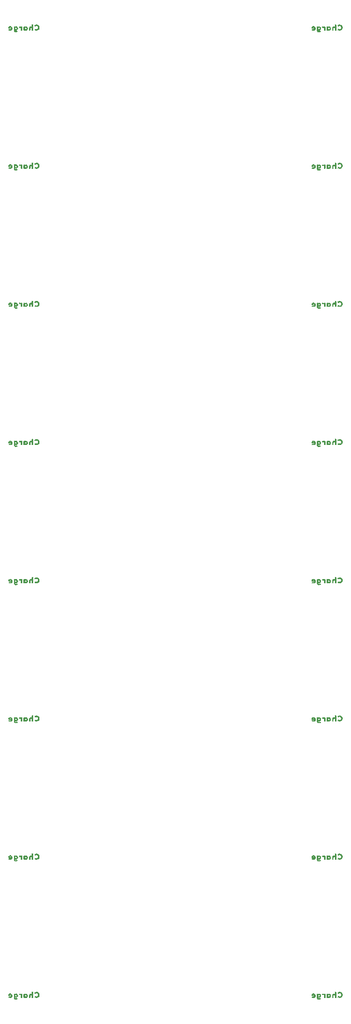
<source format=gbo>
G04 EAGLE Gerber RS-274X export*
G75*
%MOMM*%
%FSLAX34Y34*%
%LPD*%
%INSilkscreen Bottom*%
%IPPOS*%
%AMOC8*
5,1,8,0,0,1.08239X$1,22.5*%
G01*

G36*
X432805Y1737916D02*
X432805Y1737916D01*
X432808Y1737913D01*
X433408Y1738013D01*
X433412Y1738018D01*
X433416Y1738015D01*
X434016Y1738215D01*
X434019Y1738220D01*
X434022Y1738218D01*
X434822Y1738618D01*
X434829Y1738631D01*
X434838Y1738631D01*
X435238Y1739131D01*
X435239Y1739154D01*
X435249Y1739162D01*
X435249Y1739662D01*
X435240Y1739675D01*
X435244Y1739684D01*
X434944Y1740284D01*
X434928Y1740292D01*
X434927Y1740303D01*
X434327Y1740703D01*
X434296Y1740701D01*
X434284Y1740709D01*
X433684Y1740509D01*
X433681Y1740504D01*
X433678Y1740506D01*
X433081Y1740208D01*
X432499Y1740014D01*
X431831Y1740204D01*
X431447Y1740780D01*
X431349Y1741366D01*
X431349Y1741660D01*
X431769Y1741324D01*
X431782Y1741323D01*
X431784Y1741315D01*
X432384Y1741115D01*
X432391Y1741117D01*
X432393Y1741113D01*
X433093Y1741013D01*
X433097Y1741016D01*
X433108Y1741016D01*
X433112Y1741018D01*
X433116Y1741015D01*
X433716Y1741215D01*
X433719Y1741220D01*
X433722Y1741218D01*
X434322Y1741518D01*
X434326Y1741526D01*
X434332Y1741524D01*
X434932Y1742024D01*
X434933Y1742031D01*
X434938Y1742031D01*
X435338Y1742531D01*
X435339Y1742539D01*
X435344Y1742540D01*
X435644Y1743140D01*
X435643Y1743145D01*
X435647Y1743146D01*
X435847Y1743746D01*
X435845Y1743753D01*
X435849Y1743755D01*
X435949Y1744455D01*
X435944Y1744464D01*
X435949Y1744469D01*
X435849Y1745169D01*
X435844Y1745174D01*
X435847Y1745178D01*
X435647Y1745778D01*
X435639Y1745783D01*
X435641Y1745789D01*
X435241Y1746389D01*
X435238Y1746390D01*
X435238Y1746393D01*
X434838Y1746893D01*
X434831Y1746895D01*
X434832Y1746900D01*
X434232Y1747400D01*
X434218Y1747400D01*
X434216Y1747409D01*
X433016Y1747809D01*
X433000Y1747804D01*
X432993Y1747811D01*
X432293Y1747711D01*
X432285Y1747703D01*
X432278Y1747706D01*
X431683Y1747408D01*
X431315Y1747317D01*
X430935Y1747697D01*
X430912Y1747700D01*
X430906Y1747711D01*
X430106Y1747811D01*
X430097Y1747806D01*
X430092Y1747811D01*
X429492Y1747711D01*
X429475Y1747692D01*
X429462Y1747693D01*
X429062Y1747193D01*
X429061Y1747186D01*
X429060Y1747185D01*
X429061Y1747184D01*
X429061Y1747170D01*
X429051Y1747162D01*
X429051Y1741062D01*
X429054Y1741058D01*
X429051Y1741055D01*
X429151Y1740355D01*
X429156Y1740350D01*
X429153Y1740346D01*
X429353Y1739746D01*
X429361Y1739741D01*
X429359Y1739735D01*
X429759Y1739135D01*
X429769Y1739131D01*
X429769Y1739124D01*
X430769Y1738324D01*
X430777Y1738323D01*
X430778Y1738318D01*
X431378Y1738018D01*
X431389Y1738020D01*
X431393Y1738013D01*
X432093Y1737913D01*
X432098Y1737916D01*
X432100Y1737913D01*
X432800Y1737913D01*
X432805Y1737916D01*
G37*
G36*
X432805Y1287752D02*
X432805Y1287752D01*
X432808Y1287749D01*
X433408Y1287849D01*
X433412Y1287853D01*
X433416Y1287851D01*
X434016Y1288051D01*
X434019Y1288055D01*
X434022Y1288054D01*
X434822Y1288454D01*
X434829Y1288467D01*
X434838Y1288467D01*
X435238Y1288967D01*
X435239Y1288990D01*
X435249Y1288998D01*
X435249Y1289498D01*
X435240Y1289511D01*
X435244Y1289520D01*
X434944Y1290120D01*
X434928Y1290128D01*
X434927Y1290139D01*
X434327Y1290539D01*
X434296Y1290537D01*
X434284Y1290545D01*
X433684Y1290345D01*
X433681Y1290340D01*
X433678Y1290342D01*
X433081Y1290043D01*
X432499Y1289849D01*
X431831Y1290040D01*
X431447Y1290616D01*
X431349Y1291202D01*
X431349Y1291495D01*
X431769Y1291159D01*
X431782Y1291159D01*
X431784Y1291151D01*
X432384Y1290951D01*
X432391Y1290953D01*
X432393Y1290949D01*
X433093Y1290849D01*
X433097Y1290851D01*
X433108Y1290851D01*
X433112Y1290854D01*
X433116Y1290851D01*
X433716Y1291051D01*
X433719Y1291055D01*
X433722Y1291054D01*
X434322Y1291354D01*
X434326Y1291361D01*
X434332Y1291360D01*
X434932Y1291860D01*
X434933Y1291867D01*
X434938Y1291867D01*
X435338Y1292367D01*
X435339Y1292375D01*
X435344Y1292376D01*
X435644Y1292976D01*
X435643Y1292981D01*
X435647Y1292982D01*
X435847Y1293582D01*
X435845Y1293589D01*
X435849Y1293591D01*
X435949Y1294291D01*
X435944Y1294300D01*
X435949Y1294305D01*
X435849Y1295005D01*
X435844Y1295009D01*
X435847Y1295013D01*
X435647Y1295613D01*
X435639Y1295619D01*
X435641Y1295625D01*
X435241Y1296225D01*
X435238Y1296226D01*
X435238Y1296229D01*
X434838Y1296729D01*
X434831Y1296730D01*
X434832Y1296736D01*
X434232Y1297236D01*
X434218Y1297236D01*
X434216Y1297245D01*
X433016Y1297645D01*
X433000Y1297639D01*
X432993Y1297647D01*
X432293Y1297547D01*
X432285Y1297538D01*
X432278Y1297542D01*
X431683Y1297244D01*
X431315Y1297152D01*
X430935Y1297533D01*
X430912Y1297536D01*
X430906Y1297547D01*
X430106Y1297647D01*
X430097Y1297642D01*
X430092Y1297646D01*
X429492Y1297546D01*
X429475Y1297528D01*
X429462Y1297529D01*
X429062Y1297029D01*
X429061Y1297022D01*
X429060Y1297021D01*
X429061Y1297020D01*
X429061Y1297006D01*
X429051Y1296998D01*
X429051Y1290898D01*
X429054Y1290894D01*
X429051Y1290891D01*
X429151Y1290191D01*
X429156Y1290186D01*
X429153Y1290182D01*
X429353Y1289582D01*
X429361Y1289577D01*
X429359Y1289571D01*
X429759Y1288971D01*
X429769Y1288967D01*
X429769Y1288959D01*
X430769Y1288159D01*
X430777Y1288159D01*
X430778Y1288154D01*
X431378Y1287854D01*
X431389Y1287856D01*
X431393Y1287849D01*
X432093Y1287749D01*
X432098Y1287752D01*
X432100Y1287749D01*
X432800Y1287749D01*
X432805Y1287752D01*
G37*
G36*
X432805Y612519D02*
X432805Y612519D01*
X432808Y612516D01*
X433408Y612616D01*
X433412Y612620D01*
X433416Y612617D01*
X434016Y612817D01*
X434019Y612822D01*
X434022Y612820D01*
X434822Y613220D01*
X434829Y613234D01*
X434838Y613233D01*
X435238Y613733D01*
X435239Y613756D01*
X435249Y613764D01*
X435249Y614264D01*
X435240Y614277D01*
X435244Y614286D01*
X434944Y614886D01*
X434928Y614894D01*
X434927Y614905D01*
X434327Y615305D01*
X434296Y615303D01*
X434284Y615311D01*
X433684Y615111D01*
X433681Y615107D01*
X433678Y615108D01*
X433081Y614810D01*
X432499Y614616D01*
X431831Y614807D01*
X431447Y615383D01*
X431349Y615968D01*
X431349Y616262D01*
X431769Y615926D01*
X431782Y615925D01*
X431784Y615917D01*
X432384Y615717D01*
X432391Y615720D01*
X432393Y615715D01*
X433093Y615615D01*
X433097Y615618D01*
X433108Y615618D01*
X433112Y615620D01*
X433116Y615617D01*
X433716Y615817D01*
X433719Y615822D01*
X433722Y615820D01*
X434322Y616120D01*
X434326Y616128D01*
X434332Y616126D01*
X434932Y616626D01*
X434933Y616634D01*
X434938Y616633D01*
X435338Y617133D01*
X435339Y617141D01*
X435344Y617142D01*
X435644Y617742D01*
X435643Y617747D01*
X435647Y617749D01*
X435847Y618349D01*
X435845Y618355D01*
X435849Y618357D01*
X435949Y619057D01*
X435944Y619066D01*
X435949Y619071D01*
X435849Y619771D01*
X435844Y619776D01*
X435847Y619780D01*
X435647Y620380D01*
X435639Y620385D01*
X435641Y620392D01*
X435241Y620992D01*
X435238Y620993D01*
X435238Y620995D01*
X434838Y621495D01*
X434831Y621497D01*
X434832Y621502D01*
X434232Y622002D01*
X434218Y622003D01*
X434216Y622011D01*
X433016Y622411D01*
X433000Y622406D01*
X432993Y622413D01*
X432293Y622313D01*
X432285Y622305D01*
X432278Y622308D01*
X431683Y622011D01*
X431315Y621919D01*
X430935Y622299D01*
X430912Y622302D01*
X430906Y622313D01*
X430106Y622413D01*
X430097Y622408D01*
X430092Y622413D01*
X429492Y622313D01*
X429475Y622295D01*
X429462Y622295D01*
X429062Y621795D01*
X429061Y621788D01*
X429060Y621787D01*
X429061Y621786D01*
X429061Y621772D01*
X429051Y621764D01*
X429051Y615664D01*
X429054Y615660D01*
X429051Y615657D01*
X429151Y614957D01*
X429156Y614953D01*
X429153Y614949D01*
X429353Y614349D01*
X429361Y614343D01*
X429359Y614337D01*
X429759Y613737D01*
X429769Y613733D01*
X429769Y613726D01*
X430769Y612926D01*
X430777Y612926D01*
X430778Y612920D01*
X431378Y612620D01*
X431389Y612622D01*
X431393Y612615D01*
X432093Y612515D01*
X432098Y612518D01*
X432100Y612515D01*
X432800Y612515D01*
X432805Y612519D01*
G37*
G36*
X927876Y1737916D02*
X927876Y1737916D01*
X927880Y1737913D01*
X928480Y1738013D01*
X928484Y1738018D01*
X928487Y1738015D01*
X929087Y1738215D01*
X929090Y1738220D01*
X929093Y1738218D01*
X929893Y1738618D01*
X929900Y1738631D01*
X929910Y1738631D01*
X930310Y1739131D01*
X930310Y1739154D01*
X930321Y1739162D01*
X930321Y1739662D01*
X930311Y1739675D01*
X930315Y1739684D01*
X930015Y1740284D01*
X929999Y1740292D01*
X929999Y1740303D01*
X929399Y1740703D01*
X929367Y1740701D01*
X929356Y1740709D01*
X928756Y1740509D01*
X928753Y1740504D01*
X928749Y1740506D01*
X928152Y1740208D01*
X927570Y1740014D01*
X926902Y1740204D01*
X926518Y1740780D01*
X926421Y1741366D01*
X926421Y1741660D01*
X926841Y1741324D01*
X926853Y1741323D01*
X926856Y1741315D01*
X927456Y1741115D01*
X927462Y1741117D01*
X927464Y1741113D01*
X928164Y1741013D01*
X928169Y1741016D01*
X928180Y1741016D01*
X928183Y1741018D01*
X928187Y1741015D01*
X928787Y1741215D01*
X928790Y1741220D01*
X928793Y1741218D01*
X929393Y1741518D01*
X929397Y1741526D01*
X929403Y1741524D01*
X930003Y1742024D01*
X930005Y1742031D01*
X930010Y1742031D01*
X930410Y1742531D01*
X930410Y1742539D01*
X930415Y1742540D01*
X930715Y1743140D01*
X930715Y1743145D01*
X930718Y1743146D01*
X930918Y1743746D01*
X930916Y1743753D01*
X930920Y1743755D01*
X931020Y1744455D01*
X931015Y1744464D01*
X931020Y1744469D01*
X930920Y1745169D01*
X930915Y1745174D01*
X930918Y1745178D01*
X930718Y1745778D01*
X930710Y1745783D01*
X930712Y1745789D01*
X930312Y1746389D01*
X930309Y1746390D01*
X930310Y1746393D01*
X929910Y1746893D01*
X929903Y1746895D01*
X929903Y1746900D01*
X929303Y1747400D01*
X929290Y1747400D01*
X929287Y1747409D01*
X928087Y1747809D01*
X928072Y1747804D01*
X928064Y1747811D01*
X927364Y1747711D01*
X927356Y1747703D01*
X927349Y1747706D01*
X926754Y1747408D01*
X926387Y1747317D01*
X926006Y1747697D01*
X925984Y1747700D01*
X925978Y1747711D01*
X925178Y1747811D01*
X925169Y1747806D01*
X925163Y1747811D01*
X924563Y1747711D01*
X924546Y1747692D01*
X924533Y1747693D01*
X924133Y1747193D01*
X924133Y1747186D01*
X924132Y1747185D01*
X924133Y1747184D01*
X924132Y1747170D01*
X924122Y1747162D01*
X924122Y1741062D01*
X924125Y1741058D01*
X924123Y1741055D01*
X924223Y1740355D01*
X924227Y1740350D01*
X924225Y1740346D01*
X924425Y1739746D01*
X924433Y1739741D01*
X924430Y1739735D01*
X924830Y1739135D01*
X924841Y1739131D01*
X924841Y1739124D01*
X925841Y1738324D01*
X925848Y1738323D01*
X925849Y1738318D01*
X926449Y1738018D01*
X926461Y1738020D01*
X926464Y1738013D01*
X927164Y1737913D01*
X927169Y1737916D01*
X927171Y1737913D01*
X927871Y1737913D01*
X927876Y1737916D01*
G37*
G36*
X927876Y1287752D02*
X927876Y1287752D01*
X927880Y1287749D01*
X928480Y1287849D01*
X928484Y1287853D01*
X928487Y1287851D01*
X929087Y1288051D01*
X929090Y1288055D01*
X929093Y1288054D01*
X929893Y1288454D01*
X929900Y1288467D01*
X929910Y1288467D01*
X930310Y1288967D01*
X930310Y1288990D01*
X930321Y1288998D01*
X930321Y1289498D01*
X930311Y1289511D01*
X930315Y1289520D01*
X930015Y1290120D01*
X929999Y1290128D01*
X929999Y1290139D01*
X929399Y1290539D01*
X929367Y1290537D01*
X929356Y1290545D01*
X928756Y1290345D01*
X928753Y1290340D01*
X928749Y1290342D01*
X928152Y1290043D01*
X927570Y1289849D01*
X926902Y1290040D01*
X926518Y1290616D01*
X926421Y1291202D01*
X926421Y1291495D01*
X926841Y1291159D01*
X926853Y1291159D01*
X926856Y1291151D01*
X927456Y1290951D01*
X927462Y1290953D01*
X927464Y1290949D01*
X928164Y1290849D01*
X928169Y1290851D01*
X928180Y1290851D01*
X928183Y1290854D01*
X928187Y1290851D01*
X928787Y1291051D01*
X928790Y1291055D01*
X928793Y1291054D01*
X929393Y1291354D01*
X929397Y1291361D01*
X929403Y1291360D01*
X930003Y1291860D01*
X930005Y1291867D01*
X930010Y1291867D01*
X930410Y1292367D01*
X930410Y1292375D01*
X930415Y1292376D01*
X930715Y1292976D01*
X930715Y1292981D01*
X930718Y1292982D01*
X930918Y1293582D01*
X930916Y1293589D01*
X930920Y1293591D01*
X931020Y1294291D01*
X931015Y1294300D01*
X931020Y1294305D01*
X930920Y1295005D01*
X930915Y1295009D01*
X930918Y1295013D01*
X930718Y1295613D01*
X930710Y1295619D01*
X930712Y1295625D01*
X930312Y1296225D01*
X930309Y1296226D01*
X930310Y1296229D01*
X929910Y1296729D01*
X929903Y1296730D01*
X929903Y1296736D01*
X929303Y1297236D01*
X929290Y1297236D01*
X929287Y1297245D01*
X928087Y1297645D01*
X928072Y1297639D01*
X928064Y1297647D01*
X927364Y1297547D01*
X927356Y1297538D01*
X927349Y1297542D01*
X926754Y1297244D01*
X926387Y1297152D01*
X926006Y1297533D01*
X925984Y1297536D01*
X925978Y1297547D01*
X925178Y1297647D01*
X925169Y1297642D01*
X925163Y1297646D01*
X924563Y1297546D01*
X924546Y1297528D01*
X924533Y1297529D01*
X924133Y1297029D01*
X924133Y1297022D01*
X924132Y1297021D01*
X924133Y1297020D01*
X924132Y1297006D01*
X924122Y1296998D01*
X924122Y1290898D01*
X924125Y1290894D01*
X924123Y1290891D01*
X924223Y1290191D01*
X924227Y1290186D01*
X924225Y1290182D01*
X924425Y1289582D01*
X924433Y1289577D01*
X924430Y1289571D01*
X924830Y1288971D01*
X924841Y1288967D01*
X924841Y1288959D01*
X925841Y1288159D01*
X925848Y1288159D01*
X925849Y1288154D01*
X926449Y1287854D01*
X926461Y1287856D01*
X926464Y1287849D01*
X927164Y1287749D01*
X927169Y1287752D01*
X927171Y1287749D01*
X927871Y1287749D01*
X927876Y1287752D01*
G37*
G36*
X927876Y162354D02*
X927876Y162354D01*
X927880Y162351D01*
X928480Y162451D01*
X928484Y162456D01*
X928487Y162453D01*
X929087Y162653D01*
X929090Y162658D01*
X929093Y162656D01*
X929893Y163056D01*
X929900Y163069D01*
X929910Y163069D01*
X930310Y163569D01*
X930310Y163592D01*
X930321Y163600D01*
X930321Y164100D01*
X930311Y164113D01*
X930315Y164122D01*
X930015Y164722D01*
X929999Y164730D01*
X929999Y164741D01*
X929399Y165141D01*
X929367Y165139D01*
X929356Y165147D01*
X928756Y164947D01*
X928753Y164942D01*
X928749Y164944D01*
X928152Y164646D01*
X927570Y164452D01*
X926902Y164642D01*
X926518Y165218D01*
X926421Y165804D01*
X926421Y166098D01*
X926841Y165762D01*
X926853Y165761D01*
X926856Y165753D01*
X927456Y165553D01*
X927462Y165555D01*
X927464Y165551D01*
X928164Y165451D01*
X928169Y165454D01*
X928180Y165454D01*
X928183Y165456D01*
X928187Y165453D01*
X928787Y165653D01*
X928790Y165658D01*
X928793Y165656D01*
X929393Y165956D01*
X929397Y165964D01*
X929403Y165962D01*
X930003Y166462D01*
X930005Y166469D01*
X930010Y166469D01*
X930410Y166969D01*
X930410Y166977D01*
X930415Y166978D01*
X930715Y167578D01*
X930715Y167583D01*
X930718Y167584D01*
X930918Y168184D01*
X930916Y168191D01*
X930920Y168193D01*
X931020Y168893D01*
X931015Y168902D01*
X931020Y168907D01*
X930920Y169607D01*
X930915Y169612D01*
X930918Y169616D01*
X930718Y170216D01*
X930710Y170221D01*
X930712Y170227D01*
X930312Y170827D01*
X930309Y170828D01*
X930310Y170831D01*
X929910Y171331D01*
X929903Y171333D01*
X929903Y171338D01*
X929303Y171838D01*
X929290Y171838D01*
X929287Y171847D01*
X928087Y172247D01*
X928072Y172242D01*
X928064Y172249D01*
X927364Y172149D01*
X927356Y172141D01*
X927349Y172144D01*
X926754Y171846D01*
X926387Y171755D01*
X926006Y172135D01*
X925984Y172138D01*
X925978Y172149D01*
X925178Y172249D01*
X925169Y172244D01*
X925163Y172249D01*
X924563Y172149D01*
X924546Y172130D01*
X924533Y172131D01*
X924133Y171631D01*
X924133Y171624D01*
X924132Y171623D01*
X924133Y171622D01*
X924132Y171608D01*
X924122Y171600D01*
X924122Y165500D01*
X924125Y165496D01*
X924123Y165493D01*
X924223Y164793D01*
X924227Y164788D01*
X924225Y164784D01*
X924425Y164184D01*
X924433Y164179D01*
X924430Y164173D01*
X924830Y163573D01*
X924841Y163569D01*
X924841Y163562D01*
X925841Y162762D01*
X925848Y162761D01*
X925849Y162756D01*
X926449Y162456D01*
X926461Y162458D01*
X926464Y162451D01*
X927164Y162351D01*
X927169Y162354D01*
X927171Y162351D01*
X927871Y162351D01*
X927876Y162354D01*
G37*
G36*
X432805Y162354D02*
X432805Y162354D01*
X432808Y162351D01*
X433408Y162451D01*
X433412Y162456D01*
X433416Y162453D01*
X434016Y162653D01*
X434019Y162658D01*
X434022Y162656D01*
X434822Y163056D01*
X434829Y163069D01*
X434838Y163069D01*
X435238Y163569D01*
X435239Y163592D01*
X435249Y163600D01*
X435249Y164100D01*
X435240Y164113D01*
X435244Y164122D01*
X434944Y164722D01*
X434928Y164730D01*
X434927Y164741D01*
X434327Y165141D01*
X434296Y165139D01*
X434284Y165147D01*
X433684Y164947D01*
X433681Y164942D01*
X433678Y164944D01*
X433081Y164646D01*
X432499Y164452D01*
X431831Y164642D01*
X431447Y165218D01*
X431349Y165804D01*
X431349Y166098D01*
X431769Y165762D01*
X431782Y165761D01*
X431784Y165753D01*
X432384Y165553D01*
X432391Y165555D01*
X432393Y165551D01*
X433093Y165451D01*
X433097Y165454D01*
X433108Y165454D01*
X433112Y165456D01*
X433116Y165453D01*
X433716Y165653D01*
X433719Y165658D01*
X433722Y165656D01*
X434322Y165956D01*
X434326Y165964D01*
X434332Y165962D01*
X434932Y166462D01*
X434933Y166469D01*
X434938Y166469D01*
X435338Y166969D01*
X435339Y166977D01*
X435344Y166978D01*
X435644Y167578D01*
X435643Y167583D01*
X435647Y167584D01*
X435847Y168184D01*
X435845Y168191D01*
X435849Y168193D01*
X435949Y168893D01*
X435944Y168902D01*
X435949Y168907D01*
X435849Y169607D01*
X435844Y169612D01*
X435847Y169616D01*
X435647Y170216D01*
X435639Y170221D01*
X435641Y170227D01*
X435241Y170827D01*
X435238Y170828D01*
X435238Y170831D01*
X434838Y171331D01*
X434831Y171333D01*
X434832Y171338D01*
X434232Y171838D01*
X434218Y171838D01*
X434216Y171847D01*
X433016Y172247D01*
X433000Y172242D01*
X432993Y172249D01*
X432293Y172149D01*
X432285Y172141D01*
X432278Y172144D01*
X431683Y171846D01*
X431315Y171755D01*
X430935Y172135D01*
X430912Y172138D01*
X430906Y172149D01*
X430106Y172249D01*
X430097Y172244D01*
X430092Y172249D01*
X429492Y172149D01*
X429475Y172130D01*
X429462Y172131D01*
X429062Y171631D01*
X429061Y171624D01*
X429060Y171623D01*
X429061Y171622D01*
X429061Y171608D01*
X429051Y171600D01*
X429051Y165500D01*
X429054Y165496D01*
X429051Y165493D01*
X429151Y164793D01*
X429156Y164788D01*
X429153Y164784D01*
X429353Y164184D01*
X429361Y164179D01*
X429359Y164173D01*
X429759Y163573D01*
X429769Y163569D01*
X429769Y163562D01*
X430769Y162762D01*
X430777Y162761D01*
X430778Y162756D01*
X431378Y162456D01*
X431389Y162458D01*
X431393Y162451D01*
X432093Y162351D01*
X432098Y162354D01*
X432100Y162351D01*
X432800Y162351D01*
X432805Y162354D01*
G37*
G36*
X927876Y1512847D02*
X927876Y1512847D01*
X927880Y1512844D01*
X928480Y1512944D01*
X928484Y1512948D01*
X928487Y1512946D01*
X929087Y1513146D01*
X929090Y1513150D01*
X929093Y1513149D01*
X929893Y1513549D01*
X929900Y1513562D01*
X929910Y1513562D01*
X930310Y1514062D01*
X930310Y1514085D01*
X930321Y1514093D01*
X930321Y1514593D01*
X930311Y1514605D01*
X930315Y1514615D01*
X930015Y1515215D01*
X929999Y1515223D01*
X929999Y1515234D01*
X929399Y1515634D01*
X929367Y1515632D01*
X929356Y1515639D01*
X928756Y1515439D01*
X928753Y1515435D01*
X928749Y1515437D01*
X928152Y1515138D01*
X927570Y1514944D01*
X926902Y1515135D01*
X926518Y1515711D01*
X926421Y1516297D01*
X926421Y1516590D01*
X926841Y1516254D01*
X926853Y1516254D01*
X926856Y1516246D01*
X927456Y1516046D01*
X927462Y1516048D01*
X927464Y1516044D01*
X928164Y1515944D01*
X928169Y1515946D01*
X928180Y1515946D01*
X928183Y1515949D01*
X928187Y1515946D01*
X928787Y1516146D01*
X928790Y1516150D01*
X928793Y1516149D01*
X929393Y1516449D01*
X929397Y1516456D01*
X929403Y1516455D01*
X930003Y1516955D01*
X930005Y1516962D01*
X930010Y1516962D01*
X930410Y1517462D01*
X930410Y1517470D01*
X930415Y1517471D01*
X930715Y1518071D01*
X930715Y1518076D01*
X930718Y1518077D01*
X930918Y1518677D01*
X930916Y1518683D01*
X930920Y1518686D01*
X931020Y1519386D01*
X931015Y1519395D01*
X931020Y1519400D01*
X930920Y1520100D01*
X930915Y1520104D01*
X930918Y1520108D01*
X930718Y1520708D01*
X930710Y1520714D01*
X930712Y1520720D01*
X930312Y1521320D01*
X930309Y1521321D01*
X930310Y1521323D01*
X929910Y1521823D01*
X929903Y1521825D01*
X929903Y1521830D01*
X929303Y1522330D01*
X929290Y1522331D01*
X929287Y1522339D01*
X928087Y1522739D01*
X928072Y1522734D01*
X928064Y1522741D01*
X927364Y1522641D01*
X927356Y1522633D01*
X927349Y1522637D01*
X926754Y1522339D01*
X926387Y1522247D01*
X926006Y1522627D01*
X925984Y1522631D01*
X925978Y1522641D01*
X925178Y1522741D01*
X925169Y1522736D01*
X925163Y1522741D01*
X924563Y1522641D01*
X924546Y1522623D01*
X924533Y1522623D01*
X924133Y1522123D01*
X924133Y1522116D01*
X924132Y1522116D01*
X924133Y1522114D01*
X924132Y1522100D01*
X924122Y1522093D01*
X924122Y1515993D01*
X924125Y1515988D01*
X924123Y1515986D01*
X924223Y1515286D01*
X924227Y1515281D01*
X924225Y1515277D01*
X924425Y1514677D01*
X924433Y1514672D01*
X924430Y1514665D01*
X924830Y1514065D01*
X924841Y1514062D01*
X924841Y1514054D01*
X925841Y1513254D01*
X925848Y1513254D01*
X925849Y1513249D01*
X926449Y1512949D01*
X926461Y1512951D01*
X926464Y1512944D01*
X927164Y1512844D01*
X927169Y1512846D01*
X927171Y1512843D01*
X927871Y1512843D01*
X927876Y1512847D01*
G37*
G36*
X432805Y837588D02*
X432805Y837588D01*
X432808Y837585D01*
X433408Y837685D01*
X433412Y837689D01*
X433416Y837687D01*
X434016Y837887D01*
X434019Y837891D01*
X434022Y837890D01*
X434822Y838290D01*
X434829Y838303D01*
X434838Y838303D01*
X435238Y838803D01*
X435239Y838826D01*
X435249Y838834D01*
X435249Y839334D01*
X435240Y839346D01*
X435244Y839356D01*
X434944Y839956D01*
X434928Y839964D01*
X434927Y839975D01*
X434327Y840375D01*
X434296Y840373D01*
X434284Y840380D01*
X433684Y840180D01*
X433681Y840176D01*
X433678Y840178D01*
X433081Y839879D01*
X432499Y839685D01*
X431831Y839876D01*
X431447Y840452D01*
X431349Y841038D01*
X431349Y841331D01*
X431769Y840995D01*
X431782Y840995D01*
X431784Y840987D01*
X432384Y840787D01*
X432391Y840789D01*
X432393Y840785D01*
X433093Y840685D01*
X433097Y840687D01*
X433108Y840687D01*
X433112Y840690D01*
X433116Y840687D01*
X433716Y840887D01*
X433719Y840891D01*
X433722Y840890D01*
X434322Y841190D01*
X434326Y841197D01*
X434332Y841196D01*
X434932Y841696D01*
X434933Y841703D01*
X434938Y841703D01*
X435338Y842203D01*
X435339Y842211D01*
X435344Y842212D01*
X435644Y842812D01*
X435643Y842817D01*
X435647Y842818D01*
X435847Y843418D01*
X435845Y843424D01*
X435849Y843427D01*
X435949Y844127D01*
X435944Y844136D01*
X435949Y844141D01*
X435849Y844841D01*
X435844Y844845D01*
X435847Y844849D01*
X435647Y845449D01*
X435639Y845455D01*
X435641Y845461D01*
X435241Y846061D01*
X435238Y846062D01*
X435238Y846064D01*
X434838Y846564D01*
X434831Y846566D01*
X434832Y846571D01*
X434232Y847071D01*
X434218Y847072D01*
X434216Y847080D01*
X433016Y847480D01*
X433000Y847475D01*
X432993Y847482D01*
X432293Y847382D01*
X432285Y847374D01*
X432278Y847378D01*
X431683Y847080D01*
X431315Y846988D01*
X430935Y847368D01*
X430912Y847372D01*
X430906Y847382D01*
X430106Y847482D01*
X430097Y847477D01*
X430092Y847482D01*
X429492Y847382D01*
X429475Y847364D01*
X429462Y847364D01*
X429062Y846864D01*
X429061Y846857D01*
X429060Y846857D01*
X429061Y846855D01*
X429061Y846841D01*
X429051Y846834D01*
X429051Y840734D01*
X429054Y840729D01*
X429051Y840727D01*
X429151Y840027D01*
X429156Y840022D01*
X429153Y840018D01*
X429353Y839418D01*
X429361Y839413D01*
X429359Y839406D01*
X429759Y838806D01*
X429769Y838803D01*
X429769Y838795D01*
X430769Y837995D01*
X430777Y837995D01*
X430778Y837990D01*
X431378Y837690D01*
X431389Y837692D01*
X431393Y837685D01*
X432093Y837585D01*
X432098Y837587D01*
X432100Y837584D01*
X432800Y837584D01*
X432805Y837588D01*
G37*
G36*
X927876Y612519D02*
X927876Y612519D01*
X927880Y612516D01*
X928480Y612616D01*
X928484Y612620D01*
X928487Y612617D01*
X929087Y612817D01*
X929090Y612822D01*
X929093Y612820D01*
X929893Y613220D01*
X929900Y613234D01*
X929910Y613233D01*
X930310Y613733D01*
X930310Y613756D01*
X930321Y613764D01*
X930321Y614264D01*
X930311Y614277D01*
X930315Y614286D01*
X930015Y614886D01*
X929999Y614894D01*
X929999Y614905D01*
X929399Y615305D01*
X929367Y615303D01*
X929356Y615311D01*
X928756Y615111D01*
X928753Y615107D01*
X928749Y615108D01*
X928152Y614810D01*
X927570Y614616D01*
X926902Y614807D01*
X926518Y615383D01*
X926421Y615968D01*
X926421Y616262D01*
X926841Y615926D01*
X926853Y615925D01*
X926856Y615917D01*
X927456Y615717D01*
X927462Y615720D01*
X927464Y615715D01*
X928164Y615615D01*
X928169Y615618D01*
X928180Y615618D01*
X928183Y615620D01*
X928187Y615617D01*
X928787Y615817D01*
X928790Y615822D01*
X928793Y615820D01*
X929393Y616120D01*
X929397Y616128D01*
X929403Y616126D01*
X930003Y616626D01*
X930005Y616634D01*
X930010Y616633D01*
X930410Y617133D01*
X930410Y617141D01*
X930415Y617142D01*
X930715Y617742D01*
X930715Y617747D01*
X930718Y617749D01*
X930918Y618349D01*
X930916Y618355D01*
X930920Y618357D01*
X931020Y619057D01*
X931015Y619066D01*
X931020Y619071D01*
X930920Y619771D01*
X930915Y619776D01*
X930918Y619780D01*
X930718Y620380D01*
X930710Y620385D01*
X930712Y620392D01*
X930312Y620992D01*
X930309Y620993D01*
X930310Y620995D01*
X929910Y621495D01*
X929903Y621497D01*
X929903Y621502D01*
X929303Y622002D01*
X929290Y622003D01*
X929287Y622011D01*
X928087Y622411D01*
X928072Y622406D01*
X928064Y622413D01*
X927364Y622313D01*
X927356Y622305D01*
X927349Y622308D01*
X926754Y622011D01*
X926387Y621919D01*
X926006Y622299D01*
X925984Y622302D01*
X925978Y622313D01*
X925178Y622413D01*
X925169Y622408D01*
X925163Y622413D01*
X924563Y622313D01*
X924546Y622295D01*
X924533Y622295D01*
X924133Y621795D01*
X924133Y621788D01*
X924132Y621787D01*
X924133Y621786D01*
X924132Y621772D01*
X924122Y621764D01*
X924122Y615664D01*
X924125Y615660D01*
X924123Y615657D01*
X924223Y614957D01*
X924227Y614953D01*
X924225Y614949D01*
X924425Y614349D01*
X924433Y614343D01*
X924430Y614337D01*
X924830Y613737D01*
X924841Y613733D01*
X924841Y613726D01*
X925841Y612926D01*
X925848Y612926D01*
X925849Y612920D01*
X926449Y612620D01*
X926461Y612622D01*
X926464Y612615D01*
X927164Y612515D01*
X927169Y612518D01*
X927171Y612515D01*
X927871Y612515D01*
X927876Y612519D01*
G37*
G36*
X432805Y1512847D02*
X432805Y1512847D01*
X432808Y1512844D01*
X433408Y1512944D01*
X433412Y1512948D01*
X433416Y1512946D01*
X434016Y1513146D01*
X434019Y1513150D01*
X434022Y1513149D01*
X434822Y1513549D01*
X434829Y1513562D01*
X434838Y1513562D01*
X435238Y1514062D01*
X435239Y1514085D01*
X435249Y1514093D01*
X435249Y1514593D01*
X435240Y1514605D01*
X435244Y1514615D01*
X434944Y1515215D01*
X434928Y1515223D01*
X434927Y1515234D01*
X434327Y1515634D01*
X434296Y1515632D01*
X434284Y1515639D01*
X433684Y1515439D01*
X433681Y1515435D01*
X433678Y1515437D01*
X433081Y1515138D01*
X432499Y1514944D01*
X431831Y1515135D01*
X431447Y1515711D01*
X431349Y1516297D01*
X431349Y1516590D01*
X431769Y1516254D01*
X431782Y1516254D01*
X431784Y1516246D01*
X432384Y1516046D01*
X432391Y1516048D01*
X432393Y1516044D01*
X433093Y1515944D01*
X433097Y1515946D01*
X433108Y1515946D01*
X433112Y1515949D01*
X433116Y1515946D01*
X433716Y1516146D01*
X433719Y1516150D01*
X433722Y1516149D01*
X434322Y1516449D01*
X434326Y1516456D01*
X434332Y1516455D01*
X434932Y1516955D01*
X434933Y1516962D01*
X434938Y1516962D01*
X435338Y1517462D01*
X435339Y1517470D01*
X435344Y1517471D01*
X435644Y1518071D01*
X435643Y1518076D01*
X435647Y1518077D01*
X435847Y1518677D01*
X435845Y1518683D01*
X435849Y1518686D01*
X435949Y1519386D01*
X435944Y1519395D01*
X435949Y1519400D01*
X435849Y1520100D01*
X435844Y1520104D01*
X435847Y1520108D01*
X435647Y1520708D01*
X435639Y1520714D01*
X435641Y1520720D01*
X435241Y1521320D01*
X435238Y1521321D01*
X435238Y1521323D01*
X434838Y1521823D01*
X434831Y1521825D01*
X434832Y1521830D01*
X434232Y1522330D01*
X434218Y1522331D01*
X434216Y1522339D01*
X433016Y1522739D01*
X433000Y1522734D01*
X432993Y1522741D01*
X432293Y1522641D01*
X432285Y1522633D01*
X432278Y1522637D01*
X431683Y1522339D01*
X431315Y1522247D01*
X430935Y1522627D01*
X430912Y1522631D01*
X430906Y1522641D01*
X430106Y1522741D01*
X430097Y1522736D01*
X430092Y1522741D01*
X429492Y1522641D01*
X429475Y1522623D01*
X429462Y1522623D01*
X429062Y1522123D01*
X429061Y1522116D01*
X429060Y1522116D01*
X429061Y1522114D01*
X429061Y1522100D01*
X429051Y1522093D01*
X429051Y1515993D01*
X429054Y1515988D01*
X429051Y1515986D01*
X429151Y1515286D01*
X429156Y1515281D01*
X429153Y1515277D01*
X429353Y1514677D01*
X429361Y1514672D01*
X429359Y1514665D01*
X429759Y1514065D01*
X429769Y1514062D01*
X429769Y1514054D01*
X430769Y1513254D01*
X430777Y1513254D01*
X430778Y1513249D01*
X431378Y1512949D01*
X431389Y1512951D01*
X431393Y1512944D01*
X432093Y1512844D01*
X432098Y1512846D01*
X432100Y1512843D01*
X432800Y1512843D01*
X432805Y1512847D01*
G37*
G36*
X927876Y1062683D02*
X927876Y1062683D01*
X927880Y1062680D01*
X928480Y1062780D01*
X928484Y1062784D01*
X928487Y1062782D01*
X929087Y1062982D01*
X929090Y1062986D01*
X929093Y1062984D01*
X929893Y1063384D01*
X929900Y1063398D01*
X929910Y1063398D01*
X930310Y1063898D01*
X930310Y1063921D01*
X930321Y1063928D01*
X930321Y1064428D01*
X930311Y1064441D01*
X930315Y1064450D01*
X930015Y1065050D01*
X929999Y1065058D01*
X929999Y1065069D01*
X929399Y1065469D01*
X929367Y1065467D01*
X929356Y1065475D01*
X928756Y1065275D01*
X928753Y1065271D01*
X928749Y1065272D01*
X928152Y1064974D01*
X927570Y1064780D01*
X926902Y1064971D01*
X926518Y1065547D01*
X926421Y1066133D01*
X926421Y1066426D01*
X926841Y1066090D01*
X926853Y1066090D01*
X926856Y1066082D01*
X927456Y1065882D01*
X927462Y1065884D01*
X927464Y1065880D01*
X928164Y1065780D01*
X928169Y1065782D01*
X928180Y1065782D01*
X928183Y1065784D01*
X928187Y1065782D01*
X928787Y1065982D01*
X928790Y1065986D01*
X928793Y1065984D01*
X929393Y1066284D01*
X929397Y1066292D01*
X929403Y1066291D01*
X930003Y1066791D01*
X930005Y1066798D01*
X930010Y1066798D01*
X930410Y1067298D01*
X930410Y1067305D01*
X930415Y1067306D01*
X930715Y1067906D01*
X930715Y1067912D01*
X930718Y1067913D01*
X930918Y1068513D01*
X930916Y1068519D01*
X930920Y1068521D01*
X931020Y1069221D01*
X931015Y1069230D01*
X931020Y1069235D01*
X930920Y1069935D01*
X930915Y1069940D01*
X930918Y1069944D01*
X930718Y1070544D01*
X930710Y1070549D01*
X930712Y1070556D01*
X930312Y1071156D01*
X930309Y1071157D01*
X930310Y1071159D01*
X929910Y1071659D01*
X929903Y1071661D01*
X929903Y1071666D01*
X929303Y1072166D01*
X929290Y1072167D01*
X929287Y1072175D01*
X928087Y1072575D01*
X928072Y1072570D01*
X928064Y1072577D01*
X927364Y1072477D01*
X927356Y1072469D01*
X927349Y1072472D01*
X926754Y1072175D01*
X926387Y1072083D01*
X926006Y1072463D01*
X925984Y1072466D01*
X925978Y1072477D01*
X925178Y1072577D01*
X925169Y1072572D01*
X925163Y1072577D01*
X924563Y1072477D01*
X924546Y1072459D01*
X924533Y1072459D01*
X924133Y1071959D01*
X924133Y1071952D01*
X924132Y1071951D01*
X924133Y1071950D01*
X924132Y1071936D01*
X924122Y1071928D01*
X924122Y1065828D01*
X924125Y1065824D01*
X924123Y1065821D01*
X924223Y1065121D01*
X924227Y1065117D01*
X924225Y1065113D01*
X924425Y1064513D01*
X924433Y1064507D01*
X924430Y1064501D01*
X924830Y1063901D01*
X924841Y1063897D01*
X924841Y1063890D01*
X925841Y1063090D01*
X925848Y1063090D01*
X925849Y1063084D01*
X926449Y1062784D01*
X926461Y1062786D01*
X926464Y1062780D01*
X927164Y1062680D01*
X927169Y1062682D01*
X927171Y1062679D01*
X927871Y1062679D01*
X927876Y1062683D01*
G37*
G36*
X432805Y1062683D02*
X432805Y1062683D01*
X432808Y1062680D01*
X433408Y1062780D01*
X433412Y1062784D01*
X433416Y1062782D01*
X434016Y1062982D01*
X434019Y1062986D01*
X434022Y1062984D01*
X434822Y1063384D01*
X434829Y1063398D01*
X434838Y1063398D01*
X435238Y1063898D01*
X435239Y1063921D01*
X435249Y1063928D01*
X435249Y1064428D01*
X435240Y1064441D01*
X435244Y1064450D01*
X434944Y1065050D01*
X434928Y1065058D01*
X434927Y1065069D01*
X434327Y1065469D01*
X434296Y1065467D01*
X434284Y1065475D01*
X433684Y1065275D01*
X433681Y1065271D01*
X433678Y1065272D01*
X433081Y1064974D01*
X432499Y1064780D01*
X431831Y1064971D01*
X431447Y1065547D01*
X431349Y1066133D01*
X431349Y1066426D01*
X431769Y1066090D01*
X431782Y1066090D01*
X431784Y1066082D01*
X432384Y1065882D01*
X432391Y1065884D01*
X432393Y1065880D01*
X433093Y1065780D01*
X433097Y1065782D01*
X433108Y1065782D01*
X433112Y1065784D01*
X433116Y1065782D01*
X433716Y1065982D01*
X433719Y1065986D01*
X433722Y1065984D01*
X434322Y1066284D01*
X434326Y1066292D01*
X434332Y1066291D01*
X434932Y1066791D01*
X434933Y1066798D01*
X434938Y1066798D01*
X435338Y1067298D01*
X435339Y1067305D01*
X435344Y1067306D01*
X435644Y1067906D01*
X435643Y1067912D01*
X435647Y1067913D01*
X435847Y1068513D01*
X435845Y1068519D01*
X435849Y1068521D01*
X435949Y1069221D01*
X435944Y1069230D01*
X435949Y1069235D01*
X435849Y1069935D01*
X435844Y1069940D01*
X435847Y1069944D01*
X435647Y1070544D01*
X435639Y1070549D01*
X435641Y1070556D01*
X435241Y1071156D01*
X435238Y1071157D01*
X435238Y1071159D01*
X434838Y1071659D01*
X434831Y1071661D01*
X434832Y1071666D01*
X434232Y1072166D01*
X434218Y1072167D01*
X434216Y1072175D01*
X433016Y1072575D01*
X433000Y1072570D01*
X432993Y1072577D01*
X432293Y1072477D01*
X432285Y1072469D01*
X432278Y1072472D01*
X431683Y1072175D01*
X431315Y1072083D01*
X430935Y1072463D01*
X430912Y1072466D01*
X430906Y1072477D01*
X430106Y1072577D01*
X430097Y1072572D01*
X430092Y1072577D01*
X429492Y1072477D01*
X429475Y1072459D01*
X429462Y1072459D01*
X429062Y1071959D01*
X429061Y1071952D01*
X429060Y1071951D01*
X429061Y1071950D01*
X429061Y1071936D01*
X429051Y1071928D01*
X429051Y1065828D01*
X429054Y1065824D01*
X429051Y1065821D01*
X429151Y1065121D01*
X429156Y1065117D01*
X429153Y1065113D01*
X429353Y1064513D01*
X429361Y1064507D01*
X429359Y1064501D01*
X429759Y1063901D01*
X429769Y1063897D01*
X429769Y1063890D01*
X430769Y1063090D01*
X430777Y1063090D01*
X430778Y1063084D01*
X431378Y1062784D01*
X431389Y1062786D01*
X431393Y1062780D01*
X432093Y1062680D01*
X432098Y1062682D01*
X432100Y1062679D01*
X432800Y1062679D01*
X432805Y1062683D01*
G37*
G36*
X927876Y837588D02*
X927876Y837588D01*
X927880Y837585D01*
X928480Y837685D01*
X928484Y837689D01*
X928487Y837687D01*
X929087Y837887D01*
X929090Y837891D01*
X929093Y837890D01*
X929893Y838290D01*
X929900Y838303D01*
X929910Y838303D01*
X930310Y838803D01*
X930310Y838826D01*
X930321Y838834D01*
X930321Y839334D01*
X930311Y839346D01*
X930315Y839356D01*
X930015Y839956D01*
X929999Y839964D01*
X929999Y839975D01*
X929399Y840375D01*
X929367Y840373D01*
X929356Y840380D01*
X928756Y840180D01*
X928753Y840176D01*
X928749Y840178D01*
X928152Y839879D01*
X927570Y839685D01*
X926902Y839876D01*
X926518Y840452D01*
X926421Y841038D01*
X926421Y841331D01*
X926841Y840995D01*
X926853Y840995D01*
X926856Y840987D01*
X927456Y840787D01*
X927462Y840789D01*
X927464Y840785D01*
X928164Y840685D01*
X928169Y840687D01*
X928180Y840687D01*
X928183Y840690D01*
X928187Y840687D01*
X928787Y840887D01*
X928790Y840891D01*
X928793Y840890D01*
X929393Y841190D01*
X929397Y841197D01*
X929403Y841196D01*
X930003Y841696D01*
X930005Y841703D01*
X930010Y841703D01*
X930410Y842203D01*
X930410Y842211D01*
X930415Y842212D01*
X930715Y842812D01*
X930715Y842817D01*
X930718Y842818D01*
X930918Y843418D01*
X930916Y843424D01*
X930920Y843427D01*
X931020Y844127D01*
X931015Y844136D01*
X931020Y844141D01*
X930920Y844841D01*
X930915Y844845D01*
X930918Y844849D01*
X930718Y845449D01*
X930710Y845455D01*
X930712Y845461D01*
X930312Y846061D01*
X930309Y846062D01*
X930310Y846064D01*
X929910Y846564D01*
X929903Y846566D01*
X929903Y846571D01*
X929303Y847071D01*
X929290Y847072D01*
X929287Y847080D01*
X928087Y847480D01*
X928072Y847475D01*
X928064Y847482D01*
X927364Y847382D01*
X927356Y847374D01*
X927349Y847378D01*
X926754Y847080D01*
X926387Y846988D01*
X926006Y847368D01*
X925984Y847372D01*
X925978Y847382D01*
X925178Y847482D01*
X925169Y847477D01*
X925163Y847482D01*
X924563Y847382D01*
X924546Y847364D01*
X924533Y847364D01*
X924133Y846864D01*
X924133Y846857D01*
X924132Y846857D01*
X924133Y846855D01*
X924132Y846841D01*
X924122Y846834D01*
X924122Y840734D01*
X924125Y840729D01*
X924123Y840727D01*
X924223Y840027D01*
X924227Y840022D01*
X924225Y840018D01*
X924425Y839418D01*
X924433Y839413D01*
X924430Y839406D01*
X924830Y838806D01*
X924841Y838803D01*
X924841Y838795D01*
X925841Y837995D01*
X925848Y837995D01*
X925849Y837990D01*
X926449Y837690D01*
X926461Y837692D01*
X926464Y837685D01*
X927164Y837585D01*
X927169Y837587D01*
X927171Y837584D01*
X927871Y837584D01*
X927876Y837588D01*
G37*
G36*
X927876Y387424D02*
X927876Y387424D01*
X927880Y387421D01*
X928480Y387521D01*
X928484Y387525D01*
X928487Y387523D01*
X929087Y387723D01*
X929090Y387727D01*
X929093Y387725D01*
X929893Y388125D01*
X929900Y388139D01*
X929910Y388139D01*
X930310Y388639D01*
X930310Y388662D01*
X930321Y388669D01*
X930321Y389169D01*
X930311Y389182D01*
X930315Y389191D01*
X930015Y389791D01*
X929999Y389799D01*
X929999Y389810D01*
X929399Y390210D01*
X929367Y390208D01*
X929356Y390216D01*
X928756Y390016D01*
X928753Y390012D01*
X928749Y390013D01*
X928152Y389715D01*
X927570Y389521D01*
X926902Y389712D01*
X926518Y390288D01*
X926421Y390874D01*
X926421Y391167D01*
X926841Y390831D01*
X926853Y390831D01*
X926856Y390823D01*
X927456Y390623D01*
X927462Y390625D01*
X927464Y390621D01*
X928164Y390521D01*
X928169Y390523D01*
X928180Y390523D01*
X928183Y390525D01*
X928187Y390523D01*
X928787Y390723D01*
X928790Y390727D01*
X928793Y390725D01*
X929393Y391025D01*
X929397Y391033D01*
X929403Y391032D01*
X930003Y391532D01*
X930005Y391539D01*
X930010Y391539D01*
X930410Y392039D01*
X930410Y392046D01*
X930415Y392047D01*
X930715Y392647D01*
X930715Y392653D01*
X930718Y392654D01*
X930918Y393254D01*
X930916Y393260D01*
X930920Y393262D01*
X931020Y393962D01*
X931015Y393971D01*
X931020Y393976D01*
X930920Y394676D01*
X930915Y394681D01*
X930918Y394685D01*
X930718Y395285D01*
X930710Y395290D01*
X930712Y395297D01*
X930312Y395897D01*
X930309Y395898D01*
X930310Y395900D01*
X929910Y396400D01*
X929903Y396402D01*
X929903Y396407D01*
X929303Y396907D01*
X929290Y396908D01*
X929287Y396916D01*
X928087Y397316D01*
X928072Y397311D01*
X928064Y397318D01*
X927364Y397218D01*
X927356Y397210D01*
X927349Y397213D01*
X926754Y396916D01*
X926387Y396824D01*
X926006Y397204D01*
X925984Y397207D01*
X925978Y397218D01*
X925178Y397318D01*
X925169Y397313D01*
X925163Y397318D01*
X924563Y397218D01*
X924546Y397200D01*
X924533Y397200D01*
X924133Y396700D01*
X924133Y396693D01*
X924132Y396692D01*
X924133Y396691D01*
X924132Y396677D01*
X924122Y396669D01*
X924122Y390569D01*
X924125Y390565D01*
X924123Y390562D01*
X924223Y389862D01*
X924227Y389858D01*
X924225Y389854D01*
X924425Y389254D01*
X924433Y389248D01*
X924430Y389242D01*
X924830Y388642D01*
X924841Y388638D01*
X924841Y388631D01*
X925841Y387831D01*
X925848Y387831D01*
X925849Y387825D01*
X926449Y387525D01*
X926461Y387527D01*
X926464Y387521D01*
X927164Y387421D01*
X927169Y387423D01*
X927171Y387420D01*
X927871Y387420D01*
X927876Y387424D01*
G37*
G36*
X432805Y387424D02*
X432805Y387424D01*
X432808Y387421D01*
X433408Y387521D01*
X433412Y387525D01*
X433416Y387523D01*
X434016Y387723D01*
X434019Y387727D01*
X434022Y387725D01*
X434822Y388125D01*
X434829Y388139D01*
X434838Y388139D01*
X435238Y388639D01*
X435239Y388662D01*
X435249Y388669D01*
X435249Y389169D01*
X435240Y389182D01*
X435244Y389191D01*
X434944Y389791D01*
X434928Y389799D01*
X434927Y389810D01*
X434327Y390210D01*
X434296Y390208D01*
X434284Y390216D01*
X433684Y390016D01*
X433681Y390012D01*
X433678Y390013D01*
X433081Y389715D01*
X432499Y389521D01*
X431831Y389712D01*
X431447Y390288D01*
X431349Y390874D01*
X431349Y391167D01*
X431769Y390831D01*
X431782Y390831D01*
X431784Y390823D01*
X432384Y390623D01*
X432391Y390625D01*
X432393Y390621D01*
X433093Y390521D01*
X433097Y390523D01*
X433108Y390523D01*
X433112Y390525D01*
X433116Y390523D01*
X433716Y390723D01*
X433719Y390727D01*
X433722Y390725D01*
X434322Y391025D01*
X434326Y391033D01*
X434332Y391032D01*
X434932Y391532D01*
X434933Y391539D01*
X434938Y391539D01*
X435338Y392039D01*
X435339Y392046D01*
X435344Y392047D01*
X435644Y392647D01*
X435643Y392653D01*
X435647Y392654D01*
X435847Y393254D01*
X435845Y393260D01*
X435849Y393262D01*
X435949Y393962D01*
X435944Y393971D01*
X435949Y393976D01*
X435849Y394676D01*
X435844Y394681D01*
X435847Y394685D01*
X435647Y395285D01*
X435639Y395290D01*
X435641Y395297D01*
X435241Y395897D01*
X435238Y395898D01*
X435238Y395900D01*
X434838Y396400D01*
X434831Y396402D01*
X434832Y396407D01*
X434232Y396907D01*
X434218Y396908D01*
X434216Y396916D01*
X433016Y397316D01*
X433000Y397311D01*
X432993Y397318D01*
X432293Y397218D01*
X432285Y397210D01*
X432278Y397213D01*
X431683Y396916D01*
X431315Y396824D01*
X430935Y397204D01*
X430912Y397207D01*
X430906Y397218D01*
X430106Y397318D01*
X430097Y397313D01*
X430092Y397318D01*
X429492Y397218D01*
X429475Y397200D01*
X429462Y397200D01*
X429062Y396700D01*
X429061Y396693D01*
X429060Y396692D01*
X429061Y396691D01*
X429061Y396677D01*
X429051Y396669D01*
X429051Y390569D01*
X429054Y390565D01*
X429051Y390562D01*
X429151Y389862D01*
X429156Y389858D01*
X429153Y389854D01*
X429353Y389254D01*
X429361Y389248D01*
X429359Y389242D01*
X429759Y388642D01*
X429769Y388638D01*
X429769Y388631D01*
X430769Y387831D01*
X430777Y387831D01*
X430778Y387825D01*
X431378Y387525D01*
X431389Y387527D01*
X431393Y387521D01*
X432093Y387421D01*
X432098Y387423D01*
X432100Y387420D01*
X432800Y387420D01*
X432805Y387424D01*
G37*
G36*
X466909Y840491D02*
X466909Y840491D01*
X466916Y840487D01*
X468116Y840887D01*
X468117Y840889D01*
X468119Y840888D01*
X468819Y841188D01*
X468824Y841197D01*
X468831Y841195D01*
X469331Y841595D01*
X469332Y841599D01*
X469335Y841599D01*
X469835Y842099D01*
X469835Y842103D01*
X469838Y842103D01*
X470638Y843103D01*
X470639Y843117D01*
X470647Y843120D01*
X470650Y843130D01*
X470650Y843131D01*
X470693Y843278D01*
X470735Y843426D01*
X470749Y843475D01*
X470791Y843623D01*
X470833Y843771D01*
X470847Y843819D01*
X471047Y844418D01*
X471045Y844424D01*
X471049Y844427D01*
X471149Y845127D01*
X471146Y845131D01*
X471149Y845134D01*
X471149Y845834D01*
X471146Y845838D01*
X471149Y845841D01*
X471049Y846541D01*
X471044Y846545D01*
X471047Y846549D01*
X470847Y847149D01*
X470842Y847152D01*
X470844Y847156D01*
X470544Y847756D01*
X470540Y847758D01*
X470541Y847761D01*
X470141Y848361D01*
X470138Y848362D01*
X470138Y848364D01*
X469738Y848864D01*
X469731Y848866D01*
X469731Y848872D01*
X469231Y849272D01*
X469227Y849272D01*
X469227Y849275D01*
X468627Y849675D01*
X468623Y849674D01*
X468622Y849678D01*
X468022Y849978D01*
X468015Y849976D01*
X468014Y849981D01*
X467314Y850181D01*
X467310Y850179D01*
X467308Y850182D01*
X466708Y850282D01*
X466703Y850279D01*
X466700Y850283D01*
X466000Y850283D01*
X465995Y850279D01*
X465992Y850282D01*
X465392Y850182D01*
X464693Y850082D01*
X464686Y850076D01*
X464681Y850079D01*
X463981Y849779D01*
X463978Y849774D01*
X463975Y849776D01*
X463475Y849476D01*
X463471Y849468D01*
X463465Y849468D01*
X462965Y848968D01*
X462962Y848947D01*
X462951Y848942D01*
X462851Y848342D01*
X462863Y848319D01*
X462859Y848306D01*
X463259Y847706D01*
X463269Y847703D01*
X463268Y847696D01*
X463868Y847196D01*
X463892Y847195D01*
X463900Y847184D01*
X464300Y847184D01*
X464316Y847197D01*
X464327Y847193D01*
X464922Y847589D01*
X465511Y847785D01*
X466299Y847884D01*
X466885Y847786D01*
X467478Y847490D01*
X468066Y847195D01*
X468455Y846612D01*
X468652Y846022D01*
X468750Y845334D01*
X468652Y844645D01*
X468457Y844060D01*
X467967Y843571D01*
X467474Y843176D01*
X466790Y842883D01*
X465512Y842883D01*
X464923Y843177D01*
X464224Y843576D01*
X464199Y843573D01*
X464188Y843581D01*
X463788Y843481D01*
X463776Y843467D01*
X463765Y843468D01*
X463265Y842968D01*
X463263Y842955D01*
X463255Y842953D01*
X462955Y842253D01*
X462959Y842234D01*
X462951Y842226D01*
X463051Y841626D01*
X463072Y841606D01*
X463073Y841593D01*
X463671Y841194D01*
X464070Y840894D01*
X464084Y840894D01*
X464088Y840886D01*
X464888Y840686D01*
X465586Y840486D01*
X465596Y840490D01*
X465600Y840484D01*
X466900Y840484D01*
X466909Y840491D01*
G37*
G36*
X961981Y1740820D02*
X961981Y1740820D01*
X961987Y1740815D01*
X963187Y1741215D01*
X963189Y1741218D01*
X963191Y1741217D01*
X963891Y1741517D01*
X963896Y1741525D01*
X963902Y1741524D01*
X964402Y1741924D01*
X964403Y1741928D01*
X964406Y1741927D01*
X964906Y1742427D01*
X964907Y1742431D01*
X964910Y1742431D01*
X965710Y1743431D01*
X965710Y1743445D01*
X965719Y1743448D01*
X965750Y1743557D01*
X965792Y1743705D01*
X965806Y1743754D01*
X965848Y1743902D01*
X965891Y1744050D01*
X965905Y1744099D01*
X965918Y1744147D01*
X966118Y1744746D01*
X966116Y1744753D01*
X966120Y1744755D01*
X966220Y1745455D01*
X966218Y1745460D01*
X966221Y1745462D01*
X966221Y1746162D01*
X966217Y1746166D01*
X966220Y1746169D01*
X966120Y1746869D01*
X966115Y1746874D01*
X966118Y1746878D01*
X965918Y1747478D01*
X965914Y1747481D01*
X965915Y1747484D01*
X965615Y1748084D01*
X965611Y1748086D01*
X965612Y1748089D01*
X965212Y1748689D01*
X965209Y1748690D01*
X965210Y1748693D01*
X964810Y1749193D01*
X964802Y1749195D01*
X964802Y1749200D01*
X964302Y1749600D01*
X964299Y1749601D01*
X964299Y1749603D01*
X963699Y1750003D01*
X963694Y1750003D01*
X963693Y1750006D01*
X963093Y1750306D01*
X963087Y1750305D01*
X963085Y1750309D01*
X962385Y1750509D01*
X962381Y1750508D01*
X962380Y1750511D01*
X961780Y1750611D01*
X961774Y1750608D01*
X961771Y1750611D01*
X961071Y1750611D01*
X961067Y1750608D01*
X961063Y1750611D01*
X960463Y1750511D01*
X959764Y1750411D01*
X959758Y1750404D01*
X959752Y1750407D01*
X959052Y1750107D01*
X959049Y1750103D01*
X959046Y1750104D01*
X958546Y1749804D01*
X958543Y1749796D01*
X958537Y1749797D01*
X958037Y1749297D01*
X958034Y1749276D01*
X958023Y1749270D01*
X957923Y1748670D01*
X957935Y1748647D01*
X957930Y1748635D01*
X958330Y1748035D01*
X958340Y1748031D01*
X958340Y1748024D01*
X958940Y1747524D01*
X958964Y1747523D01*
X958971Y1747513D01*
X959371Y1747513D01*
X959387Y1747525D01*
X959399Y1747521D01*
X959993Y1747917D01*
X960582Y1748114D01*
X961370Y1748212D01*
X961956Y1748115D01*
X962549Y1747818D01*
X963138Y1747524D01*
X963527Y1746940D01*
X963723Y1746351D01*
X963822Y1745662D01*
X963723Y1744973D01*
X963528Y1744389D01*
X963039Y1743899D01*
X962546Y1743505D01*
X961861Y1743211D01*
X960583Y1743211D01*
X959994Y1743506D01*
X959296Y1743905D01*
X959270Y1743901D01*
X959259Y1743910D01*
X958859Y1743810D01*
X958848Y1743795D01*
X958837Y1743797D01*
X958337Y1743297D01*
X958335Y1743284D01*
X958326Y1743281D01*
X958026Y1742581D01*
X958031Y1742562D01*
X958023Y1742554D01*
X958123Y1741954D01*
X958143Y1741935D01*
X958144Y1741921D01*
X958743Y1741522D01*
X959142Y1741223D01*
X959156Y1741223D01*
X959159Y1741214D01*
X959959Y1741014D01*
X960658Y1740815D01*
X960667Y1740818D01*
X960671Y1740813D01*
X961971Y1740813D01*
X961981Y1740820D01*
G37*
G36*
X466909Y1740820D02*
X466909Y1740820D01*
X466916Y1740815D01*
X468116Y1741215D01*
X468117Y1741218D01*
X468119Y1741217D01*
X468819Y1741517D01*
X468824Y1741525D01*
X468831Y1741524D01*
X469331Y1741924D01*
X469332Y1741928D01*
X469335Y1741927D01*
X469835Y1742427D01*
X469835Y1742431D01*
X469838Y1742431D01*
X470638Y1743431D01*
X470639Y1743445D01*
X470647Y1743448D01*
X470678Y1743557D01*
X470679Y1743557D01*
X470678Y1743557D01*
X470721Y1743705D01*
X470735Y1743754D01*
X470777Y1743902D01*
X470819Y1744050D01*
X470833Y1744099D01*
X470847Y1744147D01*
X471047Y1744746D01*
X471045Y1744753D01*
X471049Y1744755D01*
X471149Y1745455D01*
X471146Y1745460D01*
X471149Y1745462D01*
X471149Y1746162D01*
X471146Y1746166D01*
X471149Y1746169D01*
X471049Y1746869D01*
X471044Y1746874D01*
X471047Y1746878D01*
X470847Y1747478D01*
X470842Y1747481D01*
X470844Y1747484D01*
X470544Y1748084D01*
X470540Y1748086D01*
X470541Y1748089D01*
X470141Y1748689D01*
X470138Y1748690D01*
X470138Y1748693D01*
X469738Y1749193D01*
X469731Y1749195D01*
X469731Y1749200D01*
X469231Y1749600D01*
X469227Y1749601D01*
X469227Y1749603D01*
X468627Y1750003D01*
X468623Y1750003D01*
X468622Y1750006D01*
X468022Y1750306D01*
X468015Y1750305D01*
X468014Y1750309D01*
X467314Y1750509D01*
X467310Y1750508D01*
X467308Y1750511D01*
X466708Y1750611D01*
X466703Y1750608D01*
X466700Y1750611D01*
X466000Y1750611D01*
X465995Y1750608D01*
X465992Y1750611D01*
X465392Y1750511D01*
X464693Y1750411D01*
X464686Y1750404D01*
X464681Y1750407D01*
X463981Y1750107D01*
X463978Y1750103D01*
X463975Y1750104D01*
X463475Y1749804D01*
X463471Y1749796D01*
X463465Y1749797D01*
X462965Y1749297D01*
X462962Y1749276D01*
X462951Y1749270D01*
X462851Y1748670D01*
X462863Y1748647D01*
X462859Y1748635D01*
X463259Y1748035D01*
X463269Y1748031D01*
X463268Y1748024D01*
X463868Y1747524D01*
X463892Y1747523D01*
X463900Y1747513D01*
X464300Y1747513D01*
X464316Y1747525D01*
X464327Y1747521D01*
X464922Y1747917D01*
X465511Y1748114D01*
X466299Y1748212D01*
X466885Y1748115D01*
X467478Y1747818D01*
X468066Y1747524D01*
X468455Y1746940D01*
X468652Y1746351D01*
X468750Y1745662D01*
X468652Y1744973D01*
X468457Y1744389D01*
X467967Y1743899D01*
X467474Y1743505D01*
X466790Y1743211D01*
X465512Y1743211D01*
X464923Y1743506D01*
X464224Y1743905D01*
X464199Y1743901D01*
X464188Y1743910D01*
X463788Y1743810D01*
X463776Y1743795D01*
X463765Y1743797D01*
X463265Y1743297D01*
X463263Y1743284D01*
X463255Y1743281D01*
X462955Y1742581D01*
X462959Y1742562D01*
X462951Y1742554D01*
X463051Y1741954D01*
X463072Y1741935D01*
X463073Y1741921D01*
X463671Y1741522D01*
X464070Y1741223D01*
X464084Y1741223D01*
X464088Y1741214D01*
X464888Y1741014D01*
X465586Y1740815D01*
X465596Y1740818D01*
X465600Y1740813D01*
X466900Y1740813D01*
X466909Y1740820D01*
G37*
G36*
X466909Y165258D02*
X466909Y165258D01*
X466916Y165253D01*
X468116Y165653D01*
X468117Y165656D01*
X468119Y165655D01*
X468819Y165955D01*
X468824Y165963D01*
X468831Y165962D01*
X469331Y166362D01*
X469332Y166366D01*
X469335Y166365D01*
X469835Y166865D01*
X469835Y166869D01*
X469838Y166869D01*
X470638Y167869D01*
X470639Y167883D01*
X470647Y167886D01*
X470678Y167995D01*
X470679Y167995D01*
X470678Y167995D01*
X470721Y168143D01*
X470735Y168192D01*
X470777Y168340D01*
X470819Y168488D01*
X470833Y168537D01*
X470847Y168585D01*
X471047Y169184D01*
X471045Y169191D01*
X471049Y169193D01*
X471149Y169893D01*
X471146Y169898D01*
X471149Y169900D01*
X471149Y170600D01*
X471146Y170604D01*
X471149Y170607D01*
X471049Y171307D01*
X471044Y171312D01*
X471047Y171316D01*
X470847Y171916D01*
X470842Y171919D01*
X470844Y171922D01*
X470544Y172522D01*
X470540Y172524D01*
X470541Y172527D01*
X470141Y173127D01*
X470138Y173128D01*
X470138Y173131D01*
X469738Y173631D01*
X469731Y173633D01*
X469731Y173638D01*
X469231Y174038D01*
X469227Y174039D01*
X469227Y174041D01*
X468627Y174441D01*
X468623Y174441D01*
X468622Y174444D01*
X468022Y174744D01*
X468015Y174743D01*
X468014Y174747D01*
X467314Y174947D01*
X467310Y174946D01*
X467308Y174949D01*
X466708Y175049D01*
X466703Y175046D01*
X466700Y175049D01*
X466000Y175049D01*
X465995Y175046D01*
X465992Y175049D01*
X465392Y174949D01*
X464693Y174849D01*
X464686Y174842D01*
X464681Y174845D01*
X463981Y174545D01*
X463978Y174541D01*
X463975Y174542D01*
X463475Y174242D01*
X463471Y174234D01*
X463465Y174235D01*
X462965Y173735D01*
X462962Y173714D01*
X462951Y173708D01*
X462851Y173108D01*
X462863Y173085D01*
X462859Y173073D01*
X463259Y172473D01*
X463269Y172469D01*
X463268Y172462D01*
X463868Y171962D01*
X463892Y171961D01*
X463900Y171951D01*
X464300Y171951D01*
X464316Y171963D01*
X464327Y171959D01*
X464922Y172355D01*
X465511Y172552D01*
X466299Y172650D01*
X466885Y172553D01*
X467478Y172256D01*
X468066Y171962D01*
X468455Y171378D01*
X468652Y170789D01*
X468750Y170100D01*
X468652Y169411D01*
X468457Y168827D01*
X467967Y168337D01*
X467474Y167943D01*
X466790Y167649D01*
X465512Y167649D01*
X464923Y167944D01*
X464224Y168343D01*
X464199Y168339D01*
X464188Y168348D01*
X463788Y168248D01*
X463776Y168233D01*
X463765Y168235D01*
X463265Y167735D01*
X463263Y167722D01*
X463255Y167719D01*
X462955Y167019D01*
X462959Y167000D01*
X462951Y166992D01*
X463051Y166392D01*
X463072Y166373D01*
X463073Y166359D01*
X463671Y165960D01*
X464070Y165661D01*
X464084Y165661D01*
X464088Y165652D01*
X464888Y165452D01*
X465586Y165253D01*
X465596Y165256D01*
X465600Y165251D01*
X466900Y165251D01*
X466909Y165258D01*
G37*
G36*
X961981Y840491D02*
X961981Y840491D01*
X961987Y840487D01*
X963187Y840887D01*
X963189Y840889D01*
X963191Y840888D01*
X963891Y841188D01*
X963896Y841197D01*
X963902Y841195D01*
X964402Y841595D01*
X964403Y841599D01*
X964406Y841599D01*
X964906Y842099D01*
X964907Y842103D01*
X964910Y842103D01*
X965710Y843103D01*
X965710Y843117D01*
X965719Y843120D01*
X965722Y843130D01*
X965722Y843131D01*
X965764Y843278D01*
X965806Y843426D01*
X965820Y843475D01*
X965862Y843623D01*
X965905Y843771D01*
X965918Y843819D01*
X966118Y844418D01*
X966116Y844424D01*
X966120Y844427D01*
X966220Y845127D01*
X966218Y845131D01*
X966221Y845134D01*
X966221Y845834D01*
X966217Y845838D01*
X966220Y845841D01*
X966120Y846541D01*
X966115Y846545D01*
X966118Y846549D01*
X965918Y847149D01*
X965914Y847152D01*
X965915Y847156D01*
X965615Y847756D01*
X965611Y847758D01*
X965612Y847761D01*
X965212Y848361D01*
X965209Y848362D01*
X965210Y848364D01*
X964810Y848864D01*
X964802Y848866D01*
X964802Y848872D01*
X964302Y849272D01*
X964299Y849272D01*
X964299Y849275D01*
X963699Y849675D01*
X963694Y849674D01*
X963693Y849678D01*
X963093Y849978D01*
X963087Y849976D01*
X963085Y849981D01*
X962385Y850181D01*
X962381Y850179D01*
X962380Y850182D01*
X961780Y850282D01*
X961774Y850279D01*
X961771Y850283D01*
X961071Y850283D01*
X961067Y850279D01*
X961063Y850282D01*
X960463Y850182D01*
X959764Y850082D01*
X959758Y850076D01*
X959752Y850079D01*
X959052Y849779D01*
X959049Y849774D01*
X959046Y849776D01*
X958546Y849476D01*
X958543Y849468D01*
X958537Y849468D01*
X958037Y848968D01*
X958034Y848947D01*
X958023Y848942D01*
X957923Y848342D01*
X957935Y848319D01*
X957930Y848306D01*
X958330Y847706D01*
X958340Y847703D01*
X958340Y847696D01*
X958940Y847196D01*
X958964Y847195D01*
X958971Y847184D01*
X959371Y847184D01*
X959387Y847197D01*
X959399Y847193D01*
X959993Y847589D01*
X960582Y847785D01*
X961370Y847884D01*
X961956Y847786D01*
X962549Y847490D01*
X963138Y847195D01*
X963527Y846612D01*
X963723Y846022D01*
X963822Y845334D01*
X963723Y844645D01*
X963528Y844060D01*
X963039Y843571D01*
X962546Y843176D01*
X961861Y842883D01*
X960583Y842883D01*
X959994Y843177D01*
X959296Y843576D01*
X959270Y843573D01*
X959259Y843581D01*
X958859Y843481D01*
X958848Y843467D01*
X958837Y843468D01*
X958337Y842968D01*
X958335Y842955D01*
X958326Y842953D01*
X958026Y842253D01*
X958031Y842234D01*
X958023Y842226D01*
X958123Y841626D01*
X958143Y841606D01*
X958144Y841593D01*
X958743Y841194D01*
X959142Y840894D01*
X959156Y840894D01*
X959159Y840886D01*
X959959Y840686D01*
X960658Y840486D01*
X960667Y840490D01*
X960671Y840484D01*
X961971Y840484D01*
X961981Y840491D01*
G37*
G36*
X961981Y615422D02*
X961981Y615422D01*
X961987Y615417D01*
X963187Y615817D01*
X963189Y615820D01*
X963191Y615819D01*
X963891Y616119D01*
X963896Y616127D01*
X963902Y616126D01*
X964402Y616526D01*
X964403Y616530D01*
X964406Y616529D01*
X964906Y617029D01*
X964907Y617034D01*
X964910Y617033D01*
X965710Y618033D01*
X965710Y618047D01*
X965719Y618051D01*
X965750Y618160D01*
X965792Y618307D01*
X965806Y618357D01*
X965848Y618504D01*
X965891Y618652D01*
X965905Y618701D01*
X965918Y618750D01*
X966118Y619349D01*
X966116Y619355D01*
X966120Y619357D01*
X966220Y620057D01*
X966218Y620062D01*
X966221Y620064D01*
X966221Y620764D01*
X966217Y620768D01*
X966220Y620771D01*
X966120Y621471D01*
X966115Y621476D01*
X966118Y621480D01*
X965918Y622080D01*
X965914Y622083D01*
X965915Y622086D01*
X965615Y622686D01*
X965611Y622688D01*
X965612Y622692D01*
X965212Y623292D01*
X965209Y623293D01*
X965210Y623295D01*
X964810Y623795D01*
X964802Y623797D01*
X964802Y623803D01*
X964302Y624203D01*
X964299Y624203D01*
X964299Y624205D01*
X963699Y624605D01*
X963694Y624605D01*
X963693Y624608D01*
X963093Y624908D01*
X963087Y624907D01*
X963085Y624912D01*
X962385Y625112D01*
X962381Y625110D01*
X962380Y625113D01*
X961780Y625213D01*
X961774Y625210D01*
X961771Y625213D01*
X961071Y625213D01*
X961067Y625210D01*
X961063Y625213D01*
X960463Y625113D01*
X959764Y625013D01*
X959758Y625006D01*
X959752Y625009D01*
X959052Y624709D01*
X959049Y624705D01*
X959046Y624706D01*
X958546Y624406D01*
X958543Y624398D01*
X958537Y624399D01*
X958037Y623899D01*
X958034Y623878D01*
X958023Y623872D01*
X957923Y623272D01*
X957935Y623249D01*
X957930Y623237D01*
X958330Y622637D01*
X958340Y622633D01*
X958340Y622626D01*
X958940Y622126D01*
X958964Y622125D01*
X958971Y622115D01*
X959371Y622115D01*
X959387Y622127D01*
X959399Y622123D01*
X959993Y622520D01*
X960582Y622716D01*
X961370Y622814D01*
X961956Y622717D01*
X962549Y622420D01*
X963138Y622126D01*
X963527Y621542D01*
X963723Y620953D01*
X963822Y620264D01*
X963723Y619576D01*
X963528Y618991D01*
X963039Y618501D01*
X962546Y618107D01*
X961861Y617813D01*
X960583Y617813D01*
X959994Y618108D01*
X959296Y618507D01*
X959270Y618504D01*
X959259Y618512D01*
X958859Y618412D01*
X958848Y618397D01*
X958837Y618399D01*
X958337Y617899D01*
X958335Y617886D01*
X958326Y617884D01*
X958026Y617184D01*
X958031Y617165D01*
X958023Y617156D01*
X958123Y616556D01*
X958143Y616537D01*
X958144Y616523D01*
X958743Y616124D01*
X959142Y615825D01*
X959156Y615825D01*
X959159Y615816D01*
X959959Y615617D01*
X960658Y615417D01*
X960667Y615420D01*
X960671Y615415D01*
X961971Y615415D01*
X961981Y615422D01*
G37*
G36*
X466909Y615422D02*
X466909Y615422D01*
X466916Y615417D01*
X468116Y615817D01*
X468117Y615820D01*
X468119Y615819D01*
X468819Y616119D01*
X468824Y616127D01*
X468831Y616126D01*
X469331Y616526D01*
X469332Y616530D01*
X469335Y616529D01*
X469835Y617029D01*
X469835Y617034D01*
X469838Y617033D01*
X470638Y618033D01*
X470639Y618047D01*
X470647Y618051D01*
X470678Y618160D01*
X470679Y618160D01*
X470678Y618160D01*
X470721Y618307D01*
X470735Y618357D01*
X470777Y618504D01*
X470819Y618652D01*
X470833Y618701D01*
X470847Y618750D01*
X471047Y619349D01*
X471045Y619355D01*
X471049Y619357D01*
X471149Y620057D01*
X471146Y620062D01*
X471149Y620064D01*
X471149Y620764D01*
X471146Y620768D01*
X471149Y620771D01*
X471049Y621471D01*
X471044Y621476D01*
X471047Y621480D01*
X470847Y622080D01*
X470842Y622083D01*
X470844Y622086D01*
X470544Y622686D01*
X470540Y622688D01*
X470541Y622692D01*
X470141Y623292D01*
X470138Y623293D01*
X470138Y623295D01*
X469738Y623795D01*
X469731Y623797D01*
X469731Y623803D01*
X469231Y624203D01*
X469227Y624203D01*
X469227Y624205D01*
X468627Y624605D01*
X468623Y624605D01*
X468622Y624608D01*
X468022Y624908D01*
X468015Y624907D01*
X468014Y624912D01*
X467314Y625112D01*
X467310Y625110D01*
X467308Y625113D01*
X466708Y625213D01*
X466703Y625210D01*
X466700Y625213D01*
X466000Y625213D01*
X465995Y625210D01*
X465992Y625213D01*
X465392Y625113D01*
X464693Y625013D01*
X464686Y625006D01*
X464681Y625009D01*
X463981Y624709D01*
X463978Y624705D01*
X463975Y624706D01*
X463475Y624406D01*
X463471Y624398D01*
X463465Y624399D01*
X462965Y623899D01*
X462962Y623878D01*
X462951Y623872D01*
X462851Y623272D01*
X462863Y623249D01*
X462859Y623237D01*
X463259Y622637D01*
X463269Y622633D01*
X463268Y622626D01*
X463868Y622126D01*
X463892Y622125D01*
X463900Y622115D01*
X464300Y622115D01*
X464316Y622127D01*
X464327Y622123D01*
X464922Y622520D01*
X465511Y622716D01*
X466299Y622814D01*
X466885Y622717D01*
X467478Y622420D01*
X468066Y622126D01*
X468455Y621542D01*
X468652Y620953D01*
X468750Y620264D01*
X468652Y619576D01*
X468457Y618991D01*
X467967Y618501D01*
X467474Y618107D01*
X466790Y617813D01*
X465512Y617813D01*
X464923Y618108D01*
X464224Y618507D01*
X464199Y618504D01*
X464188Y618512D01*
X463788Y618412D01*
X463776Y618397D01*
X463765Y618399D01*
X463265Y617899D01*
X463263Y617886D01*
X463255Y617884D01*
X462955Y617184D01*
X462959Y617165D01*
X462951Y617156D01*
X463051Y616556D01*
X463072Y616537D01*
X463073Y616523D01*
X463671Y616124D01*
X464070Y615825D01*
X464084Y615825D01*
X464088Y615816D01*
X464888Y615617D01*
X465586Y615417D01*
X465596Y615420D01*
X465600Y615415D01*
X466900Y615415D01*
X466909Y615422D01*
G37*
G36*
X466909Y1515750D02*
X466909Y1515750D01*
X466916Y1515746D01*
X468116Y1516146D01*
X468117Y1516148D01*
X468119Y1516147D01*
X468819Y1516447D01*
X468824Y1516456D01*
X468831Y1516454D01*
X469331Y1516854D01*
X469332Y1516858D01*
X469335Y1516858D01*
X469835Y1517358D01*
X469835Y1517362D01*
X469838Y1517362D01*
X470638Y1518362D01*
X470639Y1518376D01*
X470647Y1518379D01*
X470678Y1518488D01*
X470679Y1518488D01*
X470678Y1518488D01*
X470721Y1518636D01*
X470735Y1518685D01*
X470777Y1518833D01*
X470819Y1518981D01*
X470833Y1519030D01*
X470847Y1519078D01*
X471047Y1519677D01*
X471045Y1519683D01*
X471049Y1519686D01*
X471149Y1520386D01*
X471146Y1520390D01*
X471149Y1520393D01*
X471149Y1521093D01*
X471146Y1521097D01*
X471149Y1521100D01*
X471049Y1521800D01*
X471044Y1521804D01*
X471047Y1521808D01*
X470847Y1522408D01*
X470842Y1522411D01*
X470844Y1522415D01*
X470544Y1523015D01*
X470540Y1523017D01*
X470541Y1523020D01*
X470141Y1523620D01*
X470138Y1523621D01*
X470138Y1523623D01*
X469738Y1524123D01*
X469731Y1524125D01*
X469731Y1524131D01*
X469231Y1524531D01*
X469227Y1524531D01*
X469227Y1524534D01*
X468627Y1524934D01*
X468623Y1524933D01*
X468622Y1524937D01*
X468022Y1525237D01*
X468015Y1525235D01*
X468014Y1525240D01*
X467314Y1525440D01*
X467310Y1525438D01*
X467308Y1525441D01*
X466708Y1525541D01*
X466703Y1525538D01*
X466700Y1525542D01*
X466000Y1525542D01*
X465995Y1525538D01*
X465992Y1525541D01*
X465392Y1525441D01*
X464693Y1525341D01*
X464686Y1525335D01*
X464681Y1525338D01*
X463981Y1525038D01*
X463978Y1525033D01*
X463975Y1525035D01*
X463475Y1524735D01*
X463471Y1524727D01*
X463465Y1524727D01*
X462965Y1524227D01*
X462962Y1524206D01*
X462951Y1524201D01*
X462851Y1523601D01*
X462863Y1523578D01*
X462859Y1523565D01*
X463259Y1522965D01*
X463269Y1522962D01*
X463268Y1522955D01*
X463868Y1522455D01*
X463892Y1522454D01*
X463900Y1522443D01*
X464300Y1522443D01*
X464316Y1522456D01*
X464327Y1522452D01*
X464922Y1522848D01*
X465511Y1523044D01*
X466299Y1523143D01*
X466885Y1523045D01*
X467478Y1522749D01*
X468066Y1522454D01*
X468455Y1521871D01*
X468652Y1521281D01*
X468750Y1520593D01*
X468652Y1519904D01*
X468457Y1519319D01*
X467967Y1518830D01*
X467474Y1518435D01*
X466790Y1518142D01*
X465512Y1518142D01*
X464923Y1518436D01*
X464224Y1518835D01*
X464199Y1518832D01*
X464188Y1518840D01*
X463788Y1518740D01*
X463776Y1518726D01*
X463765Y1518727D01*
X463265Y1518227D01*
X463263Y1518214D01*
X463255Y1518212D01*
X462955Y1517512D01*
X462959Y1517493D01*
X462951Y1517485D01*
X463051Y1516885D01*
X463072Y1516865D01*
X463073Y1516852D01*
X463671Y1516453D01*
X464070Y1516153D01*
X464084Y1516153D01*
X464088Y1516145D01*
X464888Y1515945D01*
X465586Y1515745D01*
X465596Y1515749D01*
X465600Y1515743D01*
X466900Y1515743D01*
X466909Y1515750D01*
G37*
G36*
X961981Y1515750D02*
X961981Y1515750D01*
X961987Y1515746D01*
X963187Y1516146D01*
X963189Y1516148D01*
X963191Y1516147D01*
X963891Y1516447D01*
X963896Y1516456D01*
X963902Y1516454D01*
X964402Y1516854D01*
X964403Y1516858D01*
X964406Y1516858D01*
X964906Y1517358D01*
X964907Y1517362D01*
X964910Y1517362D01*
X965710Y1518362D01*
X965710Y1518376D01*
X965719Y1518379D01*
X965750Y1518488D01*
X965792Y1518636D01*
X965806Y1518685D01*
X965848Y1518833D01*
X965891Y1518981D01*
X965905Y1519030D01*
X965918Y1519078D01*
X966118Y1519677D01*
X966116Y1519683D01*
X966120Y1519686D01*
X966220Y1520386D01*
X966218Y1520390D01*
X966221Y1520393D01*
X966221Y1521093D01*
X966217Y1521097D01*
X966220Y1521100D01*
X966120Y1521800D01*
X966115Y1521804D01*
X966118Y1521808D01*
X965918Y1522408D01*
X965914Y1522411D01*
X965915Y1522415D01*
X965615Y1523015D01*
X965611Y1523017D01*
X965612Y1523020D01*
X965212Y1523620D01*
X965209Y1523621D01*
X965210Y1523623D01*
X964810Y1524123D01*
X964802Y1524125D01*
X964802Y1524131D01*
X964302Y1524531D01*
X964299Y1524531D01*
X964299Y1524534D01*
X963699Y1524934D01*
X963694Y1524933D01*
X963693Y1524937D01*
X963093Y1525237D01*
X963087Y1525235D01*
X963085Y1525240D01*
X962385Y1525440D01*
X962381Y1525438D01*
X962380Y1525441D01*
X961780Y1525541D01*
X961774Y1525538D01*
X961771Y1525542D01*
X961071Y1525542D01*
X961067Y1525538D01*
X961063Y1525541D01*
X960463Y1525441D01*
X959764Y1525341D01*
X959758Y1525335D01*
X959752Y1525338D01*
X959052Y1525038D01*
X959049Y1525033D01*
X959046Y1525035D01*
X958546Y1524735D01*
X958543Y1524727D01*
X958537Y1524727D01*
X958037Y1524227D01*
X958034Y1524206D01*
X958023Y1524201D01*
X957923Y1523601D01*
X957935Y1523578D01*
X957930Y1523565D01*
X958330Y1522965D01*
X958340Y1522962D01*
X958340Y1522955D01*
X958940Y1522455D01*
X958964Y1522454D01*
X958971Y1522443D01*
X959371Y1522443D01*
X959387Y1522456D01*
X959399Y1522452D01*
X959993Y1522848D01*
X960582Y1523044D01*
X961370Y1523143D01*
X961956Y1523045D01*
X962549Y1522749D01*
X963138Y1522454D01*
X963527Y1521871D01*
X963723Y1521281D01*
X963822Y1520593D01*
X963723Y1519904D01*
X963528Y1519319D01*
X963039Y1518830D01*
X962546Y1518435D01*
X961861Y1518142D01*
X960583Y1518142D01*
X959994Y1518436D01*
X959296Y1518835D01*
X959270Y1518832D01*
X959259Y1518840D01*
X958859Y1518740D01*
X958848Y1518726D01*
X958837Y1518727D01*
X958337Y1518227D01*
X958335Y1518214D01*
X958326Y1518212D01*
X958026Y1517512D01*
X958031Y1517493D01*
X958023Y1517485D01*
X958123Y1516885D01*
X958143Y1516865D01*
X958144Y1516852D01*
X958743Y1516453D01*
X959142Y1516153D01*
X959156Y1516153D01*
X959159Y1516145D01*
X959959Y1515945D01*
X960658Y1515745D01*
X960667Y1515749D01*
X960671Y1515743D01*
X961971Y1515743D01*
X961981Y1515750D01*
G37*
G36*
X961981Y390327D02*
X961981Y390327D01*
X961987Y390323D01*
X963187Y390723D01*
X963189Y390725D01*
X963191Y390724D01*
X963891Y391024D01*
X963896Y391033D01*
X963902Y391031D01*
X964402Y391431D01*
X964403Y391435D01*
X964406Y391435D01*
X964906Y391935D01*
X964907Y391939D01*
X964910Y391939D01*
X965710Y392939D01*
X965710Y392953D01*
X965719Y392956D01*
X965750Y393065D01*
X965792Y393213D01*
X965806Y393262D01*
X965848Y393410D01*
X965891Y393557D01*
X965905Y393607D01*
X965918Y393655D01*
X966118Y394254D01*
X966116Y394260D01*
X966120Y394262D01*
X966220Y394962D01*
X966218Y394967D01*
X966221Y394969D01*
X966221Y395669D01*
X966217Y395674D01*
X966220Y395676D01*
X966120Y396376D01*
X966115Y396381D01*
X966118Y396385D01*
X965918Y396985D01*
X965914Y396988D01*
X965915Y396991D01*
X965615Y397591D01*
X965611Y397594D01*
X965612Y397597D01*
X965212Y398197D01*
X965209Y398198D01*
X965210Y398200D01*
X964810Y398700D01*
X964802Y398702D01*
X964802Y398708D01*
X964302Y399108D01*
X964299Y399108D01*
X964299Y399110D01*
X963699Y399510D01*
X963694Y399510D01*
X963693Y399513D01*
X963093Y399813D01*
X963087Y399812D01*
X963085Y399817D01*
X962385Y400017D01*
X962381Y400015D01*
X962380Y400018D01*
X961780Y400118D01*
X961774Y400115D01*
X961771Y400119D01*
X961071Y400119D01*
X961067Y400115D01*
X961063Y400118D01*
X960463Y400018D01*
X959764Y399918D01*
X959758Y399911D01*
X959752Y399915D01*
X959052Y399615D01*
X959049Y399610D01*
X959046Y399612D01*
X958546Y399312D01*
X958543Y399303D01*
X958537Y399304D01*
X958037Y398804D01*
X958034Y398783D01*
X958023Y398778D01*
X957923Y398178D01*
X957935Y398155D01*
X957930Y398142D01*
X958330Y397542D01*
X958340Y397539D01*
X958340Y397532D01*
X958940Y397032D01*
X958964Y397030D01*
X958971Y397020D01*
X959371Y397020D01*
X959387Y397032D01*
X959399Y397028D01*
X959993Y397425D01*
X960582Y397621D01*
X961370Y397720D01*
X961956Y397622D01*
X962549Y397325D01*
X963138Y397031D01*
X963527Y396448D01*
X963723Y395858D01*
X963822Y395169D01*
X963723Y394481D01*
X963528Y393896D01*
X963039Y393406D01*
X962546Y393012D01*
X961861Y392719D01*
X960583Y392719D01*
X959994Y393013D01*
X959296Y393412D01*
X959270Y393409D01*
X959259Y393417D01*
X958859Y393317D01*
X958848Y393303D01*
X958837Y393304D01*
X958337Y392804D01*
X958335Y392791D01*
X958326Y392789D01*
X958026Y392089D01*
X958031Y392070D01*
X958023Y392061D01*
X958123Y391461D01*
X958143Y391442D01*
X958144Y391428D01*
X958743Y391029D01*
X959142Y390730D01*
X959156Y390730D01*
X959159Y390722D01*
X959959Y390522D01*
X960658Y390322D01*
X960667Y390326D01*
X960671Y390320D01*
X961971Y390320D01*
X961981Y390327D01*
G37*
G36*
X961981Y165258D02*
X961981Y165258D01*
X961987Y165253D01*
X963187Y165653D01*
X963189Y165656D01*
X963191Y165655D01*
X963891Y165955D01*
X963896Y165963D01*
X963902Y165962D01*
X964402Y166362D01*
X964403Y166366D01*
X964406Y166365D01*
X964906Y166865D01*
X964907Y166869D01*
X964910Y166869D01*
X965710Y167869D01*
X965710Y167883D01*
X965719Y167886D01*
X965750Y167995D01*
X965792Y168143D01*
X965806Y168192D01*
X965848Y168340D01*
X965891Y168488D01*
X965905Y168537D01*
X965918Y168585D01*
X966118Y169184D01*
X966116Y169191D01*
X966120Y169193D01*
X966220Y169893D01*
X966218Y169898D01*
X966221Y169900D01*
X966221Y170600D01*
X966217Y170604D01*
X966220Y170607D01*
X966120Y171307D01*
X966115Y171312D01*
X966118Y171316D01*
X965918Y171916D01*
X965914Y171919D01*
X965915Y171922D01*
X965615Y172522D01*
X965611Y172524D01*
X965612Y172527D01*
X965212Y173127D01*
X965209Y173128D01*
X965210Y173131D01*
X964810Y173631D01*
X964802Y173633D01*
X964802Y173638D01*
X964302Y174038D01*
X964299Y174039D01*
X964299Y174041D01*
X963699Y174441D01*
X963694Y174441D01*
X963693Y174444D01*
X963093Y174744D01*
X963087Y174743D01*
X963085Y174747D01*
X962385Y174947D01*
X962381Y174946D01*
X962380Y174949D01*
X961780Y175049D01*
X961774Y175046D01*
X961771Y175049D01*
X961071Y175049D01*
X961067Y175046D01*
X961063Y175049D01*
X960463Y174949D01*
X959764Y174849D01*
X959758Y174842D01*
X959752Y174845D01*
X959052Y174545D01*
X959049Y174541D01*
X959046Y174542D01*
X958546Y174242D01*
X958543Y174234D01*
X958537Y174235D01*
X958037Y173735D01*
X958034Y173714D01*
X958023Y173708D01*
X957923Y173108D01*
X957935Y173085D01*
X957930Y173073D01*
X958330Y172473D01*
X958340Y172469D01*
X958340Y172462D01*
X958940Y171962D01*
X958964Y171961D01*
X958971Y171951D01*
X959371Y171951D01*
X959387Y171963D01*
X959399Y171959D01*
X959993Y172355D01*
X960582Y172552D01*
X961370Y172650D01*
X961956Y172553D01*
X962549Y172256D01*
X963138Y171962D01*
X963527Y171378D01*
X963723Y170789D01*
X963822Y170100D01*
X963723Y169411D01*
X963528Y168827D01*
X963039Y168337D01*
X962546Y167943D01*
X961861Y167649D01*
X960583Y167649D01*
X959994Y167944D01*
X959296Y168343D01*
X959270Y168339D01*
X959259Y168348D01*
X958859Y168248D01*
X958848Y168233D01*
X958837Y168235D01*
X958337Y167735D01*
X958335Y167722D01*
X958326Y167719D01*
X958026Y167019D01*
X958031Y167000D01*
X958023Y166992D01*
X958123Y166392D01*
X958143Y166373D01*
X958144Y166359D01*
X958743Y165960D01*
X959142Y165661D01*
X959156Y165661D01*
X959159Y165652D01*
X959959Y165452D01*
X960658Y165253D01*
X960667Y165256D01*
X960671Y165251D01*
X961971Y165251D01*
X961981Y165258D01*
G37*
G36*
X466909Y1290656D02*
X466909Y1290656D01*
X466916Y1290651D01*
X468116Y1291051D01*
X468117Y1291054D01*
X468119Y1291053D01*
X468819Y1291353D01*
X468824Y1291361D01*
X468831Y1291359D01*
X469331Y1291759D01*
X469332Y1291763D01*
X469335Y1291763D01*
X469835Y1292263D01*
X469835Y1292267D01*
X469838Y1292267D01*
X470638Y1293267D01*
X470639Y1293281D01*
X470647Y1293284D01*
X470678Y1293393D01*
X470679Y1293393D01*
X470678Y1293393D01*
X470721Y1293541D01*
X470735Y1293590D01*
X470777Y1293738D01*
X470819Y1293886D01*
X470833Y1293935D01*
X470847Y1293983D01*
X471047Y1294582D01*
X471045Y1294589D01*
X471049Y1294591D01*
X471149Y1295291D01*
X471146Y1295295D01*
X471149Y1295298D01*
X471149Y1295998D01*
X471146Y1296002D01*
X471149Y1296005D01*
X471049Y1296705D01*
X471044Y1296709D01*
X471047Y1296713D01*
X470847Y1297313D01*
X470842Y1297316D01*
X470844Y1297320D01*
X470544Y1297920D01*
X470540Y1297922D01*
X470541Y1297925D01*
X470141Y1298525D01*
X470138Y1298526D01*
X470138Y1298529D01*
X469738Y1299029D01*
X469731Y1299031D01*
X469731Y1299036D01*
X469231Y1299436D01*
X469227Y1299436D01*
X469227Y1299439D01*
X468627Y1299839D01*
X468623Y1299839D01*
X468622Y1299842D01*
X468022Y1300142D01*
X468015Y1300141D01*
X468014Y1300145D01*
X467314Y1300345D01*
X467310Y1300344D01*
X467308Y1300346D01*
X466708Y1300446D01*
X466703Y1300444D01*
X466700Y1300447D01*
X466000Y1300447D01*
X465995Y1300443D01*
X465992Y1300446D01*
X465392Y1300346D01*
X464693Y1300247D01*
X464686Y1300240D01*
X464681Y1300243D01*
X463981Y1299943D01*
X463978Y1299939D01*
X463975Y1299940D01*
X463475Y1299640D01*
X463471Y1299632D01*
X463465Y1299633D01*
X462965Y1299133D01*
X462962Y1299112D01*
X462951Y1299106D01*
X462851Y1298506D01*
X462863Y1298483D01*
X462859Y1298471D01*
X463259Y1297871D01*
X463269Y1297867D01*
X463268Y1297860D01*
X463868Y1297360D01*
X463892Y1297359D01*
X463900Y1297349D01*
X464300Y1297349D01*
X464316Y1297361D01*
X464327Y1297357D01*
X464922Y1297753D01*
X465511Y1297950D01*
X466299Y1298048D01*
X466885Y1297950D01*
X467478Y1297654D01*
X468066Y1297360D01*
X468455Y1296776D01*
X468652Y1296186D01*
X468750Y1295498D01*
X468652Y1294809D01*
X468457Y1294224D01*
X467967Y1293735D01*
X467474Y1293340D01*
X466790Y1293047D01*
X465512Y1293047D01*
X464923Y1293341D01*
X464224Y1293741D01*
X464199Y1293737D01*
X464188Y1293746D01*
X463788Y1293646D01*
X463776Y1293631D01*
X463765Y1293633D01*
X463265Y1293133D01*
X463263Y1293119D01*
X463255Y1293117D01*
X462955Y1292417D01*
X462959Y1292398D01*
X462951Y1292390D01*
X463051Y1291790D01*
X463072Y1291770D01*
X463073Y1291757D01*
X463671Y1291358D01*
X464070Y1291058D01*
X464084Y1291058D01*
X464088Y1291050D01*
X464888Y1290850D01*
X465586Y1290650D01*
X465596Y1290654D01*
X465600Y1290649D01*
X466900Y1290649D01*
X466909Y1290656D01*
G37*
G36*
X961981Y1290656D02*
X961981Y1290656D01*
X961987Y1290651D01*
X963187Y1291051D01*
X963189Y1291054D01*
X963191Y1291053D01*
X963891Y1291353D01*
X963896Y1291361D01*
X963902Y1291359D01*
X964402Y1291759D01*
X964403Y1291763D01*
X964406Y1291763D01*
X964906Y1292263D01*
X964907Y1292267D01*
X964910Y1292267D01*
X965710Y1293267D01*
X965710Y1293281D01*
X965719Y1293284D01*
X965750Y1293393D01*
X965792Y1293541D01*
X965806Y1293590D01*
X965848Y1293738D01*
X965891Y1293886D01*
X965905Y1293935D01*
X965918Y1293983D01*
X966118Y1294582D01*
X966116Y1294589D01*
X966120Y1294591D01*
X966220Y1295291D01*
X966218Y1295295D01*
X966221Y1295298D01*
X966221Y1295998D01*
X966217Y1296002D01*
X966220Y1296005D01*
X966120Y1296705D01*
X966115Y1296709D01*
X966118Y1296713D01*
X965918Y1297313D01*
X965914Y1297316D01*
X965915Y1297320D01*
X965615Y1297920D01*
X965611Y1297922D01*
X965612Y1297925D01*
X965212Y1298525D01*
X965209Y1298526D01*
X965210Y1298529D01*
X964810Y1299029D01*
X964802Y1299031D01*
X964802Y1299036D01*
X964302Y1299436D01*
X964299Y1299436D01*
X964299Y1299439D01*
X963699Y1299839D01*
X963694Y1299839D01*
X963693Y1299842D01*
X963093Y1300142D01*
X963087Y1300141D01*
X963085Y1300145D01*
X962385Y1300345D01*
X962381Y1300344D01*
X962380Y1300346D01*
X961780Y1300446D01*
X961774Y1300444D01*
X961771Y1300447D01*
X961071Y1300447D01*
X961067Y1300443D01*
X961063Y1300446D01*
X960463Y1300346D01*
X959764Y1300247D01*
X959758Y1300240D01*
X959752Y1300243D01*
X959052Y1299943D01*
X959049Y1299939D01*
X959046Y1299940D01*
X958546Y1299640D01*
X958543Y1299632D01*
X958537Y1299633D01*
X958037Y1299133D01*
X958034Y1299112D01*
X958023Y1299106D01*
X957923Y1298506D01*
X957935Y1298483D01*
X957930Y1298471D01*
X958330Y1297871D01*
X958340Y1297867D01*
X958340Y1297860D01*
X958940Y1297360D01*
X958964Y1297359D01*
X958971Y1297349D01*
X959371Y1297349D01*
X959387Y1297361D01*
X959399Y1297357D01*
X959993Y1297753D01*
X960582Y1297950D01*
X961370Y1298048D01*
X961956Y1297950D01*
X962549Y1297654D01*
X963138Y1297360D01*
X963527Y1296776D01*
X963723Y1296186D01*
X963822Y1295498D01*
X963723Y1294809D01*
X963528Y1294224D01*
X963039Y1293735D01*
X962546Y1293340D01*
X961861Y1293047D01*
X960583Y1293047D01*
X959994Y1293341D01*
X959296Y1293741D01*
X959270Y1293737D01*
X959259Y1293746D01*
X958859Y1293646D01*
X958848Y1293631D01*
X958837Y1293633D01*
X958337Y1293133D01*
X958335Y1293119D01*
X958326Y1293117D01*
X958026Y1292417D01*
X958031Y1292398D01*
X958023Y1292390D01*
X958123Y1291790D01*
X958143Y1291770D01*
X958144Y1291757D01*
X958743Y1291358D01*
X959142Y1291058D01*
X959156Y1291058D01*
X959159Y1291050D01*
X959959Y1290850D01*
X960658Y1290650D01*
X960667Y1290654D01*
X960671Y1290649D01*
X961971Y1290649D01*
X961981Y1290656D01*
G37*
G36*
X961981Y1065586D02*
X961981Y1065586D01*
X961987Y1065582D01*
X963187Y1065982D01*
X963189Y1065984D01*
X963191Y1065983D01*
X963891Y1066283D01*
X963896Y1066292D01*
X963902Y1066290D01*
X964402Y1066690D01*
X964403Y1066694D01*
X964406Y1066694D01*
X964906Y1067194D01*
X964907Y1067198D01*
X964910Y1067198D01*
X965710Y1068198D01*
X965710Y1068212D01*
X965719Y1068215D01*
X965750Y1068324D01*
X965792Y1068472D01*
X965806Y1068521D01*
X965848Y1068669D01*
X965891Y1068816D01*
X965905Y1068866D01*
X965918Y1068914D01*
X966118Y1069513D01*
X966116Y1069519D01*
X966120Y1069521D01*
X966220Y1070221D01*
X966218Y1070226D01*
X966221Y1070228D01*
X966221Y1070928D01*
X966217Y1070933D01*
X966220Y1070935D01*
X966120Y1071635D01*
X966115Y1071640D01*
X966118Y1071644D01*
X965918Y1072244D01*
X965914Y1072247D01*
X965915Y1072250D01*
X965615Y1072850D01*
X965611Y1072853D01*
X965612Y1072856D01*
X965212Y1073456D01*
X965209Y1073457D01*
X965210Y1073459D01*
X964810Y1073959D01*
X964802Y1073961D01*
X964802Y1073967D01*
X964302Y1074367D01*
X964299Y1074367D01*
X964299Y1074369D01*
X963699Y1074769D01*
X963694Y1074769D01*
X963693Y1074772D01*
X963093Y1075072D01*
X963087Y1075071D01*
X963085Y1075076D01*
X962385Y1075276D01*
X962381Y1075274D01*
X962380Y1075277D01*
X961780Y1075377D01*
X961774Y1075374D01*
X961771Y1075378D01*
X961071Y1075378D01*
X961067Y1075374D01*
X961063Y1075377D01*
X960463Y1075277D01*
X959764Y1075177D01*
X959758Y1075170D01*
X959752Y1075174D01*
X959052Y1074874D01*
X959049Y1074869D01*
X959046Y1074871D01*
X958546Y1074571D01*
X958543Y1074562D01*
X958537Y1074563D01*
X958037Y1074063D01*
X958034Y1074042D01*
X958023Y1074037D01*
X957923Y1073437D01*
X957935Y1073414D01*
X957930Y1073401D01*
X958330Y1072801D01*
X958340Y1072798D01*
X958340Y1072791D01*
X958940Y1072291D01*
X958964Y1072289D01*
X958971Y1072279D01*
X959371Y1072279D01*
X959387Y1072291D01*
X959399Y1072287D01*
X959993Y1072684D01*
X960582Y1072880D01*
X961370Y1072979D01*
X961956Y1072881D01*
X962549Y1072584D01*
X963138Y1072290D01*
X963527Y1071707D01*
X963723Y1071117D01*
X963822Y1070428D01*
X963723Y1069740D01*
X963528Y1069155D01*
X963039Y1068665D01*
X962546Y1068271D01*
X961861Y1067978D01*
X960583Y1067978D01*
X959994Y1068272D01*
X959296Y1068671D01*
X959270Y1068668D01*
X959259Y1068676D01*
X958859Y1068576D01*
X958848Y1068562D01*
X958837Y1068563D01*
X958337Y1068063D01*
X958335Y1068050D01*
X958326Y1068048D01*
X958026Y1067348D01*
X958031Y1067329D01*
X958023Y1067320D01*
X958123Y1066720D01*
X958143Y1066701D01*
X958144Y1066687D01*
X958743Y1066288D01*
X959142Y1065989D01*
X959156Y1065989D01*
X959159Y1065981D01*
X959959Y1065781D01*
X960658Y1065581D01*
X960667Y1065585D01*
X960671Y1065579D01*
X961971Y1065579D01*
X961981Y1065586D01*
G37*
G36*
X466909Y1065586D02*
X466909Y1065586D01*
X466916Y1065582D01*
X468116Y1065982D01*
X468117Y1065984D01*
X468119Y1065983D01*
X468819Y1066283D01*
X468824Y1066292D01*
X468831Y1066290D01*
X469331Y1066690D01*
X469332Y1066694D01*
X469335Y1066694D01*
X469835Y1067194D01*
X469835Y1067198D01*
X469838Y1067198D01*
X470638Y1068198D01*
X470639Y1068212D01*
X470647Y1068215D01*
X470678Y1068324D01*
X470679Y1068324D01*
X470678Y1068324D01*
X470721Y1068472D01*
X470735Y1068521D01*
X470777Y1068669D01*
X470819Y1068816D01*
X470833Y1068866D01*
X470847Y1068914D01*
X471047Y1069513D01*
X471045Y1069519D01*
X471049Y1069521D01*
X471149Y1070221D01*
X471146Y1070226D01*
X471149Y1070228D01*
X471149Y1070928D01*
X471146Y1070933D01*
X471149Y1070935D01*
X471049Y1071635D01*
X471044Y1071640D01*
X471047Y1071644D01*
X470847Y1072244D01*
X470842Y1072247D01*
X470844Y1072250D01*
X470544Y1072850D01*
X470540Y1072853D01*
X470541Y1072856D01*
X470141Y1073456D01*
X470138Y1073457D01*
X470138Y1073459D01*
X469738Y1073959D01*
X469731Y1073961D01*
X469731Y1073967D01*
X469231Y1074367D01*
X469227Y1074367D01*
X469227Y1074369D01*
X468627Y1074769D01*
X468623Y1074769D01*
X468622Y1074772D01*
X468022Y1075072D01*
X468015Y1075071D01*
X468014Y1075076D01*
X467314Y1075276D01*
X467310Y1075274D01*
X467308Y1075277D01*
X466708Y1075377D01*
X466703Y1075374D01*
X466700Y1075378D01*
X466000Y1075378D01*
X465995Y1075374D01*
X465992Y1075377D01*
X465392Y1075277D01*
X464693Y1075177D01*
X464686Y1075170D01*
X464681Y1075174D01*
X463981Y1074874D01*
X463978Y1074869D01*
X463975Y1074871D01*
X463475Y1074571D01*
X463471Y1074562D01*
X463465Y1074563D01*
X462965Y1074063D01*
X462962Y1074042D01*
X462951Y1074037D01*
X462851Y1073437D01*
X462863Y1073414D01*
X462859Y1073401D01*
X463259Y1072801D01*
X463269Y1072798D01*
X463268Y1072791D01*
X463868Y1072291D01*
X463892Y1072289D01*
X463900Y1072279D01*
X464300Y1072279D01*
X464316Y1072291D01*
X464327Y1072287D01*
X464922Y1072684D01*
X465511Y1072880D01*
X466299Y1072979D01*
X466885Y1072881D01*
X467478Y1072584D01*
X468066Y1072290D01*
X468455Y1071707D01*
X468652Y1071117D01*
X468750Y1070428D01*
X468652Y1069740D01*
X468457Y1069155D01*
X467967Y1068665D01*
X467474Y1068271D01*
X466790Y1067978D01*
X465512Y1067978D01*
X464923Y1068272D01*
X464224Y1068671D01*
X464199Y1068668D01*
X464188Y1068676D01*
X463788Y1068576D01*
X463776Y1068562D01*
X463765Y1068563D01*
X463265Y1068063D01*
X463263Y1068050D01*
X463255Y1068048D01*
X462955Y1067348D01*
X462959Y1067329D01*
X462951Y1067320D01*
X463051Y1066720D01*
X463072Y1066701D01*
X463073Y1066687D01*
X463671Y1066288D01*
X464070Y1065989D01*
X464084Y1065989D01*
X464088Y1065981D01*
X464888Y1065781D01*
X465586Y1065581D01*
X465596Y1065585D01*
X465600Y1065579D01*
X466900Y1065579D01*
X466909Y1065586D01*
G37*
G36*
X466909Y390327D02*
X466909Y390327D01*
X466916Y390323D01*
X468116Y390723D01*
X468117Y390725D01*
X468119Y390724D01*
X468819Y391024D01*
X468824Y391033D01*
X468831Y391031D01*
X469331Y391431D01*
X469332Y391435D01*
X469335Y391435D01*
X469835Y391935D01*
X469835Y391939D01*
X469838Y391939D01*
X470638Y392939D01*
X470639Y392953D01*
X470647Y392956D01*
X470678Y393065D01*
X470679Y393065D01*
X470678Y393065D01*
X470721Y393213D01*
X470735Y393262D01*
X470777Y393410D01*
X470819Y393557D01*
X470833Y393607D01*
X470847Y393655D01*
X471047Y394254D01*
X471045Y394260D01*
X471049Y394262D01*
X471149Y394962D01*
X471146Y394967D01*
X471149Y394969D01*
X471149Y395669D01*
X471146Y395674D01*
X471149Y395676D01*
X471049Y396376D01*
X471044Y396381D01*
X471047Y396385D01*
X470847Y396985D01*
X470842Y396988D01*
X470844Y396991D01*
X470544Y397591D01*
X470540Y397594D01*
X470541Y397597D01*
X470141Y398197D01*
X470138Y398198D01*
X470138Y398200D01*
X469738Y398700D01*
X469731Y398702D01*
X469731Y398708D01*
X469231Y399108D01*
X469227Y399108D01*
X469227Y399110D01*
X468627Y399510D01*
X468623Y399510D01*
X468622Y399513D01*
X468022Y399813D01*
X468015Y399812D01*
X468014Y399817D01*
X467314Y400017D01*
X467310Y400015D01*
X467308Y400018D01*
X466708Y400118D01*
X466703Y400115D01*
X466700Y400119D01*
X466000Y400119D01*
X465995Y400115D01*
X465992Y400118D01*
X465392Y400018D01*
X464693Y399918D01*
X464686Y399911D01*
X464681Y399915D01*
X463981Y399615D01*
X463978Y399610D01*
X463975Y399612D01*
X463475Y399312D01*
X463471Y399303D01*
X463465Y399304D01*
X462965Y398804D01*
X462962Y398783D01*
X462951Y398778D01*
X462851Y398178D01*
X462863Y398155D01*
X462859Y398142D01*
X463259Y397542D01*
X463269Y397539D01*
X463268Y397532D01*
X463868Y397032D01*
X463892Y397030D01*
X463900Y397020D01*
X464300Y397020D01*
X464316Y397032D01*
X464327Y397028D01*
X464922Y397425D01*
X465511Y397621D01*
X466299Y397720D01*
X466885Y397622D01*
X467478Y397325D01*
X468066Y397031D01*
X468455Y396448D01*
X468652Y395858D01*
X468750Y395169D01*
X468652Y394481D01*
X468457Y393896D01*
X467967Y393406D01*
X467474Y393012D01*
X466790Y392719D01*
X465512Y392719D01*
X464923Y393013D01*
X464224Y393412D01*
X464199Y393409D01*
X464188Y393417D01*
X463788Y393317D01*
X463776Y393303D01*
X463765Y393304D01*
X463265Y392804D01*
X463263Y392791D01*
X463255Y392789D01*
X462955Y392089D01*
X462959Y392070D01*
X462951Y392061D01*
X463051Y391461D01*
X463072Y391442D01*
X463073Y391428D01*
X463671Y391029D01*
X464070Y390730D01*
X464084Y390730D01*
X464088Y390722D01*
X464888Y390522D01*
X465586Y390322D01*
X465596Y390326D01*
X465600Y390320D01*
X466900Y390320D01*
X466909Y390327D01*
G37*
G36*
X446611Y165259D02*
X446611Y165259D01*
X446618Y165254D01*
X447118Y165454D01*
X447130Y165473D01*
X447142Y165475D01*
X447410Y165921D01*
X447865Y165465D01*
X447881Y165463D01*
X447884Y165453D01*
X448484Y165253D01*
X448495Y165257D01*
X448500Y165251D01*
X449200Y165251D01*
X449205Y165254D01*
X449208Y165251D01*
X449808Y165351D01*
X449815Y165359D01*
X449822Y165356D01*
X450422Y165656D01*
X450426Y165664D01*
X450432Y165662D01*
X451032Y166162D01*
X451033Y166169D01*
X451038Y166169D01*
X451438Y166669D01*
X451439Y166673D01*
X451441Y166673D01*
X451841Y167273D01*
X451840Y167282D01*
X451847Y167284D01*
X452047Y167884D01*
X452044Y167894D01*
X452047Y167897D01*
X452047Y167898D01*
X452049Y167900D01*
X452049Y169300D01*
X452042Y169309D01*
X452047Y169316D01*
X451847Y169916D01*
X451842Y169919D01*
X451844Y169922D01*
X451544Y170522D01*
X451540Y170524D01*
X451541Y170527D01*
X451141Y171127D01*
X451134Y171130D01*
X451135Y171135D01*
X450635Y171635D01*
X450623Y171636D01*
X450622Y171644D01*
X450022Y171944D01*
X450017Y171943D01*
X450016Y171947D01*
X449416Y172147D01*
X449411Y172145D01*
X449411Y172146D01*
X449403Y172146D01*
X449400Y172149D01*
X448700Y172149D01*
X448695Y172146D01*
X448689Y172146D01*
X448686Y172147D01*
X447986Y171947D01*
X447978Y171936D01*
X447969Y171938D01*
X447469Y171538D01*
X447468Y171534D01*
X447465Y171535D01*
X447418Y171488D01*
X447246Y171918D01*
X447218Y171935D01*
X447214Y171947D01*
X446514Y172147D01*
X446509Y172146D01*
X446503Y172146D01*
X446500Y172149D01*
X445800Y172149D01*
X445782Y172135D01*
X445769Y172138D01*
X445269Y171738D01*
X445265Y171723D01*
X445257Y171717D01*
X445253Y171716D01*
X445053Y171116D01*
X445057Y171105D01*
X445051Y171100D01*
X445051Y166300D01*
X445057Y166292D01*
X445053Y166286D01*
X445253Y165586D01*
X445270Y165573D01*
X445270Y165561D01*
X445670Y165261D01*
X445692Y165261D01*
X445700Y165251D01*
X446600Y165251D01*
X446611Y165259D01*
G37*
G36*
X941682Y1740821D02*
X941682Y1740821D01*
X941690Y1740816D01*
X942190Y1741016D01*
X942201Y1741035D01*
X942214Y1741037D01*
X942481Y1741483D01*
X942937Y1741027D01*
X942953Y1741025D01*
X942956Y1741015D01*
X943556Y1740815D01*
X943567Y1740819D01*
X943571Y1740813D01*
X944271Y1740813D01*
X944276Y1740816D01*
X944280Y1740813D01*
X944880Y1740913D01*
X944887Y1740921D01*
X944893Y1740918D01*
X945493Y1741218D01*
X945497Y1741226D01*
X945503Y1741224D01*
X946103Y1741724D01*
X946105Y1741731D01*
X946110Y1741731D01*
X946510Y1742231D01*
X946510Y1742235D01*
X946512Y1742235D01*
X946912Y1742835D01*
X946912Y1742844D01*
X946918Y1742846D01*
X947118Y1743446D01*
X947115Y1743456D01*
X947119Y1743459D01*
X947118Y1743460D01*
X947121Y1743462D01*
X947121Y1744862D01*
X947114Y1744871D01*
X947118Y1744878D01*
X946918Y1745478D01*
X946914Y1745481D01*
X946915Y1745484D01*
X946615Y1746084D01*
X946611Y1746086D01*
X946612Y1746089D01*
X946212Y1746689D01*
X946206Y1746692D01*
X946206Y1746697D01*
X945706Y1747197D01*
X945695Y1747198D01*
X945693Y1747206D01*
X945093Y1747506D01*
X945088Y1747505D01*
X945087Y1747509D01*
X944487Y1747709D01*
X944482Y1747707D01*
X944482Y1747708D01*
X944474Y1747708D01*
X944471Y1747711D01*
X943771Y1747711D01*
X943767Y1747708D01*
X943760Y1747708D01*
X943758Y1747709D01*
X943058Y1747509D01*
X943050Y1747498D01*
X943041Y1747500D01*
X942541Y1747100D01*
X942540Y1747096D01*
X942537Y1747097D01*
X942489Y1747050D01*
X942317Y1747480D01*
X942290Y1747497D01*
X942285Y1747509D01*
X941585Y1747709D01*
X941581Y1747708D01*
X941574Y1747708D01*
X941571Y1747711D01*
X940871Y1747711D01*
X940853Y1747697D01*
X940841Y1747700D01*
X940341Y1747300D01*
X940337Y1747285D01*
X940329Y1747279D01*
X940325Y1747278D01*
X940125Y1746678D01*
X940128Y1746667D01*
X940122Y1746662D01*
X940122Y1741862D01*
X940128Y1741854D01*
X940124Y1741848D01*
X940324Y1741148D01*
X940342Y1741135D01*
X940342Y1741123D01*
X940742Y1740823D01*
X940764Y1740823D01*
X940771Y1740813D01*
X941671Y1740813D01*
X941682Y1740821D01*
G37*
G36*
X446611Y1740821D02*
X446611Y1740821D01*
X446618Y1740816D01*
X447118Y1741016D01*
X447130Y1741035D01*
X447142Y1741037D01*
X447410Y1741483D01*
X447865Y1741027D01*
X447881Y1741025D01*
X447884Y1741015D01*
X448484Y1740815D01*
X448495Y1740819D01*
X448500Y1740813D01*
X449200Y1740813D01*
X449205Y1740816D01*
X449208Y1740813D01*
X449808Y1740913D01*
X449815Y1740921D01*
X449822Y1740918D01*
X450422Y1741218D01*
X450426Y1741226D01*
X450432Y1741224D01*
X451032Y1741724D01*
X451033Y1741731D01*
X451038Y1741731D01*
X451438Y1742231D01*
X451439Y1742235D01*
X451441Y1742235D01*
X451841Y1742835D01*
X451840Y1742844D01*
X451847Y1742846D01*
X452047Y1743446D01*
X452044Y1743456D01*
X452047Y1743459D01*
X452047Y1743460D01*
X452049Y1743462D01*
X452049Y1744862D01*
X452042Y1744871D01*
X452047Y1744878D01*
X451847Y1745478D01*
X451842Y1745481D01*
X451844Y1745484D01*
X451544Y1746084D01*
X451540Y1746086D01*
X451541Y1746089D01*
X451141Y1746689D01*
X451134Y1746692D01*
X451135Y1746697D01*
X450635Y1747197D01*
X450623Y1747198D01*
X450622Y1747206D01*
X450022Y1747506D01*
X450017Y1747505D01*
X450016Y1747509D01*
X449416Y1747709D01*
X449411Y1747707D01*
X449411Y1747708D01*
X449403Y1747708D01*
X449400Y1747711D01*
X448700Y1747711D01*
X448695Y1747708D01*
X448689Y1747708D01*
X448686Y1747709D01*
X447986Y1747509D01*
X447978Y1747498D01*
X447969Y1747500D01*
X447469Y1747100D01*
X447468Y1747096D01*
X447465Y1747097D01*
X447418Y1747050D01*
X447246Y1747480D01*
X447218Y1747497D01*
X447214Y1747509D01*
X446514Y1747709D01*
X446509Y1747708D01*
X446503Y1747708D01*
X446500Y1747711D01*
X445800Y1747711D01*
X445782Y1747697D01*
X445769Y1747700D01*
X445269Y1747300D01*
X445265Y1747285D01*
X445257Y1747279D01*
X445253Y1747278D01*
X445053Y1746678D01*
X445057Y1746667D01*
X445051Y1746662D01*
X445051Y1741862D01*
X445057Y1741854D01*
X445053Y1741848D01*
X445253Y1741148D01*
X445270Y1741135D01*
X445270Y1741123D01*
X445670Y1740823D01*
X445692Y1740823D01*
X445700Y1740813D01*
X446600Y1740813D01*
X446611Y1740821D01*
G37*
G36*
X941682Y1065587D02*
X941682Y1065587D01*
X941690Y1065583D01*
X942190Y1065783D01*
X942201Y1065802D01*
X942214Y1065803D01*
X942481Y1066249D01*
X942937Y1065794D01*
X942953Y1065791D01*
X942956Y1065782D01*
X943556Y1065582D01*
X943567Y1065585D01*
X943571Y1065579D01*
X944271Y1065579D01*
X944276Y1065583D01*
X944280Y1065580D01*
X944880Y1065680D01*
X944887Y1065688D01*
X944893Y1065684D01*
X945493Y1065984D01*
X945497Y1065992D01*
X945503Y1065991D01*
X946103Y1066491D01*
X946105Y1066498D01*
X946110Y1066498D01*
X946510Y1066998D01*
X946510Y1067001D01*
X946512Y1067001D01*
X946912Y1067601D01*
X946912Y1067611D01*
X946918Y1067613D01*
X947118Y1068213D01*
X947115Y1068222D01*
X947119Y1068225D01*
X947118Y1068226D01*
X947121Y1068228D01*
X947121Y1069628D01*
X947114Y1069638D01*
X947118Y1069644D01*
X946918Y1070244D01*
X946914Y1070247D01*
X946915Y1070250D01*
X946615Y1070850D01*
X946611Y1070853D01*
X946612Y1070856D01*
X946212Y1071456D01*
X946206Y1071458D01*
X946206Y1071463D01*
X945706Y1071963D01*
X945695Y1071965D01*
X945693Y1071972D01*
X945093Y1072272D01*
X945088Y1072272D01*
X945087Y1072275D01*
X944487Y1072475D01*
X944482Y1072474D01*
X944474Y1072474D01*
X944471Y1072478D01*
X943771Y1072478D01*
X943767Y1072474D01*
X943760Y1072474D01*
X943758Y1072476D01*
X943058Y1072276D01*
X943050Y1072265D01*
X943041Y1072267D01*
X942541Y1071867D01*
X942540Y1071863D01*
X942537Y1071863D01*
X942489Y1071816D01*
X942317Y1072247D01*
X942290Y1072263D01*
X942285Y1072276D01*
X941585Y1072476D01*
X941581Y1072474D01*
X941574Y1072474D01*
X941571Y1072478D01*
X940871Y1072478D01*
X940853Y1072464D01*
X940841Y1072467D01*
X940341Y1072067D01*
X940337Y1072052D01*
X940329Y1072045D01*
X940325Y1072044D01*
X940125Y1071444D01*
X940128Y1071433D01*
X940122Y1071428D01*
X940122Y1066628D01*
X940128Y1066620D01*
X940124Y1066615D01*
X940324Y1065915D01*
X940342Y1065902D01*
X940342Y1065889D01*
X940742Y1065589D01*
X940764Y1065589D01*
X940771Y1065579D01*
X941671Y1065579D01*
X941682Y1065587D01*
G37*
G36*
X446611Y1515751D02*
X446611Y1515751D01*
X446618Y1515747D01*
X447118Y1515947D01*
X447130Y1515966D01*
X447142Y1515967D01*
X447410Y1516413D01*
X447865Y1515958D01*
X447881Y1515956D01*
X447884Y1515946D01*
X448484Y1515746D01*
X448495Y1515750D01*
X448500Y1515743D01*
X449200Y1515743D01*
X449205Y1515747D01*
X449208Y1515744D01*
X449808Y1515844D01*
X449815Y1515852D01*
X449822Y1515849D01*
X450422Y1516149D01*
X450426Y1516156D01*
X450432Y1516155D01*
X451032Y1516655D01*
X451033Y1516662D01*
X451038Y1516662D01*
X451438Y1517162D01*
X451439Y1517165D01*
X451441Y1517165D01*
X451841Y1517765D01*
X451840Y1517775D01*
X451847Y1517777D01*
X452047Y1518377D01*
X452044Y1518387D01*
X452047Y1518390D01*
X452047Y1518391D01*
X452049Y1518393D01*
X452049Y1519793D01*
X452042Y1519802D01*
X452047Y1519808D01*
X451847Y1520408D01*
X451842Y1520411D01*
X451844Y1520415D01*
X451544Y1521015D01*
X451540Y1521017D01*
X451541Y1521020D01*
X451141Y1521620D01*
X451134Y1521622D01*
X451135Y1521627D01*
X450635Y1522127D01*
X450623Y1522129D01*
X450622Y1522137D01*
X450022Y1522437D01*
X450017Y1522436D01*
X450016Y1522439D01*
X449416Y1522639D01*
X449411Y1522638D01*
X449403Y1522638D01*
X449400Y1522642D01*
X448700Y1522642D01*
X448695Y1522638D01*
X448689Y1522638D01*
X448686Y1522640D01*
X447986Y1522440D01*
X447978Y1522429D01*
X447969Y1522431D01*
X447469Y1522031D01*
X447468Y1522027D01*
X447465Y1522027D01*
X447418Y1521980D01*
X447246Y1522411D01*
X447218Y1522427D01*
X447214Y1522440D01*
X446514Y1522640D01*
X446509Y1522638D01*
X446503Y1522638D01*
X446500Y1522642D01*
X445800Y1522642D01*
X445782Y1522628D01*
X445769Y1522631D01*
X445269Y1522231D01*
X445265Y1522216D01*
X445257Y1522209D01*
X445253Y1522208D01*
X445053Y1521608D01*
X445057Y1521597D01*
X445051Y1521593D01*
X445051Y1516793D01*
X445057Y1516785D01*
X445053Y1516779D01*
X445253Y1516079D01*
X445270Y1516066D01*
X445270Y1516053D01*
X445670Y1515753D01*
X445692Y1515753D01*
X445700Y1515743D01*
X446600Y1515743D01*
X446611Y1515751D01*
G37*
G36*
X446611Y615423D02*
X446611Y615423D01*
X446618Y615418D01*
X447118Y615618D01*
X447130Y615638D01*
X447142Y615639D01*
X447410Y616085D01*
X447865Y615629D01*
X447881Y615627D01*
X447884Y615617D01*
X448484Y615417D01*
X448495Y615421D01*
X448500Y615415D01*
X449200Y615415D01*
X449205Y615419D01*
X449208Y615416D01*
X449808Y615516D01*
X449815Y615523D01*
X449822Y615520D01*
X450422Y615820D01*
X450426Y615828D01*
X450432Y615826D01*
X451032Y616326D01*
X451033Y616334D01*
X451038Y616333D01*
X451438Y616833D01*
X451439Y616837D01*
X451441Y616837D01*
X451841Y617437D01*
X451840Y617446D01*
X451847Y617449D01*
X452047Y618049D01*
X452044Y618058D01*
X452047Y618061D01*
X452047Y618062D01*
X452049Y618064D01*
X452049Y619464D01*
X452042Y619473D01*
X452047Y619480D01*
X451847Y620080D01*
X451842Y620083D01*
X451844Y620086D01*
X451544Y620686D01*
X451540Y620688D01*
X451541Y620692D01*
X451141Y621292D01*
X451134Y621294D01*
X451135Y621299D01*
X450635Y621799D01*
X450623Y621801D01*
X450622Y621808D01*
X450022Y622108D01*
X450017Y622107D01*
X450016Y622111D01*
X449416Y622311D01*
X449411Y622309D01*
X449411Y622310D01*
X449403Y622310D01*
X449400Y622313D01*
X448700Y622313D01*
X448695Y622310D01*
X448689Y622310D01*
X448686Y622312D01*
X447986Y622112D01*
X447978Y622100D01*
X447969Y622103D01*
X447469Y621703D01*
X447468Y621699D01*
X447465Y621699D01*
X447418Y621652D01*
X447246Y622082D01*
X447218Y622099D01*
X447214Y622112D01*
X446514Y622312D01*
X446509Y622310D01*
X446503Y622310D01*
X446500Y622313D01*
X445800Y622313D01*
X445782Y622300D01*
X445769Y622303D01*
X445269Y621903D01*
X445265Y621887D01*
X445257Y621881D01*
X445253Y621880D01*
X445053Y621280D01*
X445057Y621269D01*
X445051Y621264D01*
X445051Y616464D01*
X445057Y616456D01*
X445053Y616451D01*
X445253Y615751D01*
X445270Y615737D01*
X445270Y615725D01*
X445670Y615425D01*
X445692Y615425D01*
X445700Y615415D01*
X446600Y615415D01*
X446611Y615423D01*
G37*
G36*
X446611Y390328D02*
X446611Y390328D01*
X446618Y390324D01*
X447118Y390524D01*
X447130Y390543D01*
X447142Y390544D01*
X447410Y390990D01*
X447865Y390535D01*
X447881Y390532D01*
X447884Y390523D01*
X448484Y390323D01*
X448495Y390326D01*
X448500Y390320D01*
X449200Y390320D01*
X449205Y390324D01*
X449208Y390321D01*
X449808Y390421D01*
X449815Y390429D01*
X449822Y390425D01*
X450422Y390725D01*
X450426Y390733D01*
X450432Y390732D01*
X451032Y391232D01*
X451033Y391239D01*
X451038Y391239D01*
X451438Y391739D01*
X451439Y391742D01*
X451441Y391742D01*
X451841Y392342D01*
X451840Y392352D01*
X451847Y392354D01*
X452047Y392954D01*
X452044Y392963D01*
X452047Y392966D01*
X452047Y392967D01*
X452049Y392969D01*
X452049Y394369D01*
X452042Y394379D01*
X452047Y394385D01*
X451847Y394985D01*
X451842Y394988D01*
X451844Y394991D01*
X451544Y395591D01*
X451540Y395594D01*
X451541Y395597D01*
X451141Y396197D01*
X451134Y396199D01*
X451135Y396204D01*
X450635Y396704D01*
X450623Y396706D01*
X450622Y396713D01*
X450022Y397013D01*
X450017Y397013D01*
X450016Y397016D01*
X449416Y397216D01*
X449411Y397215D01*
X449403Y397215D01*
X449400Y397219D01*
X448700Y397219D01*
X448695Y397215D01*
X448689Y397215D01*
X448686Y397217D01*
X447986Y397017D01*
X447978Y397006D01*
X447969Y397008D01*
X447469Y396608D01*
X447468Y396604D01*
X447465Y396604D01*
X447418Y396557D01*
X447246Y396988D01*
X447218Y397004D01*
X447214Y397017D01*
X446514Y397217D01*
X446509Y397215D01*
X446503Y397215D01*
X446500Y397219D01*
X445800Y397219D01*
X445782Y397205D01*
X445769Y397208D01*
X445269Y396808D01*
X445265Y396793D01*
X445257Y396786D01*
X445253Y396785D01*
X445053Y396185D01*
X445057Y396174D01*
X445051Y396169D01*
X445051Y391369D01*
X445057Y391361D01*
X445053Y391356D01*
X445253Y390656D01*
X445270Y390643D01*
X445270Y390630D01*
X445670Y390330D01*
X445692Y390330D01*
X445700Y390320D01*
X446600Y390320D01*
X446611Y390328D01*
G37*
G36*
X941682Y615423D02*
X941682Y615423D01*
X941690Y615418D01*
X942190Y615618D01*
X942201Y615638D01*
X942214Y615639D01*
X942481Y616085D01*
X942937Y615629D01*
X942953Y615627D01*
X942956Y615617D01*
X943556Y615417D01*
X943567Y615421D01*
X943571Y615415D01*
X944271Y615415D01*
X944276Y615419D01*
X944280Y615416D01*
X944880Y615516D01*
X944887Y615523D01*
X944893Y615520D01*
X945493Y615820D01*
X945497Y615828D01*
X945503Y615826D01*
X946103Y616326D01*
X946105Y616334D01*
X946110Y616333D01*
X946510Y616833D01*
X946510Y616837D01*
X946512Y616837D01*
X946912Y617437D01*
X946912Y617446D01*
X946918Y617449D01*
X947118Y618049D01*
X947115Y618058D01*
X947119Y618061D01*
X947118Y618062D01*
X947121Y618064D01*
X947121Y619464D01*
X947114Y619473D01*
X947118Y619480D01*
X946918Y620080D01*
X946914Y620083D01*
X946915Y620086D01*
X946615Y620686D01*
X946611Y620688D01*
X946612Y620692D01*
X946212Y621292D01*
X946206Y621294D01*
X946206Y621299D01*
X945706Y621799D01*
X945695Y621801D01*
X945693Y621808D01*
X945093Y622108D01*
X945088Y622107D01*
X945087Y622111D01*
X944487Y622311D01*
X944482Y622309D01*
X944482Y622310D01*
X944474Y622310D01*
X944471Y622313D01*
X943771Y622313D01*
X943767Y622310D01*
X943760Y622310D01*
X943758Y622312D01*
X943058Y622112D01*
X943050Y622100D01*
X943041Y622103D01*
X942541Y621703D01*
X942540Y621699D01*
X942537Y621699D01*
X942489Y621652D01*
X942317Y622082D01*
X942290Y622099D01*
X942285Y622112D01*
X941585Y622312D01*
X941581Y622310D01*
X941574Y622310D01*
X941571Y622313D01*
X940871Y622313D01*
X940853Y622300D01*
X940841Y622303D01*
X940341Y621903D01*
X940337Y621887D01*
X940329Y621881D01*
X940325Y621880D01*
X940125Y621280D01*
X940128Y621269D01*
X940122Y621264D01*
X940122Y616464D01*
X940128Y616456D01*
X940124Y616451D01*
X940324Y615751D01*
X940342Y615737D01*
X940342Y615725D01*
X940742Y615425D01*
X940764Y615425D01*
X940771Y615415D01*
X941671Y615415D01*
X941682Y615423D01*
G37*
G36*
X941682Y165259D02*
X941682Y165259D01*
X941690Y165254D01*
X942190Y165454D01*
X942201Y165473D01*
X942214Y165475D01*
X942481Y165921D01*
X942937Y165465D01*
X942953Y165463D01*
X942956Y165453D01*
X943556Y165253D01*
X943567Y165257D01*
X943571Y165251D01*
X944271Y165251D01*
X944276Y165254D01*
X944280Y165251D01*
X944880Y165351D01*
X944887Y165359D01*
X944893Y165356D01*
X945493Y165656D01*
X945497Y165664D01*
X945503Y165662D01*
X946103Y166162D01*
X946105Y166169D01*
X946110Y166169D01*
X946510Y166669D01*
X946510Y166673D01*
X946512Y166673D01*
X946912Y167273D01*
X946912Y167282D01*
X946918Y167284D01*
X947118Y167884D01*
X947115Y167894D01*
X947119Y167897D01*
X947118Y167898D01*
X947121Y167900D01*
X947121Y169300D01*
X947114Y169309D01*
X947118Y169316D01*
X946918Y169916D01*
X946914Y169919D01*
X946915Y169922D01*
X946615Y170522D01*
X946611Y170524D01*
X946612Y170527D01*
X946212Y171127D01*
X946206Y171130D01*
X946206Y171135D01*
X945706Y171635D01*
X945695Y171636D01*
X945693Y171644D01*
X945093Y171944D01*
X945088Y171943D01*
X945087Y171947D01*
X944487Y172147D01*
X944482Y172145D01*
X944482Y172146D01*
X944474Y172146D01*
X944471Y172149D01*
X943771Y172149D01*
X943767Y172146D01*
X943760Y172146D01*
X943758Y172147D01*
X943058Y171947D01*
X943050Y171936D01*
X943041Y171938D01*
X942541Y171538D01*
X942540Y171534D01*
X942537Y171535D01*
X942489Y171488D01*
X942317Y171918D01*
X942290Y171935D01*
X942285Y171947D01*
X941585Y172147D01*
X941581Y172146D01*
X941574Y172146D01*
X941571Y172149D01*
X940871Y172149D01*
X940853Y172135D01*
X940841Y172138D01*
X940341Y171738D01*
X940337Y171723D01*
X940329Y171717D01*
X940325Y171716D01*
X940125Y171116D01*
X940128Y171105D01*
X940122Y171100D01*
X940122Y166300D01*
X940128Y166292D01*
X940124Y166286D01*
X940324Y165586D01*
X940342Y165573D01*
X940342Y165561D01*
X940742Y165261D01*
X940764Y165261D01*
X940771Y165251D01*
X941671Y165251D01*
X941682Y165259D01*
G37*
G36*
X941682Y390328D02*
X941682Y390328D01*
X941690Y390324D01*
X942190Y390524D01*
X942201Y390543D01*
X942214Y390544D01*
X942481Y390990D01*
X942937Y390535D01*
X942953Y390532D01*
X942956Y390523D01*
X943556Y390323D01*
X943567Y390326D01*
X943571Y390320D01*
X944271Y390320D01*
X944276Y390324D01*
X944280Y390321D01*
X944880Y390421D01*
X944887Y390429D01*
X944893Y390425D01*
X945493Y390725D01*
X945497Y390733D01*
X945503Y390732D01*
X946103Y391232D01*
X946105Y391239D01*
X946110Y391239D01*
X946510Y391739D01*
X946510Y391742D01*
X946512Y391742D01*
X946912Y392342D01*
X946912Y392352D01*
X946918Y392354D01*
X947118Y392954D01*
X947115Y392963D01*
X947119Y392966D01*
X947118Y392967D01*
X947121Y392969D01*
X947121Y394369D01*
X947114Y394379D01*
X947118Y394385D01*
X946918Y394985D01*
X946914Y394988D01*
X946915Y394991D01*
X946615Y395591D01*
X946611Y395594D01*
X946612Y395597D01*
X946212Y396197D01*
X946206Y396199D01*
X946206Y396204D01*
X945706Y396704D01*
X945695Y396706D01*
X945693Y396713D01*
X945093Y397013D01*
X945088Y397013D01*
X945087Y397016D01*
X944487Y397216D01*
X944482Y397215D01*
X944474Y397215D01*
X944471Y397219D01*
X943771Y397219D01*
X943767Y397215D01*
X943760Y397215D01*
X943758Y397217D01*
X943058Y397017D01*
X943050Y397006D01*
X943041Y397008D01*
X942541Y396608D01*
X942540Y396604D01*
X942537Y396604D01*
X942489Y396557D01*
X942317Y396988D01*
X942290Y397004D01*
X942285Y397017D01*
X941585Y397217D01*
X941581Y397215D01*
X941574Y397215D01*
X941571Y397219D01*
X940871Y397219D01*
X940853Y397205D01*
X940841Y397208D01*
X940341Y396808D01*
X940337Y396793D01*
X940329Y396786D01*
X940325Y396785D01*
X940125Y396185D01*
X940128Y396174D01*
X940122Y396169D01*
X940122Y391369D01*
X940128Y391361D01*
X940124Y391356D01*
X940324Y390656D01*
X940342Y390643D01*
X940342Y390630D01*
X940742Y390330D01*
X940764Y390330D01*
X940771Y390320D01*
X941671Y390320D01*
X941682Y390328D01*
G37*
G36*
X941682Y1515751D02*
X941682Y1515751D01*
X941690Y1515747D01*
X942190Y1515947D01*
X942201Y1515966D01*
X942214Y1515967D01*
X942481Y1516413D01*
X942937Y1515958D01*
X942953Y1515956D01*
X942956Y1515946D01*
X943556Y1515746D01*
X943567Y1515750D01*
X943571Y1515743D01*
X944271Y1515743D01*
X944276Y1515747D01*
X944280Y1515744D01*
X944880Y1515844D01*
X944887Y1515852D01*
X944893Y1515849D01*
X945493Y1516149D01*
X945497Y1516156D01*
X945503Y1516155D01*
X946103Y1516655D01*
X946105Y1516662D01*
X946110Y1516662D01*
X946510Y1517162D01*
X946510Y1517165D01*
X946512Y1517165D01*
X946912Y1517765D01*
X946912Y1517775D01*
X946918Y1517777D01*
X947118Y1518377D01*
X947115Y1518387D01*
X947119Y1518390D01*
X947118Y1518391D01*
X947121Y1518393D01*
X947121Y1519793D01*
X947114Y1519802D01*
X947118Y1519808D01*
X946918Y1520408D01*
X946914Y1520411D01*
X946915Y1520415D01*
X946615Y1521015D01*
X946611Y1521017D01*
X946612Y1521020D01*
X946212Y1521620D01*
X946206Y1521622D01*
X946206Y1521627D01*
X945706Y1522127D01*
X945695Y1522129D01*
X945693Y1522137D01*
X945093Y1522437D01*
X945088Y1522436D01*
X945087Y1522439D01*
X944487Y1522639D01*
X944482Y1522638D01*
X944474Y1522638D01*
X944471Y1522642D01*
X943771Y1522642D01*
X943767Y1522638D01*
X943760Y1522638D01*
X943758Y1522640D01*
X943058Y1522440D01*
X943050Y1522429D01*
X943041Y1522431D01*
X942541Y1522031D01*
X942540Y1522027D01*
X942537Y1522027D01*
X942489Y1521980D01*
X942317Y1522411D01*
X942290Y1522427D01*
X942285Y1522440D01*
X941585Y1522640D01*
X941581Y1522638D01*
X941574Y1522638D01*
X941571Y1522642D01*
X940871Y1522642D01*
X940853Y1522628D01*
X940841Y1522631D01*
X940341Y1522231D01*
X940337Y1522216D01*
X940329Y1522209D01*
X940325Y1522208D01*
X940125Y1521608D01*
X940128Y1521597D01*
X940122Y1521593D01*
X940122Y1516793D01*
X940128Y1516785D01*
X940124Y1516779D01*
X940324Y1516079D01*
X940342Y1516066D01*
X940342Y1516053D01*
X940742Y1515753D01*
X940764Y1515753D01*
X940771Y1515743D01*
X941671Y1515743D01*
X941682Y1515751D01*
G37*
G36*
X941682Y1290657D02*
X941682Y1290657D01*
X941690Y1290652D01*
X942190Y1290852D01*
X942201Y1290871D01*
X942214Y1290872D01*
X942481Y1291318D01*
X942937Y1290863D01*
X942953Y1290861D01*
X942956Y1290851D01*
X943556Y1290651D01*
X943567Y1290655D01*
X943571Y1290649D01*
X944271Y1290649D01*
X944276Y1290652D01*
X944280Y1290649D01*
X944880Y1290749D01*
X944887Y1290757D01*
X944893Y1290754D01*
X945493Y1291054D01*
X945497Y1291061D01*
X945503Y1291060D01*
X946103Y1291560D01*
X946105Y1291567D01*
X946110Y1291567D01*
X946510Y1292067D01*
X946510Y1292070D01*
X946512Y1292071D01*
X946912Y1292671D01*
X946912Y1292680D01*
X946918Y1292682D01*
X947118Y1293282D01*
X947115Y1293292D01*
X947119Y1293295D01*
X947118Y1293296D01*
X947121Y1293298D01*
X947121Y1294698D01*
X947114Y1294707D01*
X947118Y1294713D01*
X946918Y1295313D01*
X946914Y1295316D01*
X946915Y1295320D01*
X946615Y1295920D01*
X946611Y1295922D01*
X946612Y1295925D01*
X946212Y1296525D01*
X946206Y1296528D01*
X946206Y1296533D01*
X945706Y1297033D01*
X945695Y1297034D01*
X945693Y1297042D01*
X945093Y1297342D01*
X945088Y1297341D01*
X945087Y1297345D01*
X944487Y1297545D01*
X944482Y1297543D01*
X944482Y1297544D01*
X944474Y1297544D01*
X944471Y1297547D01*
X943771Y1297547D01*
X943767Y1297544D01*
X943760Y1297544D01*
X943758Y1297545D01*
X943058Y1297345D01*
X943050Y1297334D01*
X943041Y1297336D01*
X942541Y1296936D01*
X942540Y1296932D01*
X942537Y1296933D01*
X942489Y1296885D01*
X942317Y1297316D01*
X942290Y1297333D01*
X942285Y1297345D01*
X941585Y1297545D01*
X941581Y1297544D01*
X941574Y1297544D01*
X941571Y1297547D01*
X940871Y1297547D01*
X940853Y1297533D01*
X940841Y1297536D01*
X940341Y1297136D01*
X940337Y1297121D01*
X940329Y1297115D01*
X940325Y1297113D01*
X940125Y1296513D01*
X940128Y1296503D01*
X940122Y1296498D01*
X940122Y1291698D01*
X940128Y1291690D01*
X940124Y1291684D01*
X940324Y1290984D01*
X940342Y1290971D01*
X940342Y1290958D01*
X940742Y1290658D01*
X940764Y1290659D01*
X940771Y1290649D01*
X941671Y1290649D01*
X941682Y1290657D01*
G37*
G36*
X446611Y1290657D02*
X446611Y1290657D01*
X446618Y1290652D01*
X447118Y1290852D01*
X447130Y1290871D01*
X447142Y1290872D01*
X447410Y1291318D01*
X447865Y1290863D01*
X447881Y1290861D01*
X447884Y1290851D01*
X448484Y1290651D01*
X448495Y1290655D01*
X448500Y1290649D01*
X449200Y1290649D01*
X449205Y1290652D01*
X449208Y1290649D01*
X449808Y1290749D01*
X449815Y1290757D01*
X449822Y1290754D01*
X450422Y1291054D01*
X450426Y1291061D01*
X450432Y1291060D01*
X451032Y1291560D01*
X451033Y1291567D01*
X451038Y1291567D01*
X451438Y1292067D01*
X451439Y1292070D01*
X451441Y1292071D01*
X451841Y1292671D01*
X451840Y1292680D01*
X451847Y1292682D01*
X452047Y1293282D01*
X452044Y1293292D01*
X452047Y1293295D01*
X452047Y1293296D01*
X452049Y1293298D01*
X452049Y1294698D01*
X452042Y1294707D01*
X452047Y1294713D01*
X451847Y1295313D01*
X451842Y1295316D01*
X451844Y1295320D01*
X451544Y1295920D01*
X451540Y1295922D01*
X451541Y1295925D01*
X451141Y1296525D01*
X451134Y1296528D01*
X451135Y1296533D01*
X450635Y1297033D01*
X450623Y1297034D01*
X450622Y1297042D01*
X450022Y1297342D01*
X450017Y1297341D01*
X450016Y1297345D01*
X449416Y1297545D01*
X449411Y1297543D01*
X449411Y1297544D01*
X449403Y1297544D01*
X449400Y1297547D01*
X448700Y1297547D01*
X448695Y1297544D01*
X448689Y1297544D01*
X448686Y1297545D01*
X447986Y1297345D01*
X447978Y1297334D01*
X447969Y1297336D01*
X447469Y1296936D01*
X447468Y1296932D01*
X447465Y1296933D01*
X447418Y1296885D01*
X447246Y1297316D01*
X447218Y1297333D01*
X447214Y1297345D01*
X446514Y1297545D01*
X446509Y1297544D01*
X446503Y1297544D01*
X446500Y1297547D01*
X445800Y1297547D01*
X445782Y1297533D01*
X445769Y1297536D01*
X445269Y1297136D01*
X445265Y1297121D01*
X445257Y1297115D01*
X445253Y1297113D01*
X445053Y1296513D01*
X445057Y1296503D01*
X445051Y1296498D01*
X445051Y1291698D01*
X445057Y1291690D01*
X445053Y1291684D01*
X445253Y1290984D01*
X445270Y1290971D01*
X445270Y1290958D01*
X445670Y1290658D01*
X445692Y1290659D01*
X445700Y1290649D01*
X446600Y1290649D01*
X446611Y1290657D01*
G37*
G36*
X446611Y1065587D02*
X446611Y1065587D01*
X446618Y1065583D01*
X447118Y1065783D01*
X447130Y1065802D01*
X447142Y1065803D01*
X447410Y1066249D01*
X447865Y1065794D01*
X447881Y1065791D01*
X447884Y1065782D01*
X448484Y1065582D01*
X448495Y1065585D01*
X448500Y1065579D01*
X449200Y1065579D01*
X449205Y1065583D01*
X449208Y1065580D01*
X449808Y1065680D01*
X449815Y1065688D01*
X449822Y1065684D01*
X450422Y1065984D01*
X450426Y1065992D01*
X450432Y1065991D01*
X451032Y1066491D01*
X451033Y1066498D01*
X451038Y1066498D01*
X451438Y1066998D01*
X451439Y1067001D01*
X451441Y1067001D01*
X451841Y1067601D01*
X451840Y1067611D01*
X451847Y1067613D01*
X452047Y1068213D01*
X452044Y1068222D01*
X452047Y1068225D01*
X452047Y1068226D01*
X452049Y1068228D01*
X452049Y1069628D01*
X452042Y1069638D01*
X452047Y1069644D01*
X451847Y1070244D01*
X451842Y1070247D01*
X451844Y1070250D01*
X451544Y1070850D01*
X451540Y1070853D01*
X451541Y1070856D01*
X451141Y1071456D01*
X451134Y1071458D01*
X451135Y1071463D01*
X450635Y1071963D01*
X450623Y1071965D01*
X450622Y1071972D01*
X450022Y1072272D01*
X450017Y1072272D01*
X450016Y1072275D01*
X449416Y1072475D01*
X449411Y1072474D01*
X449403Y1072474D01*
X449400Y1072478D01*
X448700Y1072478D01*
X448695Y1072474D01*
X448689Y1072474D01*
X448686Y1072476D01*
X447986Y1072276D01*
X447978Y1072265D01*
X447969Y1072267D01*
X447469Y1071867D01*
X447468Y1071863D01*
X447465Y1071863D01*
X447418Y1071816D01*
X447246Y1072247D01*
X447218Y1072263D01*
X447214Y1072276D01*
X446514Y1072476D01*
X446509Y1072474D01*
X446503Y1072474D01*
X446500Y1072478D01*
X445800Y1072478D01*
X445782Y1072464D01*
X445769Y1072467D01*
X445269Y1072067D01*
X445265Y1072052D01*
X445257Y1072045D01*
X445253Y1072044D01*
X445053Y1071444D01*
X445057Y1071433D01*
X445051Y1071428D01*
X445051Y1066628D01*
X445057Y1066620D01*
X445053Y1066615D01*
X445253Y1065915D01*
X445270Y1065902D01*
X445270Y1065889D01*
X445670Y1065589D01*
X445692Y1065589D01*
X445700Y1065579D01*
X446600Y1065579D01*
X446611Y1065587D01*
G37*
G36*
X941682Y840492D02*
X941682Y840492D01*
X941690Y840488D01*
X942190Y840688D01*
X942201Y840707D01*
X942214Y840708D01*
X942481Y841154D01*
X942937Y840699D01*
X942953Y840697D01*
X942956Y840687D01*
X943556Y840487D01*
X943567Y840491D01*
X943571Y840484D01*
X944271Y840484D01*
X944276Y840488D01*
X944280Y840485D01*
X944880Y840585D01*
X944887Y840593D01*
X944893Y840590D01*
X945493Y840890D01*
X945497Y840897D01*
X945503Y840896D01*
X946103Y841396D01*
X946105Y841403D01*
X946110Y841403D01*
X946510Y841903D01*
X946510Y841906D01*
X946512Y841906D01*
X946912Y842506D01*
X946912Y842516D01*
X946918Y842518D01*
X947118Y843118D01*
X947115Y843128D01*
X947119Y843131D01*
X947118Y843132D01*
X947121Y843134D01*
X947121Y844534D01*
X947114Y844543D01*
X947118Y844549D01*
X946918Y845149D01*
X946914Y845152D01*
X946915Y845156D01*
X946615Y845756D01*
X946611Y845758D01*
X946612Y845761D01*
X946212Y846361D01*
X946206Y846363D01*
X946206Y846368D01*
X945706Y846868D01*
X945695Y846870D01*
X945693Y846878D01*
X945093Y847178D01*
X945088Y847177D01*
X945087Y847180D01*
X944487Y847380D01*
X944482Y847379D01*
X944474Y847379D01*
X944471Y847383D01*
X943771Y847383D01*
X943767Y847379D01*
X943760Y847379D01*
X943758Y847381D01*
X943058Y847181D01*
X943050Y847170D01*
X943041Y847172D01*
X942541Y846772D01*
X942540Y846768D01*
X942537Y846768D01*
X942489Y846721D01*
X942317Y847152D01*
X942290Y847168D01*
X942285Y847181D01*
X941585Y847381D01*
X941581Y847379D01*
X941574Y847379D01*
X941571Y847383D01*
X940871Y847383D01*
X940853Y847369D01*
X940841Y847372D01*
X940341Y846972D01*
X940337Y846957D01*
X940328Y846950D01*
X940325Y846949D01*
X940125Y846349D01*
X940128Y846338D01*
X940122Y846334D01*
X940122Y841534D01*
X940128Y841526D01*
X940124Y841520D01*
X940324Y840820D01*
X940342Y840807D01*
X940342Y840794D01*
X940742Y840494D01*
X940764Y840494D01*
X940771Y840484D01*
X941671Y840484D01*
X941682Y840492D01*
G37*
G36*
X446611Y840492D02*
X446611Y840492D01*
X446618Y840488D01*
X447118Y840688D01*
X447130Y840707D01*
X447142Y840708D01*
X447410Y841154D01*
X447865Y840699D01*
X447881Y840697D01*
X447884Y840687D01*
X448484Y840487D01*
X448495Y840491D01*
X448500Y840484D01*
X449200Y840484D01*
X449205Y840488D01*
X449208Y840485D01*
X449808Y840585D01*
X449815Y840593D01*
X449822Y840590D01*
X450422Y840890D01*
X450426Y840897D01*
X450432Y840896D01*
X451032Y841396D01*
X451033Y841403D01*
X451038Y841403D01*
X451438Y841903D01*
X451439Y841906D01*
X451441Y841906D01*
X451841Y842506D01*
X451840Y842516D01*
X451847Y842518D01*
X452047Y843118D01*
X452044Y843128D01*
X452047Y843131D01*
X452047Y843132D01*
X452049Y843134D01*
X452049Y844534D01*
X452042Y844543D01*
X452047Y844549D01*
X451847Y845149D01*
X451842Y845152D01*
X451844Y845156D01*
X451544Y845756D01*
X451540Y845758D01*
X451541Y845761D01*
X451141Y846361D01*
X451134Y846363D01*
X451135Y846368D01*
X450635Y846868D01*
X450623Y846870D01*
X450622Y846878D01*
X450022Y847178D01*
X450017Y847177D01*
X450016Y847180D01*
X449416Y847380D01*
X449411Y847379D01*
X449403Y847379D01*
X449400Y847383D01*
X448700Y847383D01*
X448695Y847379D01*
X448689Y847379D01*
X448686Y847381D01*
X447986Y847181D01*
X447978Y847170D01*
X447969Y847172D01*
X447469Y846772D01*
X447468Y846768D01*
X447465Y846768D01*
X447418Y846721D01*
X447246Y847152D01*
X447218Y847168D01*
X447214Y847181D01*
X446514Y847381D01*
X446509Y847379D01*
X446503Y847379D01*
X446500Y847383D01*
X445800Y847383D01*
X445782Y847369D01*
X445769Y847372D01*
X445269Y846972D01*
X445265Y846957D01*
X445257Y846950D01*
X445253Y846949D01*
X445053Y846349D01*
X445057Y846338D01*
X445051Y846334D01*
X445051Y841534D01*
X445057Y841526D01*
X445053Y841520D01*
X445253Y840820D01*
X445270Y840807D01*
X445270Y840794D01*
X445670Y840494D01*
X445692Y840494D01*
X445700Y840484D01*
X446600Y840484D01*
X446611Y840492D01*
G37*
G36*
X950381Y840491D02*
X950381Y840491D01*
X950387Y840487D01*
X950987Y840687D01*
X951005Y840714D01*
X951018Y840718D01*
X951218Y841318D01*
X951214Y841329D01*
X951221Y841334D01*
X951221Y844122D01*
X951509Y844699D01*
X951982Y844982D01*
X952656Y844886D01*
X953230Y844599D01*
X953422Y843927D01*
X953422Y841234D01*
X953430Y841223D01*
X953426Y841215D01*
X953626Y840715D01*
X953651Y840700D01*
X953656Y840687D01*
X954256Y840487D01*
X954267Y840491D01*
X954271Y840484D01*
X955171Y840484D01*
X955190Y840498D01*
X955202Y840495D01*
X955702Y840895D01*
X955706Y840910D01*
X955711Y840914D01*
X955708Y840918D01*
X955710Y840925D01*
X955721Y840934D01*
X955721Y849734D01*
X955714Y849743D01*
X955718Y849749D01*
X955518Y850349D01*
X955491Y850368D01*
X955487Y850380D01*
X954887Y850580D01*
X954880Y850578D01*
X954878Y850581D01*
X954868Y850581D01*
X954866Y850583D01*
X953966Y850483D01*
X953953Y850470D01*
X953942Y850473D01*
X953542Y850173D01*
X953537Y850157D01*
X953529Y850151D01*
X953532Y850146D01*
X953523Y850141D01*
X953423Y849441D01*
X953425Y849436D01*
X953422Y849434D01*
X953422Y846802D01*
X953193Y846878D01*
X952599Y847275D01*
X952584Y847274D01*
X952580Y847282D01*
X951980Y847382D01*
X951974Y847379D01*
X951968Y847379D01*
X951964Y847382D01*
X951264Y847282D01*
X951261Y847279D01*
X951258Y847281D01*
X950558Y847081D01*
X950550Y847070D01*
X950541Y847072D01*
X950041Y846672D01*
X950040Y846668D01*
X950037Y846668D01*
X949537Y846168D01*
X949535Y846157D01*
X949527Y846156D01*
X949227Y845556D01*
X949228Y845550D01*
X949225Y845549D01*
X949025Y844949D01*
X949027Y844943D01*
X949023Y844941D01*
X948923Y844241D01*
X948925Y844236D01*
X948922Y844234D01*
X948922Y841434D01*
X948926Y841429D01*
X948923Y841426D01*
X949023Y840826D01*
X949045Y840805D01*
X949046Y840791D01*
X949546Y840491D01*
X949565Y840493D01*
X949571Y840484D01*
X950371Y840484D01*
X950381Y840491D01*
G37*
G36*
X455309Y840491D02*
X455309Y840491D01*
X455316Y840487D01*
X455916Y840687D01*
X455934Y840714D01*
X455947Y840718D01*
X456147Y841318D01*
X456143Y841329D01*
X456149Y841334D01*
X456149Y844122D01*
X456438Y844699D01*
X456910Y844982D01*
X457585Y844886D01*
X458159Y844599D01*
X458351Y843927D01*
X458351Y841234D01*
X458359Y841223D01*
X458354Y841215D01*
X458554Y840715D01*
X458580Y840700D01*
X458584Y840687D01*
X459184Y840487D01*
X459195Y840491D01*
X459200Y840484D01*
X460100Y840484D01*
X460118Y840498D01*
X460131Y840495D01*
X460631Y840895D01*
X460635Y840910D01*
X460640Y840914D01*
X460637Y840918D01*
X460638Y840925D01*
X460649Y840934D01*
X460649Y849734D01*
X460642Y849743D01*
X460647Y849749D01*
X460447Y850349D01*
X460420Y850368D01*
X460416Y850380D01*
X459816Y850580D01*
X459809Y850578D01*
X459807Y850581D01*
X459796Y850581D01*
X459795Y850583D01*
X458895Y850483D01*
X458881Y850470D01*
X458870Y850473D01*
X458470Y850173D01*
X458466Y850157D01*
X458458Y850151D01*
X458461Y850146D01*
X458451Y850141D01*
X458351Y849441D01*
X458354Y849436D01*
X458351Y849434D01*
X458351Y846802D01*
X458122Y846878D01*
X457527Y847275D01*
X457513Y847274D01*
X457508Y847282D01*
X456908Y847382D01*
X456903Y847379D01*
X456896Y847379D01*
X456893Y847382D01*
X456193Y847282D01*
X456189Y847279D01*
X456186Y847281D01*
X455486Y847081D01*
X455478Y847070D01*
X455469Y847072D01*
X454969Y846672D01*
X454968Y846668D01*
X454965Y846668D01*
X454465Y846168D01*
X454464Y846157D01*
X454456Y846156D01*
X454156Y845556D01*
X454157Y845550D01*
X454153Y845549D01*
X453953Y844949D01*
X453955Y844943D01*
X453951Y844941D01*
X453851Y844241D01*
X453854Y844236D01*
X453851Y844234D01*
X453851Y841434D01*
X453854Y841429D01*
X453851Y841426D01*
X453951Y840826D01*
X453973Y840805D01*
X453975Y840791D01*
X454475Y840491D01*
X454493Y840493D01*
X454500Y840484D01*
X455300Y840484D01*
X455309Y840491D01*
G37*
G36*
X950381Y1740820D02*
X950381Y1740820D01*
X950387Y1740815D01*
X950987Y1741015D01*
X951005Y1741042D01*
X951018Y1741046D01*
X951218Y1741646D01*
X951214Y1741657D01*
X951221Y1741662D01*
X951221Y1744450D01*
X951509Y1745027D01*
X951982Y1745311D01*
X952656Y1745214D01*
X953230Y1744928D01*
X953422Y1744255D01*
X953422Y1741562D01*
X953430Y1741551D01*
X953426Y1741544D01*
X953626Y1741044D01*
X953651Y1741028D01*
X953656Y1741015D01*
X954256Y1740815D01*
X954267Y1740819D01*
X954271Y1740813D01*
X955171Y1740813D01*
X955190Y1740827D01*
X955202Y1740824D01*
X955702Y1741224D01*
X955706Y1741239D01*
X955711Y1741243D01*
X955708Y1741247D01*
X955710Y1741254D01*
X955721Y1741262D01*
X955721Y1750062D01*
X955714Y1750071D01*
X955718Y1750078D01*
X955518Y1750678D01*
X955491Y1750696D01*
X955487Y1750709D01*
X954887Y1750909D01*
X954880Y1750906D01*
X954878Y1750909D01*
X954868Y1750909D01*
X954866Y1750911D01*
X953966Y1750811D01*
X953953Y1750798D01*
X953942Y1750801D01*
X953542Y1750501D01*
X953537Y1750485D01*
X953529Y1750479D01*
X953533Y1750474D01*
X953523Y1750469D01*
X953423Y1749769D01*
X953425Y1749764D01*
X953422Y1749762D01*
X953422Y1747130D01*
X953193Y1747207D01*
X952599Y1747603D01*
X952584Y1747602D01*
X952580Y1747611D01*
X951980Y1747711D01*
X951974Y1747708D01*
X951967Y1747708D01*
X951964Y1747711D01*
X951264Y1747611D01*
X951261Y1747607D01*
X951258Y1747609D01*
X950558Y1747409D01*
X950550Y1747398D01*
X950541Y1747400D01*
X950041Y1747000D01*
X950040Y1746996D01*
X950037Y1746997D01*
X949537Y1746497D01*
X949535Y1746485D01*
X949527Y1746484D01*
X949227Y1745884D01*
X949228Y1745879D01*
X949225Y1745878D01*
X949025Y1745278D01*
X949027Y1745271D01*
X949023Y1745269D01*
X948923Y1744569D01*
X948925Y1744564D01*
X948922Y1744562D01*
X948922Y1741762D01*
X948926Y1741757D01*
X948923Y1741754D01*
X949023Y1741154D01*
X949045Y1741133D01*
X949046Y1741120D01*
X949546Y1740820D01*
X949565Y1740822D01*
X949571Y1740813D01*
X950371Y1740813D01*
X950381Y1740820D01*
G37*
G36*
X455309Y1740820D02*
X455309Y1740820D01*
X455316Y1740815D01*
X455916Y1741015D01*
X455934Y1741042D01*
X455947Y1741046D01*
X456147Y1741646D01*
X456143Y1741657D01*
X456149Y1741662D01*
X456149Y1744450D01*
X456438Y1745027D01*
X456910Y1745311D01*
X457585Y1745214D01*
X458159Y1744928D01*
X458351Y1744255D01*
X458351Y1741562D01*
X458359Y1741551D01*
X458354Y1741544D01*
X458554Y1741044D01*
X458580Y1741028D01*
X458584Y1741015D01*
X459184Y1740815D01*
X459195Y1740819D01*
X459200Y1740813D01*
X460100Y1740813D01*
X460118Y1740827D01*
X460131Y1740824D01*
X460631Y1741224D01*
X460635Y1741239D01*
X460640Y1741243D01*
X460637Y1741247D01*
X460638Y1741254D01*
X460649Y1741262D01*
X460649Y1750062D01*
X460642Y1750071D01*
X460647Y1750078D01*
X460447Y1750678D01*
X460420Y1750696D01*
X460416Y1750709D01*
X459816Y1750909D01*
X459809Y1750906D01*
X459807Y1750909D01*
X459796Y1750909D01*
X459795Y1750911D01*
X458895Y1750811D01*
X458881Y1750798D01*
X458870Y1750801D01*
X458470Y1750501D01*
X458466Y1750485D01*
X458458Y1750479D01*
X458461Y1750474D01*
X458451Y1750469D01*
X458351Y1749769D01*
X458354Y1749764D01*
X458351Y1749762D01*
X458351Y1747130D01*
X458122Y1747207D01*
X457527Y1747603D01*
X457513Y1747602D01*
X457508Y1747611D01*
X456908Y1747711D01*
X456903Y1747708D01*
X456896Y1747708D01*
X456893Y1747711D01*
X456193Y1747611D01*
X456189Y1747607D01*
X456186Y1747609D01*
X455486Y1747409D01*
X455478Y1747398D01*
X455469Y1747400D01*
X454969Y1747000D01*
X454968Y1746996D01*
X454965Y1746997D01*
X454465Y1746497D01*
X454464Y1746485D01*
X454456Y1746484D01*
X454156Y1745884D01*
X454157Y1745879D01*
X454153Y1745878D01*
X453953Y1745278D01*
X453955Y1745271D01*
X453951Y1745269D01*
X453851Y1744569D01*
X453854Y1744564D01*
X453851Y1744562D01*
X453851Y1741762D01*
X453854Y1741757D01*
X453851Y1741754D01*
X453951Y1741154D01*
X453973Y1741133D01*
X453975Y1741120D01*
X454475Y1740820D01*
X454493Y1740822D01*
X454500Y1740813D01*
X455300Y1740813D01*
X455309Y1740820D01*
G37*
G36*
X950381Y615422D02*
X950381Y615422D01*
X950387Y615417D01*
X950987Y615617D01*
X951005Y615644D01*
X951018Y615649D01*
X951218Y616249D01*
X951214Y616259D01*
X951221Y616264D01*
X951221Y619053D01*
X951509Y619629D01*
X951982Y619913D01*
X952656Y619817D01*
X953230Y619530D01*
X953422Y618857D01*
X953422Y616164D01*
X953430Y616154D01*
X953426Y616146D01*
X953626Y615646D01*
X953651Y615630D01*
X953656Y615617D01*
X954256Y615417D01*
X954267Y615421D01*
X954271Y615415D01*
X955171Y615415D01*
X955190Y615429D01*
X955202Y615426D01*
X955702Y615826D01*
X955706Y615841D01*
X955711Y615845D01*
X955708Y615849D01*
X955710Y615856D01*
X955721Y615864D01*
X955721Y624664D01*
X955714Y624673D01*
X955718Y624680D01*
X955518Y625280D01*
X955491Y625298D01*
X955487Y625311D01*
X954887Y625511D01*
X954880Y625509D01*
X954878Y625511D01*
X954868Y625511D01*
X954866Y625513D01*
X953966Y625413D01*
X953953Y625401D01*
X953942Y625404D01*
X953542Y625104D01*
X953537Y625088D01*
X953529Y625081D01*
X953533Y625077D01*
X953523Y625071D01*
X953423Y624371D01*
X953425Y624367D01*
X953422Y624364D01*
X953422Y621733D01*
X953193Y621809D01*
X952599Y622205D01*
X952584Y622204D01*
X952580Y622213D01*
X951980Y622313D01*
X951974Y622310D01*
X951967Y622310D01*
X951964Y622313D01*
X951264Y622213D01*
X951261Y622209D01*
X951258Y622212D01*
X950558Y622012D01*
X950550Y622000D01*
X950541Y622003D01*
X950041Y621603D01*
X950040Y621599D01*
X950037Y621599D01*
X949537Y621099D01*
X949535Y621088D01*
X949527Y621086D01*
X949227Y620486D01*
X949228Y620481D01*
X949225Y620480D01*
X949025Y619880D01*
X949027Y619873D01*
X949023Y619871D01*
X948923Y619171D01*
X948925Y619167D01*
X948922Y619164D01*
X948922Y616364D01*
X948926Y616359D01*
X948923Y616356D01*
X949023Y615756D01*
X949045Y615736D01*
X949046Y615722D01*
X949546Y615422D01*
X949565Y615424D01*
X949571Y615415D01*
X950371Y615415D01*
X950381Y615422D01*
G37*
G36*
X455309Y390327D02*
X455309Y390327D01*
X455316Y390323D01*
X455916Y390523D01*
X455934Y390550D01*
X455947Y390554D01*
X456147Y391154D01*
X456143Y391165D01*
X456149Y391169D01*
X456149Y393958D01*
X456438Y394535D01*
X456910Y394818D01*
X457585Y394722D01*
X458159Y394435D01*
X458351Y393763D01*
X458351Y391069D01*
X458359Y391059D01*
X458354Y391051D01*
X458554Y390551D01*
X458580Y390536D01*
X458584Y390523D01*
X459184Y390323D01*
X459195Y390326D01*
X459200Y390320D01*
X460100Y390320D01*
X460118Y390334D01*
X460131Y390331D01*
X460631Y390731D01*
X460635Y390746D01*
X460640Y390750D01*
X460637Y390754D01*
X460638Y390761D01*
X460649Y390769D01*
X460649Y399569D01*
X460642Y399579D01*
X460647Y399585D01*
X460447Y400185D01*
X460420Y400203D01*
X460416Y400216D01*
X459816Y400416D01*
X459809Y400414D01*
X459807Y400416D01*
X459796Y400416D01*
X459795Y400418D01*
X458895Y400318D01*
X458881Y400306D01*
X458870Y400309D01*
X458470Y400009D01*
X458466Y399993D01*
X458458Y399986D01*
X458461Y399982D01*
X458451Y399976D01*
X458351Y399276D01*
X458354Y399272D01*
X458351Y399269D01*
X458351Y396638D01*
X458122Y396714D01*
X457527Y397110D01*
X457513Y397109D01*
X457508Y397118D01*
X456908Y397218D01*
X456903Y397215D01*
X456896Y397215D01*
X456893Y397218D01*
X456193Y397118D01*
X456189Y397115D01*
X456186Y397117D01*
X455486Y396917D01*
X455478Y396906D01*
X455469Y396908D01*
X454969Y396508D01*
X454968Y396504D01*
X454965Y396504D01*
X454465Y396004D01*
X454464Y395993D01*
X454456Y395991D01*
X454156Y395391D01*
X454157Y395386D01*
X454153Y395385D01*
X453953Y394785D01*
X453955Y394779D01*
X453951Y394776D01*
X453851Y394076D01*
X453854Y394072D01*
X453851Y394069D01*
X453851Y391269D01*
X453854Y391265D01*
X453851Y391261D01*
X453951Y390661D01*
X453973Y390641D01*
X453975Y390627D01*
X454475Y390327D01*
X454493Y390329D01*
X454500Y390320D01*
X455300Y390320D01*
X455309Y390327D01*
G37*
G36*
X950381Y390327D02*
X950381Y390327D01*
X950387Y390323D01*
X950987Y390523D01*
X951005Y390550D01*
X951018Y390554D01*
X951218Y391154D01*
X951214Y391165D01*
X951221Y391169D01*
X951221Y393958D01*
X951509Y394535D01*
X951982Y394818D01*
X952656Y394722D01*
X953230Y394435D01*
X953422Y393763D01*
X953422Y391069D01*
X953430Y391059D01*
X953426Y391051D01*
X953626Y390551D01*
X953651Y390536D01*
X953656Y390523D01*
X954256Y390323D01*
X954267Y390326D01*
X954271Y390320D01*
X955171Y390320D01*
X955190Y390334D01*
X955202Y390331D01*
X955702Y390731D01*
X955706Y390746D01*
X955711Y390750D01*
X955708Y390754D01*
X955710Y390761D01*
X955721Y390769D01*
X955721Y399569D01*
X955714Y399579D01*
X955718Y399585D01*
X955518Y400185D01*
X955491Y400203D01*
X955487Y400216D01*
X954887Y400416D01*
X954880Y400414D01*
X954878Y400416D01*
X954868Y400416D01*
X954866Y400418D01*
X953966Y400318D01*
X953953Y400306D01*
X953942Y400309D01*
X953542Y400009D01*
X953537Y399993D01*
X953529Y399986D01*
X953533Y399982D01*
X953523Y399976D01*
X953423Y399276D01*
X953425Y399272D01*
X953422Y399269D01*
X953422Y396638D01*
X953193Y396714D01*
X952599Y397110D01*
X952584Y397109D01*
X952580Y397118D01*
X951980Y397218D01*
X951974Y397215D01*
X951967Y397215D01*
X951964Y397218D01*
X951264Y397118D01*
X951261Y397115D01*
X951258Y397117D01*
X950558Y396917D01*
X950550Y396906D01*
X950541Y396908D01*
X950041Y396508D01*
X950040Y396504D01*
X950037Y396504D01*
X949537Y396004D01*
X949535Y395993D01*
X949527Y395991D01*
X949227Y395391D01*
X949228Y395386D01*
X949225Y395385D01*
X949025Y394785D01*
X949027Y394779D01*
X949023Y394776D01*
X948923Y394076D01*
X948925Y394072D01*
X948922Y394069D01*
X948922Y391269D01*
X948926Y391265D01*
X948923Y391261D01*
X949023Y390661D01*
X949045Y390641D01*
X949046Y390627D01*
X949546Y390327D01*
X949565Y390329D01*
X949571Y390320D01*
X950371Y390320D01*
X950381Y390327D01*
G37*
G36*
X950381Y165258D02*
X950381Y165258D01*
X950387Y165253D01*
X950987Y165453D01*
X951005Y165480D01*
X951018Y165484D01*
X951218Y166084D01*
X951214Y166095D01*
X951221Y166100D01*
X951221Y168888D01*
X951509Y169465D01*
X951982Y169749D01*
X952656Y169652D01*
X953230Y169366D01*
X953422Y168693D01*
X953422Y166000D01*
X953430Y165989D01*
X953426Y165982D01*
X953626Y165482D01*
X953651Y165466D01*
X953656Y165453D01*
X954256Y165253D01*
X954267Y165257D01*
X954271Y165251D01*
X955171Y165251D01*
X955190Y165265D01*
X955202Y165262D01*
X955702Y165662D01*
X955706Y165677D01*
X955711Y165681D01*
X955708Y165685D01*
X955710Y165692D01*
X955721Y165700D01*
X955721Y174500D01*
X955714Y174509D01*
X955718Y174516D01*
X955518Y175116D01*
X955491Y175134D01*
X955487Y175147D01*
X954887Y175347D01*
X954880Y175344D01*
X954878Y175347D01*
X954868Y175347D01*
X954866Y175349D01*
X953966Y175249D01*
X953953Y175236D01*
X953942Y175239D01*
X953542Y174939D01*
X953537Y174923D01*
X953529Y174917D01*
X953533Y174912D01*
X953523Y174907D01*
X953423Y174207D01*
X953425Y174202D01*
X953422Y174200D01*
X953422Y171568D01*
X953193Y171645D01*
X952599Y172041D01*
X952584Y172040D01*
X952580Y172049D01*
X951980Y172149D01*
X951974Y172146D01*
X951967Y172146D01*
X951964Y172149D01*
X951264Y172049D01*
X951261Y172045D01*
X951258Y172047D01*
X950558Y171847D01*
X950550Y171836D01*
X950541Y171838D01*
X950041Y171438D01*
X950040Y171434D01*
X950037Y171435D01*
X949537Y170935D01*
X949535Y170923D01*
X949527Y170922D01*
X949227Y170322D01*
X949228Y170317D01*
X949225Y170316D01*
X949025Y169716D01*
X949027Y169709D01*
X949023Y169707D01*
X948923Y169007D01*
X948925Y169002D01*
X948922Y169000D01*
X948922Y166200D01*
X948926Y166195D01*
X948923Y166192D01*
X949023Y165592D01*
X949045Y165571D01*
X949046Y165558D01*
X949546Y165258D01*
X949565Y165260D01*
X949571Y165251D01*
X950371Y165251D01*
X950381Y165258D01*
G37*
G36*
X455309Y165258D02*
X455309Y165258D01*
X455316Y165253D01*
X455916Y165453D01*
X455934Y165480D01*
X455947Y165484D01*
X456147Y166084D01*
X456143Y166095D01*
X456149Y166100D01*
X456149Y168888D01*
X456438Y169465D01*
X456910Y169749D01*
X457585Y169652D01*
X458159Y169366D01*
X458351Y168693D01*
X458351Y166000D01*
X458359Y165989D01*
X458354Y165982D01*
X458554Y165482D01*
X458580Y165466D01*
X458584Y165453D01*
X459184Y165253D01*
X459195Y165257D01*
X459200Y165251D01*
X460100Y165251D01*
X460118Y165265D01*
X460131Y165262D01*
X460631Y165662D01*
X460635Y165677D01*
X460640Y165681D01*
X460637Y165685D01*
X460638Y165692D01*
X460649Y165700D01*
X460649Y174500D01*
X460642Y174509D01*
X460647Y174516D01*
X460447Y175116D01*
X460420Y175134D01*
X460416Y175147D01*
X459816Y175347D01*
X459809Y175344D01*
X459807Y175347D01*
X459796Y175347D01*
X459795Y175349D01*
X458895Y175249D01*
X458881Y175236D01*
X458870Y175239D01*
X458470Y174939D01*
X458466Y174923D01*
X458458Y174917D01*
X458461Y174912D01*
X458451Y174907D01*
X458351Y174207D01*
X458354Y174202D01*
X458351Y174200D01*
X458351Y171568D01*
X458122Y171645D01*
X457527Y172041D01*
X457513Y172040D01*
X457508Y172049D01*
X456908Y172149D01*
X456903Y172146D01*
X456896Y172146D01*
X456893Y172149D01*
X456193Y172049D01*
X456189Y172045D01*
X456186Y172047D01*
X455486Y171847D01*
X455478Y171836D01*
X455469Y171838D01*
X454969Y171438D01*
X454968Y171434D01*
X454965Y171435D01*
X454465Y170935D01*
X454464Y170923D01*
X454456Y170922D01*
X454156Y170322D01*
X454157Y170317D01*
X454153Y170316D01*
X453953Y169716D01*
X453955Y169709D01*
X453951Y169707D01*
X453851Y169007D01*
X453854Y169002D01*
X453851Y169000D01*
X453851Y166200D01*
X453854Y166195D01*
X453851Y166192D01*
X453951Y165592D01*
X453973Y165571D01*
X453975Y165558D01*
X454475Y165258D01*
X454493Y165260D01*
X454500Y165251D01*
X455300Y165251D01*
X455309Y165258D01*
G37*
G36*
X950381Y1290656D02*
X950381Y1290656D01*
X950387Y1290651D01*
X950987Y1290851D01*
X951005Y1290878D01*
X951018Y1290882D01*
X951218Y1291482D01*
X951214Y1291493D01*
X951221Y1291498D01*
X951221Y1294286D01*
X951509Y1294863D01*
X951982Y1295147D01*
X952656Y1295050D01*
X953230Y1294763D01*
X953422Y1294091D01*
X953422Y1291398D01*
X953430Y1291387D01*
X953426Y1291380D01*
X953626Y1290880D01*
X953651Y1290864D01*
X953656Y1290851D01*
X954256Y1290651D01*
X954267Y1290655D01*
X954271Y1290649D01*
X955171Y1290649D01*
X955190Y1290662D01*
X955202Y1290659D01*
X955702Y1291059D01*
X955706Y1291074D01*
X955711Y1291079D01*
X955708Y1291083D01*
X955710Y1291090D01*
X955721Y1291098D01*
X955721Y1299898D01*
X955714Y1299907D01*
X955718Y1299913D01*
X955518Y1300513D01*
X955491Y1300532D01*
X955487Y1300545D01*
X954887Y1300745D01*
X954880Y1300742D01*
X954878Y1300745D01*
X954868Y1300745D01*
X954866Y1300747D01*
X953966Y1300647D01*
X953953Y1300634D01*
X953942Y1300637D01*
X953542Y1300337D01*
X953537Y1300321D01*
X953529Y1300315D01*
X953533Y1300310D01*
X953523Y1300305D01*
X953423Y1299605D01*
X953425Y1299600D01*
X953422Y1299598D01*
X953422Y1296966D01*
X953193Y1297042D01*
X952599Y1297439D01*
X952584Y1297438D01*
X952580Y1297446D01*
X951980Y1297546D01*
X951974Y1297544D01*
X951967Y1297544D01*
X951964Y1297547D01*
X951264Y1297447D01*
X951261Y1297443D01*
X951258Y1297445D01*
X950558Y1297245D01*
X950550Y1297234D01*
X950541Y1297236D01*
X950041Y1296836D01*
X950040Y1296832D01*
X950037Y1296833D01*
X949537Y1296333D01*
X949535Y1296321D01*
X949527Y1296320D01*
X949227Y1295720D01*
X949228Y1295715D01*
X949225Y1295713D01*
X949025Y1295113D01*
X949027Y1295107D01*
X949023Y1295105D01*
X948923Y1294405D01*
X948925Y1294400D01*
X948922Y1294398D01*
X948922Y1291598D01*
X948926Y1291593D01*
X948923Y1291590D01*
X949023Y1290990D01*
X949045Y1290969D01*
X949046Y1290956D01*
X949546Y1290656D01*
X949565Y1290658D01*
X949571Y1290649D01*
X950371Y1290649D01*
X950381Y1290656D01*
G37*
G36*
X455309Y1290656D02*
X455309Y1290656D01*
X455316Y1290651D01*
X455916Y1290851D01*
X455934Y1290878D01*
X455947Y1290882D01*
X456147Y1291482D01*
X456143Y1291493D01*
X456149Y1291498D01*
X456149Y1294286D01*
X456438Y1294863D01*
X456910Y1295147D01*
X457585Y1295050D01*
X458159Y1294763D01*
X458351Y1294091D01*
X458351Y1291398D01*
X458359Y1291387D01*
X458354Y1291380D01*
X458554Y1290880D01*
X458580Y1290864D01*
X458584Y1290851D01*
X459184Y1290651D01*
X459195Y1290655D01*
X459200Y1290649D01*
X460100Y1290649D01*
X460118Y1290662D01*
X460131Y1290659D01*
X460631Y1291059D01*
X460635Y1291074D01*
X460640Y1291079D01*
X460637Y1291083D01*
X460638Y1291090D01*
X460649Y1291098D01*
X460649Y1299898D01*
X460642Y1299907D01*
X460647Y1299913D01*
X460447Y1300513D01*
X460420Y1300532D01*
X460416Y1300545D01*
X459816Y1300745D01*
X459809Y1300742D01*
X459807Y1300745D01*
X459796Y1300745D01*
X459795Y1300747D01*
X458895Y1300647D01*
X458881Y1300634D01*
X458870Y1300637D01*
X458470Y1300337D01*
X458466Y1300321D01*
X458458Y1300315D01*
X458461Y1300310D01*
X458451Y1300305D01*
X458351Y1299605D01*
X458354Y1299600D01*
X458351Y1299598D01*
X458351Y1296966D01*
X458122Y1297042D01*
X457527Y1297439D01*
X457513Y1297438D01*
X457508Y1297446D01*
X456908Y1297546D01*
X456903Y1297544D01*
X456896Y1297544D01*
X456893Y1297547D01*
X456193Y1297447D01*
X456189Y1297443D01*
X456186Y1297445D01*
X455486Y1297245D01*
X455478Y1297234D01*
X455469Y1297236D01*
X454969Y1296836D01*
X454968Y1296832D01*
X454965Y1296833D01*
X454465Y1296333D01*
X454464Y1296321D01*
X454456Y1296320D01*
X454156Y1295720D01*
X454157Y1295715D01*
X454153Y1295713D01*
X453953Y1295113D01*
X453955Y1295107D01*
X453951Y1295105D01*
X453851Y1294405D01*
X453854Y1294400D01*
X453851Y1294398D01*
X453851Y1291598D01*
X453854Y1291593D01*
X453851Y1291590D01*
X453951Y1290990D01*
X453973Y1290969D01*
X453975Y1290956D01*
X454475Y1290656D01*
X454493Y1290658D01*
X454500Y1290649D01*
X455300Y1290649D01*
X455309Y1290656D01*
G37*
G36*
X455309Y1065586D02*
X455309Y1065586D01*
X455316Y1065582D01*
X455916Y1065782D01*
X455934Y1065809D01*
X455947Y1065813D01*
X456147Y1066413D01*
X456143Y1066424D01*
X456149Y1066428D01*
X456149Y1069217D01*
X456438Y1069794D01*
X456910Y1070077D01*
X457585Y1069981D01*
X458159Y1069694D01*
X458351Y1069022D01*
X458351Y1066328D01*
X458359Y1066318D01*
X458354Y1066310D01*
X458554Y1065810D01*
X458580Y1065795D01*
X458584Y1065782D01*
X459184Y1065582D01*
X459195Y1065585D01*
X459200Y1065579D01*
X460100Y1065579D01*
X460118Y1065593D01*
X460131Y1065590D01*
X460631Y1065990D01*
X460635Y1066005D01*
X460640Y1066009D01*
X460637Y1066013D01*
X460638Y1066020D01*
X460649Y1066028D01*
X460649Y1074828D01*
X460642Y1074838D01*
X460647Y1074844D01*
X460447Y1075444D01*
X460420Y1075462D01*
X460416Y1075475D01*
X459816Y1075675D01*
X459809Y1075673D01*
X459807Y1075675D01*
X459796Y1075675D01*
X459795Y1075677D01*
X458895Y1075577D01*
X458881Y1075565D01*
X458870Y1075568D01*
X458470Y1075268D01*
X458466Y1075252D01*
X458458Y1075245D01*
X458461Y1075241D01*
X458451Y1075235D01*
X458351Y1074535D01*
X458354Y1074531D01*
X458351Y1074528D01*
X458351Y1071897D01*
X458122Y1071973D01*
X457527Y1072369D01*
X457513Y1072368D01*
X457508Y1072377D01*
X456908Y1072477D01*
X456903Y1072474D01*
X456896Y1072474D01*
X456893Y1072477D01*
X456193Y1072377D01*
X456189Y1072374D01*
X456186Y1072376D01*
X455486Y1072176D01*
X455478Y1072165D01*
X455469Y1072167D01*
X454969Y1071767D01*
X454968Y1071763D01*
X454965Y1071763D01*
X454465Y1071263D01*
X454464Y1071252D01*
X454456Y1071250D01*
X454156Y1070650D01*
X454157Y1070645D01*
X454153Y1070644D01*
X453953Y1070044D01*
X453955Y1070038D01*
X453951Y1070035D01*
X453851Y1069335D01*
X453854Y1069331D01*
X453851Y1069328D01*
X453851Y1066528D01*
X453854Y1066524D01*
X453851Y1066520D01*
X453951Y1065920D01*
X453973Y1065900D01*
X453975Y1065886D01*
X454475Y1065586D01*
X454493Y1065588D01*
X454500Y1065579D01*
X455300Y1065579D01*
X455309Y1065586D01*
G37*
G36*
X950381Y1065586D02*
X950381Y1065586D01*
X950387Y1065582D01*
X950987Y1065782D01*
X951005Y1065809D01*
X951018Y1065813D01*
X951218Y1066413D01*
X951214Y1066424D01*
X951221Y1066428D01*
X951221Y1069217D01*
X951509Y1069794D01*
X951982Y1070077D01*
X952656Y1069981D01*
X953230Y1069694D01*
X953422Y1069022D01*
X953422Y1066328D01*
X953430Y1066318D01*
X953426Y1066310D01*
X953626Y1065810D01*
X953651Y1065795D01*
X953656Y1065782D01*
X954256Y1065582D01*
X954267Y1065585D01*
X954271Y1065579D01*
X955171Y1065579D01*
X955190Y1065593D01*
X955202Y1065590D01*
X955702Y1065990D01*
X955706Y1066005D01*
X955711Y1066009D01*
X955708Y1066013D01*
X955710Y1066020D01*
X955721Y1066028D01*
X955721Y1074828D01*
X955714Y1074838D01*
X955718Y1074844D01*
X955518Y1075444D01*
X955491Y1075462D01*
X955487Y1075475D01*
X954887Y1075675D01*
X954880Y1075673D01*
X954878Y1075675D01*
X954868Y1075675D01*
X954866Y1075677D01*
X953966Y1075577D01*
X953953Y1075565D01*
X953942Y1075568D01*
X953542Y1075268D01*
X953537Y1075252D01*
X953529Y1075245D01*
X953533Y1075241D01*
X953523Y1075235D01*
X953423Y1074535D01*
X953425Y1074531D01*
X953422Y1074528D01*
X953422Y1071897D01*
X953193Y1071973D01*
X952599Y1072369D01*
X952584Y1072368D01*
X952580Y1072377D01*
X951980Y1072477D01*
X951974Y1072474D01*
X951967Y1072474D01*
X951964Y1072477D01*
X951264Y1072377D01*
X951261Y1072374D01*
X951258Y1072376D01*
X950558Y1072176D01*
X950550Y1072165D01*
X950541Y1072167D01*
X950041Y1071767D01*
X950040Y1071763D01*
X950037Y1071763D01*
X949537Y1071263D01*
X949535Y1071252D01*
X949527Y1071250D01*
X949227Y1070650D01*
X949228Y1070645D01*
X949225Y1070644D01*
X949025Y1070044D01*
X949027Y1070038D01*
X949023Y1070035D01*
X948923Y1069335D01*
X948925Y1069331D01*
X948922Y1069328D01*
X948922Y1066528D01*
X948926Y1066524D01*
X948923Y1066520D01*
X949023Y1065920D01*
X949045Y1065900D01*
X949046Y1065886D01*
X949546Y1065586D01*
X949565Y1065588D01*
X949571Y1065579D01*
X950371Y1065579D01*
X950381Y1065586D01*
G37*
G36*
X455309Y615422D02*
X455309Y615422D01*
X455316Y615417D01*
X455916Y615617D01*
X455934Y615644D01*
X455947Y615649D01*
X456147Y616249D01*
X456143Y616259D01*
X456149Y616264D01*
X456149Y619053D01*
X456438Y619629D01*
X456910Y619913D01*
X457585Y619817D01*
X458159Y619530D01*
X458351Y618857D01*
X458351Y616164D01*
X458359Y616154D01*
X458354Y616146D01*
X458554Y615646D01*
X458580Y615630D01*
X458584Y615617D01*
X459184Y615417D01*
X459195Y615421D01*
X459200Y615415D01*
X460100Y615415D01*
X460118Y615429D01*
X460131Y615426D01*
X460631Y615826D01*
X460635Y615841D01*
X460640Y615845D01*
X460637Y615849D01*
X460638Y615856D01*
X460649Y615864D01*
X460649Y624664D01*
X460642Y624673D01*
X460647Y624680D01*
X460447Y625280D01*
X460420Y625298D01*
X460416Y625311D01*
X459816Y625511D01*
X459809Y625509D01*
X459807Y625511D01*
X459796Y625511D01*
X459795Y625513D01*
X458895Y625413D01*
X458881Y625401D01*
X458870Y625404D01*
X458470Y625104D01*
X458466Y625088D01*
X458458Y625081D01*
X458461Y625077D01*
X458451Y625071D01*
X458351Y624371D01*
X458354Y624367D01*
X458351Y624364D01*
X458351Y621733D01*
X458122Y621809D01*
X457527Y622205D01*
X457513Y622204D01*
X457508Y622213D01*
X456908Y622313D01*
X456903Y622310D01*
X456896Y622310D01*
X456893Y622313D01*
X456193Y622213D01*
X456189Y622209D01*
X456186Y622212D01*
X455486Y622012D01*
X455478Y622000D01*
X455469Y622003D01*
X454969Y621603D01*
X454968Y621599D01*
X454965Y621599D01*
X454465Y621099D01*
X454464Y621088D01*
X454456Y621086D01*
X454156Y620486D01*
X454157Y620481D01*
X454153Y620480D01*
X453953Y619880D01*
X453955Y619873D01*
X453951Y619871D01*
X453851Y619171D01*
X453854Y619167D01*
X453851Y619164D01*
X453851Y616364D01*
X453854Y616359D01*
X453851Y616356D01*
X453951Y615756D01*
X453973Y615736D01*
X453975Y615722D01*
X454475Y615422D01*
X454493Y615424D01*
X454500Y615415D01*
X455300Y615415D01*
X455309Y615422D01*
G37*
G36*
X455309Y1515750D02*
X455309Y1515750D01*
X455316Y1515746D01*
X455916Y1515946D01*
X455934Y1515973D01*
X455947Y1515977D01*
X456147Y1516577D01*
X456143Y1516588D01*
X456149Y1516593D01*
X456149Y1519381D01*
X456438Y1519958D01*
X456910Y1520241D01*
X457585Y1520145D01*
X458159Y1519858D01*
X458351Y1519186D01*
X458351Y1516493D01*
X458359Y1516482D01*
X458354Y1516474D01*
X458554Y1515974D01*
X458580Y1515959D01*
X458584Y1515946D01*
X459184Y1515746D01*
X459195Y1515750D01*
X459200Y1515743D01*
X460100Y1515743D01*
X460118Y1515757D01*
X460131Y1515754D01*
X460631Y1516154D01*
X460635Y1516169D01*
X460640Y1516173D01*
X460637Y1516178D01*
X460638Y1516184D01*
X460649Y1516193D01*
X460649Y1524993D01*
X460642Y1525002D01*
X460647Y1525008D01*
X460447Y1525608D01*
X460420Y1525627D01*
X460416Y1525639D01*
X459816Y1525839D01*
X459809Y1525837D01*
X459807Y1525840D01*
X459796Y1525840D01*
X459795Y1525842D01*
X458895Y1525742D01*
X458881Y1525729D01*
X458870Y1525732D01*
X458470Y1525432D01*
X458466Y1525416D01*
X458458Y1525410D01*
X458461Y1525405D01*
X458451Y1525400D01*
X458351Y1524700D01*
X458354Y1524695D01*
X458351Y1524693D01*
X458351Y1522061D01*
X458122Y1522137D01*
X457527Y1522534D01*
X457513Y1522533D01*
X457508Y1522541D01*
X456908Y1522641D01*
X456903Y1522638D01*
X456896Y1522638D01*
X456893Y1522641D01*
X456193Y1522541D01*
X456189Y1522538D01*
X456186Y1522540D01*
X455486Y1522340D01*
X455478Y1522329D01*
X455469Y1522331D01*
X454969Y1521931D01*
X454968Y1521927D01*
X454965Y1521927D01*
X454465Y1521427D01*
X454464Y1521416D01*
X454456Y1521415D01*
X454156Y1520815D01*
X454157Y1520809D01*
X454153Y1520808D01*
X453953Y1520208D01*
X453955Y1520202D01*
X453951Y1520200D01*
X453851Y1519500D01*
X453854Y1519495D01*
X453851Y1519493D01*
X453851Y1516693D01*
X453854Y1516688D01*
X453851Y1516685D01*
X453951Y1516085D01*
X453973Y1516064D01*
X453975Y1516050D01*
X454475Y1515750D01*
X454493Y1515752D01*
X454500Y1515743D01*
X455300Y1515743D01*
X455309Y1515750D01*
G37*
G36*
X950381Y1515750D02*
X950381Y1515750D01*
X950387Y1515746D01*
X950987Y1515946D01*
X951005Y1515973D01*
X951018Y1515977D01*
X951218Y1516577D01*
X951214Y1516588D01*
X951221Y1516593D01*
X951221Y1519381D01*
X951509Y1519958D01*
X951982Y1520241D01*
X952656Y1520145D01*
X953230Y1519858D01*
X953422Y1519186D01*
X953422Y1516493D01*
X953430Y1516482D01*
X953426Y1516474D01*
X953626Y1515974D01*
X953651Y1515959D01*
X953656Y1515946D01*
X954256Y1515746D01*
X954267Y1515750D01*
X954271Y1515743D01*
X955171Y1515743D01*
X955190Y1515757D01*
X955202Y1515754D01*
X955702Y1516154D01*
X955706Y1516169D01*
X955711Y1516173D01*
X955708Y1516178D01*
X955710Y1516184D01*
X955721Y1516193D01*
X955721Y1524993D01*
X955714Y1525002D01*
X955718Y1525008D01*
X955518Y1525608D01*
X955491Y1525627D01*
X955487Y1525639D01*
X954887Y1525839D01*
X954880Y1525837D01*
X954878Y1525840D01*
X954868Y1525840D01*
X954866Y1525842D01*
X953966Y1525742D01*
X953953Y1525729D01*
X953942Y1525732D01*
X953542Y1525432D01*
X953537Y1525416D01*
X953529Y1525410D01*
X953533Y1525405D01*
X953523Y1525400D01*
X953423Y1524700D01*
X953425Y1524695D01*
X953422Y1524693D01*
X953422Y1522061D01*
X953193Y1522137D01*
X952599Y1522534D01*
X952584Y1522533D01*
X952580Y1522541D01*
X951980Y1522641D01*
X951974Y1522638D01*
X951967Y1522638D01*
X951964Y1522641D01*
X951264Y1522541D01*
X951261Y1522538D01*
X951258Y1522540D01*
X950558Y1522340D01*
X950550Y1522329D01*
X950541Y1522331D01*
X950041Y1521931D01*
X950040Y1521927D01*
X950037Y1521927D01*
X949537Y1521427D01*
X949535Y1521416D01*
X949527Y1521415D01*
X949227Y1520815D01*
X949228Y1520809D01*
X949225Y1520808D01*
X949025Y1520208D01*
X949027Y1520202D01*
X949023Y1520200D01*
X948923Y1519500D01*
X948925Y1519495D01*
X948922Y1519493D01*
X948922Y1516693D01*
X948926Y1516688D01*
X948923Y1516685D01*
X949023Y1516085D01*
X949045Y1516064D01*
X949046Y1516050D01*
X949546Y1515750D01*
X949565Y1515752D01*
X949571Y1515743D01*
X950371Y1515743D01*
X950381Y1515750D01*
G37*
G36*
X919076Y840488D02*
X919076Y840488D01*
X919080Y840485D01*
X919680Y840585D01*
X919682Y840588D01*
X919685Y840586D01*
X920385Y840786D01*
X920392Y840795D01*
X920399Y840793D01*
X920999Y841193D01*
X921002Y841203D01*
X921010Y841203D01*
X921410Y841703D01*
X921410Y841706D01*
X921412Y841706D01*
X921812Y842306D01*
X921812Y842316D01*
X921818Y842318D01*
X922018Y842918D01*
X922016Y842924D01*
X922020Y842927D01*
X922120Y843627D01*
X922118Y843631D01*
X922121Y843634D01*
X922121Y844334D01*
X922117Y844338D01*
X922120Y844341D01*
X922020Y845041D01*
X922015Y845045D01*
X922018Y845049D01*
X921818Y845649D01*
X921814Y845652D01*
X921815Y845656D01*
X921515Y846256D01*
X921502Y846262D01*
X921502Y846272D01*
X920502Y847072D01*
X920494Y847072D01*
X920493Y847078D01*
X919893Y847378D01*
X919888Y847377D01*
X919887Y847380D01*
X919287Y847580D01*
X919281Y847578D01*
X919278Y847582D01*
X918578Y847682D01*
X918570Y847678D01*
X918565Y847682D01*
X917765Y847582D01*
X917764Y847582D01*
X917064Y847482D01*
X917055Y847472D01*
X917046Y847476D01*
X916546Y847176D01*
X916543Y847168D01*
X916537Y847168D01*
X916037Y846668D01*
X916036Y846664D01*
X916033Y846664D01*
X915633Y846164D01*
X915633Y846157D01*
X915627Y846156D01*
X915327Y845556D01*
X915330Y845540D01*
X915322Y845534D01*
X915322Y844034D01*
X915341Y844009D01*
X915341Y843995D01*
X915841Y843595D01*
X915848Y843595D01*
X915849Y843590D01*
X916449Y843290D01*
X916460Y843292D01*
X916466Y843292D01*
X916471Y843284D01*
X919162Y843284D01*
X919584Y843116D01*
X919145Y842677D01*
X918563Y842483D01*
X917879Y842483D01*
X917287Y842680D01*
X917285Y842680D01*
X917285Y842681D01*
X916585Y842881D01*
X916559Y842871D01*
X916546Y842876D01*
X916046Y842576D01*
X916040Y842559D01*
X916029Y842558D01*
X915629Y841858D01*
X915632Y841834D01*
X915623Y841824D01*
X915723Y841324D01*
X915733Y841315D01*
X915730Y841306D01*
X915930Y841006D01*
X915947Y841000D01*
X915949Y840990D01*
X916549Y840690D01*
X916556Y840691D01*
X916558Y840686D01*
X917258Y840486D01*
X917267Y840490D01*
X917271Y840484D01*
X919071Y840484D01*
X919076Y840488D01*
G37*
G36*
X424005Y840488D02*
X424005Y840488D01*
X424008Y840485D01*
X424608Y840585D01*
X424611Y840588D01*
X424614Y840586D01*
X425314Y840786D01*
X425320Y840795D01*
X425327Y840793D01*
X425927Y841193D01*
X425931Y841203D01*
X425938Y841203D01*
X426338Y841703D01*
X426339Y841706D01*
X426341Y841706D01*
X426741Y842306D01*
X426740Y842316D01*
X426747Y842318D01*
X426947Y842918D01*
X426945Y842924D01*
X426949Y842927D01*
X427049Y843627D01*
X427046Y843631D01*
X427049Y843634D01*
X427049Y844334D01*
X427046Y844338D01*
X427049Y844341D01*
X426949Y845041D01*
X426944Y845045D01*
X426947Y845049D01*
X426747Y845649D01*
X426742Y845652D01*
X426744Y845656D01*
X426444Y846256D01*
X426431Y846262D01*
X426431Y846272D01*
X425431Y847072D01*
X425423Y847072D01*
X425422Y847078D01*
X424822Y847378D01*
X424817Y847377D01*
X424816Y847380D01*
X424216Y847580D01*
X424209Y847578D01*
X424207Y847582D01*
X423507Y847682D01*
X423499Y847678D01*
X423494Y847682D01*
X422694Y847582D01*
X422693Y847582D01*
X421993Y847482D01*
X421983Y847472D01*
X421975Y847476D01*
X421475Y847176D01*
X421471Y847168D01*
X421465Y847168D01*
X420965Y846668D01*
X420965Y846664D01*
X420962Y846664D01*
X420562Y846164D01*
X420561Y846157D01*
X420556Y846156D01*
X420256Y845556D01*
X420259Y845540D01*
X420251Y845534D01*
X420251Y844034D01*
X420270Y844009D01*
X420269Y843995D01*
X420769Y843595D01*
X420777Y843595D01*
X420778Y843590D01*
X421378Y843290D01*
X421389Y843292D01*
X421395Y843292D01*
X421400Y843284D01*
X424091Y843284D01*
X424512Y843116D01*
X424073Y842677D01*
X423492Y842483D01*
X422808Y842483D01*
X422216Y842680D01*
X422214Y842680D01*
X422214Y842681D01*
X421514Y842881D01*
X421487Y842871D01*
X421475Y842876D01*
X420975Y842576D01*
X420968Y842559D01*
X420957Y842558D01*
X420557Y841858D01*
X420560Y841834D01*
X420552Y841824D01*
X420652Y841324D01*
X420662Y841315D01*
X420659Y841306D01*
X420859Y841006D01*
X420876Y841000D01*
X420878Y840990D01*
X421478Y840690D01*
X421485Y840691D01*
X421486Y840686D01*
X422186Y840486D01*
X422196Y840490D01*
X422200Y840484D01*
X424000Y840484D01*
X424005Y840488D01*
G37*
G36*
X424005Y1740816D02*
X424005Y1740816D01*
X424008Y1740813D01*
X424608Y1740913D01*
X424611Y1740917D01*
X424614Y1740915D01*
X425314Y1741115D01*
X425320Y1741124D01*
X425327Y1741121D01*
X425927Y1741521D01*
X425931Y1741531D01*
X425938Y1741531D01*
X426338Y1742031D01*
X426339Y1742035D01*
X426341Y1742035D01*
X426741Y1742635D01*
X426740Y1742644D01*
X426747Y1742646D01*
X426947Y1743246D01*
X426945Y1743253D01*
X426949Y1743255D01*
X427049Y1743955D01*
X427046Y1743960D01*
X427049Y1743962D01*
X427049Y1744662D01*
X427046Y1744666D01*
X427049Y1744669D01*
X426949Y1745369D01*
X426944Y1745374D01*
X426947Y1745378D01*
X426747Y1745978D01*
X426742Y1745981D01*
X426744Y1745984D01*
X426444Y1746584D01*
X426431Y1746591D01*
X426431Y1746600D01*
X425431Y1747400D01*
X425423Y1747401D01*
X425422Y1747406D01*
X424822Y1747706D01*
X424817Y1747705D01*
X424816Y1747709D01*
X424216Y1747909D01*
X424209Y1747907D01*
X424207Y1747911D01*
X423507Y1748011D01*
X423499Y1748006D01*
X423494Y1748011D01*
X422694Y1747911D01*
X422693Y1747910D01*
X422693Y1747911D01*
X421993Y1747811D01*
X421983Y1747801D01*
X421975Y1747804D01*
X421475Y1747504D01*
X421471Y1747496D01*
X421465Y1747497D01*
X420965Y1746997D01*
X420965Y1746993D01*
X420962Y1746993D01*
X420562Y1746493D01*
X420561Y1746485D01*
X420556Y1746484D01*
X420256Y1745884D01*
X420259Y1745868D01*
X420251Y1745862D01*
X420251Y1744362D01*
X420270Y1744337D01*
X420269Y1744324D01*
X420769Y1743924D01*
X420777Y1743923D01*
X420778Y1743918D01*
X421378Y1743618D01*
X421389Y1743620D01*
X421395Y1743620D01*
X421400Y1743613D01*
X424091Y1743613D01*
X424512Y1743444D01*
X424073Y1743005D01*
X423492Y1742811D01*
X422808Y1742811D01*
X422216Y1743009D01*
X422214Y1743008D01*
X422214Y1743009D01*
X421514Y1743209D01*
X421487Y1743199D01*
X421475Y1743204D01*
X420975Y1742904D01*
X420968Y1742888D01*
X420957Y1742886D01*
X420557Y1742186D01*
X420560Y1742162D01*
X420552Y1742152D01*
X420652Y1741652D01*
X420662Y1741643D01*
X420659Y1741635D01*
X420859Y1741335D01*
X420876Y1741329D01*
X420878Y1741318D01*
X421478Y1741018D01*
X421485Y1741019D01*
X421486Y1741015D01*
X422186Y1740815D01*
X422196Y1740818D01*
X422200Y1740813D01*
X424000Y1740813D01*
X424005Y1740816D01*
G37*
G36*
X919076Y1740816D02*
X919076Y1740816D01*
X919080Y1740813D01*
X919680Y1740913D01*
X919682Y1740917D01*
X919685Y1740915D01*
X920385Y1741115D01*
X920392Y1741124D01*
X920399Y1741121D01*
X920999Y1741521D01*
X921002Y1741531D01*
X921010Y1741531D01*
X921410Y1742031D01*
X921410Y1742035D01*
X921412Y1742035D01*
X921812Y1742635D01*
X921812Y1742644D01*
X921818Y1742646D01*
X922018Y1743246D01*
X922016Y1743253D01*
X922020Y1743255D01*
X922120Y1743955D01*
X922118Y1743960D01*
X922121Y1743962D01*
X922121Y1744662D01*
X922117Y1744666D01*
X922120Y1744669D01*
X922020Y1745369D01*
X922015Y1745374D01*
X922018Y1745378D01*
X921818Y1745978D01*
X921814Y1745981D01*
X921815Y1745984D01*
X921515Y1746584D01*
X921502Y1746591D01*
X921502Y1746600D01*
X920502Y1747400D01*
X920494Y1747401D01*
X920493Y1747406D01*
X919893Y1747706D01*
X919888Y1747705D01*
X919887Y1747709D01*
X919287Y1747909D01*
X919281Y1747907D01*
X919278Y1747911D01*
X918578Y1748011D01*
X918570Y1748006D01*
X918565Y1748011D01*
X917765Y1747911D01*
X917765Y1747910D01*
X917764Y1747911D01*
X917064Y1747811D01*
X917055Y1747801D01*
X917046Y1747804D01*
X916546Y1747504D01*
X916543Y1747496D01*
X916537Y1747497D01*
X916037Y1746997D01*
X916036Y1746993D01*
X916033Y1746993D01*
X915633Y1746493D01*
X915633Y1746485D01*
X915627Y1746484D01*
X915327Y1745884D01*
X915330Y1745868D01*
X915322Y1745862D01*
X915322Y1744362D01*
X915341Y1744337D01*
X915341Y1744324D01*
X915841Y1743924D01*
X915848Y1743923D01*
X915849Y1743918D01*
X916449Y1743618D01*
X916460Y1743620D01*
X916466Y1743620D01*
X916471Y1743613D01*
X919162Y1743613D01*
X919584Y1743444D01*
X919145Y1743005D01*
X918563Y1742811D01*
X917879Y1742811D01*
X917287Y1743009D01*
X917285Y1743008D01*
X917285Y1743009D01*
X916585Y1743209D01*
X916559Y1743199D01*
X916546Y1743204D01*
X916046Y1742904D01*
X916040Y1742888D01*
X916029Y1742886D01*
X915629Y1742186D01*
X915632Y1742162D01*
X915623Y1742152D01*
X915723Y1741652D01*
X915733Y1741643D01*
X915730Y1741635D01*
X915930Y1741335D01*
X915947Y1741329D01*
X915949Y1741318D01*
X916549Y1741018D01*
X916556Y1741019D01*
X916558Y1741015D01*
X917258Y1740815D01*
X917267Y1740818D01*
X917271Y1740813D01*
X919071Y1740813D01*
X919076Y1740816D01*
G37*
G36*
X424005Y1290652D02*
X424005Y1290652D01*
X424008Y1290649D01*
X424608Y1290749D01*
X424611Y1290752D01*
X424614Y1290750D01*
X425314Y1290950D01*
X425320Y1290959D01*
X425327Y1290957D01*
X425927Y1291357D01*
X425931Y1291367D01*
X425938Y1291367D01*
X426338Y1291867D01*
X426339Y1291870D01*
X426341Y1291871D01*
X426741Y1292471D01*
X426740Y1292480D01*
X426747Y1292482D01*
X426947Y1293082D01*
X426945Y1293089D01*
X426949Y1293091D01*
X427049Y1293791D01*
X427046Y1293795D01*
X427049Y1293798D01*
X427049Y1294498D01*
X427046Y1294502D01*
X427049Y1294505D01*
X426949Y1295205D01*
X426944Y1295209D01*
X426947Y1295213D01*
X426747Y1295813D01*
X426742Y1295816D01*
X426744Y1295820D01*
X426444Y1296420D01*
X426431Y1296427D01*
X426431Y1296436D01*
X425431Y1297236D01*
X425423Y1297236D01*
X425422Y1297242D01*
X424822Y1297542D01*
X424817Y1297541D01*
X424816Y1297545D01*
X424216Y1297745D01*
X424209Y1297742D01*
X424207Y1297747D01*
X423507Y1297847D01*
X423499Y1297842D01*
X423494Y1297847D01*
X422694Y1297747D01*
X422693Y1297746D01*
X422693Y1297747D01*
X421993Y1297647D01*
X421983Y1297637D01*
X421975Y1297640D01*
X421475Y1297340D01*
X421471Y1297332D01*
X421465Y1297333D01*
X420965Y1296833D01*
X420965Y1296829D01*
X420962Y1296829D01*
X420562Y1296329D01*
X420561Y1296321D01*
X420556Y1296320D01*
X420256Y1295720D01*
X420259Y1295704D01*
X420251Y1295698D01*
X420251Y1294198D01*
X420270Y1294173D01*
X420269Y1294159D01*
X420769Y1293759D01*
X420777Y1293759D01*
X420778Y1293754D01*
X421378Y1293454D01*
X421389Y1293456D01*
X421395Y1293456D01*
X421400Y1293449D01*
X424091Y1293449D01*
X424512Y1293280D01*
X424073Y1292841D01*
X423492Y1292647D01*
X422808Y1292647D01*
X422216Y1292845D01*
X422214Y1292844D01*
X422214Y1292845D01*
X421514Y1293045D01*
X421487Y1293035D01*
X421475Y1293040D01*
X420975Y1292740D01*
X420968Y1292724D01*
X420957Y1292722D01*
X420557Y1292022D01*
X420560Y1291998D01*
X420552Y1291988D01*
X420652Y1291488D01*
X420662Y1291479D01*
X420659Y1291471D01*
X420859Y1291171D01*
X420876Y1291165D01*
X420878Y1291154D01*
X421478Y1290854D01*
X421485Y1290855D01*
X421486Y1290850D01*
X422186Y1290650D01*
X422196Y1290654D01*
X422200Y1290649D01*
X424000Y1290649D01*
X424005Y1290652D01*
G37*
G36*
X919076Y390324D02*
X919076Y390324D01*
X919080Y390321D01*
X919680Y390421D01*
X919682Y390424D01*
X919685Y390422D01*
X920385Y390622D01*
X920392Y390631D01*
X920399Y390628D01*
X920999Y391028D01*
X921002Y391039D01*
X921010Y391039D01*
X921410Y391539D01*
X921410Y391542D01*
X921412Y391542D01*
X921812Y392142D01*
X921812Y392152D01*
X921818Y392154D01*
X922018Y392754D01*
X922016Y392760D01*
X922020Y392762D01*
X922120Y393462D01*
X922118Y393467D01*
X922121Y393469D01*
X922121Y394169D01*
X922117Y394174D01*
X922120Y394176D01*
X922020Y394876D01*
X922015Y394881D01*
X922018Y394885D01*
X921818Y395485D01*
X921814Y395488D01*
X921815Y395491D01*
X921515Y396091D01*
X921502Y396098D01*
X921502Y396108D01*
X920502Y396908D01*
X920494Y396908D01*
X920493Y396913D01*
X919893Y397213D01*
X919888Y397213D01*
X919887Y397216D01*
X919287Y397416D01*
X919281Y397414D01*
X919278Y397418D01*
X918578Y397518D01*
X918570Y397514D01*
X918565Y397518D01*
X917765Y397418D01*
X917764Y397418D01*
X917064Y397318D01*
X917055Y397308D01*
X917046Y397312D01*
X916546Y397012D01*
X916543Y397003D01*
X916537Y397004D01*
X916037Y396504D01*
X916036Y396500D01*
X916033Y396500D01*
X915633Y396000D01*
X915633Y395992D01*
X915627Y395991D01*
X915327Y395391D01*
X915330Y395376D01*
X915322Y395369D01*
X915322Y393869D01*
X915341Y393845D01*
X915341Y393831D01*
X915841Y393431D01*
X915848Y393431D01*
X915849Y393425D01*
X916449Y393125D01*
X916460Y393127D01*
X916466Y393127D01*
X916471Y393120D01*
X919162Y393120D01*
X919584Y392951D01*
X919145Y392512D01*
X918563Y392319D01*
X917879Y392319D01*
X917287Y392516D01*
X917285Y392516D01*
X917285Y392517D01*
X916585Y392717D01*
X916559Y392707D01*
X916546Y392712D01*
X916046Y392412D01*
X916040Y392395D01*
X916029Y392394D01*
X915629Y391694D01*
X915632Y391670D01*
X915623Y391660D01*
X915723Y391160D01*
X915733Y391151D01*
X915730Y391142D01*
X915930Y390842D01*
X915947Y390836D01*
X915949Y390825D01*
X916549Y390525D01*
X916556Y390527D01*
X916558Y390522D01*
X917258Y390322D01*
X917267Y390326D01*
X917271Y390320D01*
X919071Y390320D01*
X919076Y390324D01*
G37*
G36*
X919076Y615419D02*
X919076Y615419D01*
X919080Y615416D01*
X919680Y615516D01*
X919682Y615519D01*
X919685Y615517D01*
X920385Y615717D01*
X920392Y615726D01*
X920399Y615723D01*
X920999Y616123D01*
X921002Y616134D01*
X921010Y616133D01*
X921410Y616633D01*
X921410Y616637D01*
X921412Y616637D01*
X921812Y617237D01*
X921812Y617246D01*
X921818Y617249D01*
X922018Y617849D01*
X922016Y617855D01*
X922020Y617857D01*
X922120Y618557D01*
X922118Y618562D01*
X922121Y618564D01*
X922121Y619264D01*
X922117Y619268D01*
X922120Y619271D01*
X922020Y619971D01*
X922015Y619976D01*
X922018Y619980D01*
X921818Y620580D01*
X921814Y620583D01*
X921815Y620586D01*
X921515Y621186D01*
X921502Y621193D01*
X921502Y621203D01*
X920502Y622003D01*
X920494Y622003D01*
X920493Y622008D01*
X919893Y622308D01*
X919888Y622307D01*
X919887Y622311D01*
X919287Y622511D01*
X919281Y622509D01*
X919278Y622513D01*
X918578Y622613D01*
X918570Y622608D01*
X918565Y622613D01*
X917765Y622513D01*
X917764Y622513D01*
X917064Y622413D01*
X917055Y622403D01*
X917046Y622406D01*
X916546Y622106D01*
X916543Y622098D01*
X916537Y622099D01*
X916037Y621599D01*
X916036Y621595D01*
X916033Y621595D01*
X915633Y621095D01*
X915633Y621087D01*
X915627Y621086D01*
X915327Y620486D01*
X915330Y620470D01*
X915322Y620464D01*
X915322Y618964D01*
X915341Y618939D01*
X915341Y618926D01*
X915841Y618526D01*
X915848Y618526D01*
X915849Y618520D01*
X916449Y618220D01*
X916460Y618222D01*
X916466Y618222D01*
X916471Y618215D01*
X919162Y618215D01*
X919584Y618046D01*
X919145Y617607D01*
X918563Y617413D01*
X917879Y617413D01*
X917287Y617611D01*
X917285Y617610D01*
X917285Y617612D01*
X916585Y617812D01*
X916559Y617801D01*
X916546Y617806D01*
X916046Y617506D01*
X916040Y617490D01*
X916029Y617489D01*
X915629Y616789D01*
X915632Y616764D01*
X915623Y616755D01*
X915723Y616255D01*
X915733Y616245D01*
X915730Y616237D01*
X915930Y615937D01*
X915947Y615931D01*
X915949Y615920D01*
X916549Y615620D01*
X916556Y615621D01*
X916558Y615617D01*
X917258Y615417D01*
X917267Y615420D01*
X917271Y615415D01*
X919071Y615415D01*
X919076Y615419D01*
G37*
G36*
X424005Y390324D02*
X424005Y390324D01*
X424008Y390321D01*
X424608Y390421D01*
X424611Y390424D01*
X424614Y390422D01*
X425314Y390622D01*
X425320Y390631D01*
X425327Y390628D01*
X425927Y391028D01*
X425931Y391039D01*
X425938Y391039D01*
X426338Y391539D01*
X426339Y391542D01*
X426341Y391542D01*
X426741Y392142D01*
X426740Y392152D01*
X426747Y392154D01*
X426947Y392754D01*
X426945Y392760D01*
X426949Y392762D01*
X427049Y393462D01*
X427046Y393467D01*
X427049Y393469D01*
X427049Y394169D01*
X427046Y394174D01*
X427049Y394176D01*
X426949Y394876D01*
X426944Y394881D01*
X426947Y394885D01*
X426747Y395485D01*
X426742Y395488D01*
X426744Y395491D01*
X426444Y396091D01*
X426431Y396098D01*
X426431Y396108D01*
X425431Y396908D01*
X425423Y396908D01*
X425422Y396913D01*
X424822Y397213D01*
X424817Y397213D01*
X424816Y397216D01*
X424216Y397416D01*
X424209Y397414D01*
X424207Y397418D01*
X423507Y397518D01*
X423499Y397514D01*
X423494Y397518D01*
X422694Y397418D01*
X422693Y397418D01*
X421993Y397318D01*
X421983Y397308D01*
X421975Y397312D01*
X421475Y397012D01*
X421471Y397003D01*
X421465Y397004D01*
X420965Y396504D01*
X420965Y396500D01*
X420962Y396500D01*
X420562Y396000D01*
X420561Y395992D01*
X420556Y395991D01*
X420256Y395391D01*
X420259Y395376D01*
X420251Y395369D01*
X420251Y393869D01*
X420270Y393845D01*
X420269Y393831D01*
X420769Y393431D01*
X420777Y393431D01*
X420778Y393425D01*
X421378Y393125D01*
X421389Y393127D01*
X421395Y393127D01*
X421400Y393120D01*
X424091Y393120D01*
X424512Y392951D01*
X424073Y392512D01*
X423492Y392319D01*
X422808Y392319D01*
X422216Y392516D01*
X422214Y392516D01*
X422214Y392517D01*
X421514Y392717D01*
X421487Y392707D01*
X421475Y392712D01*
X420975Y392412D01*
X420968Y392395D01*
X420957Y392394D01*
X420557Y391694D01*
X420560Y391670D01*
X420552Y391660D01*
X420652Y391160D01*
X420662Y391151D01*
X420659Y391142D01*
X420859Y390842D01*
X420876Y390836D01*
X420878Y390825D01*
X421478Y390525D01*
X421485Y390527D01*
X421486Y390522D01*
X422186Y390322D01*
X422196Y390326D01*
X422200Y390320D01*
X424000Y390320D01*
X424005Y390324D01*
G37*
G36*
X919076Y165254D02*
X919076Y165254D01*
X919080Y165251D01*
X919680Y165351D01*
X919682Y165355D01*
X919685Y165353D01*
X920385Y165553D01*
X920392Y165562D01*
X920399Y165559D01*
X920999Y165959D01*
X921002Y165969D01*
X921010Y165969D01*
X921410Y166469D01*
X921410Y166473D01*
X921412Y166473D01*
X921812Y167073D01*
X921812Y167082D01*
X921818Y167084D01*
X922018Y167684D01*
X922016Y167691D01*
X922020Y167693D01*
X922120Y168393D01*
X922118Y168398D01*
X922121Y168400D01*
X922121Y169100D01*
X922117Y169104D01*
X922120Y169107D01*
X922020Y169807D01*
X922015Y169812D01*
X922018Y169816D01*
X921818Y170416D01*
X921814Y170419D01*
X921815Y170422D01*
X921515Y171022D01*
X921502Y171029D01*
X921502Y171038D01*
X920502Y171838D01*
X920494Y171839D01*
X920493Y171844D01*
X919893Y172144D01*
X919888Y172143D01*
X919887Y172147D01*
X919287Y172347D01*
X919281Y172345D01*
X919278Y172349D01*
X918578Y172449D01*
X918570Y172444D01*
X918565Y172449D01*
X917765Y172349D01*
X917765Y172348D01*
X917764Y172349D01*
X917064Y172249D01*
X917055Y172239D01*
X917046Y172242D01*
X916546Y171942D01*
X916543Y171934D01*
X916537Y171935D01*
X916037Y171435D01*
X916036Y171431D01*
X916033Y171431D01*
X915633Y170931D01*
X915633Y170923D01*
X915627Y170922D01*
X915327Y170322D01*
X915330Y170306D01*
X915322Y170300D01*
X915322Y168800D01*
X915341Y168775D01*
X915341Y168762D01*
X915841Y168362D01*
X915848Y168361D01*
X915849Y168356D01*
X916449Y168056D01*
X916460Y168058D01*
X916466Y168058D01*
X916471Y168051D01*
X919162Y168051D01*
X919584Y167882D01*
X919145Y167443D01*
X918563Y167249D01*
X917879Y167249D01*
X917287Y167447D01*
X917285Y167446D01*
X917285Y167447D01*
X916585Y167647D01*
X916559Y167637D01*
X916546Y167642D01*
X916046Y167342D01*
X916040Y167326D01*
X916029Y167324D01*
X915629Y166624D01*
X915632Y166600D01*
X915623Y166590D01*
X915723Y166090D01*
X915733Y166081D01*
X915730Y166073D01*
X915930Y165773D01*
X915947Y165767D01*
X915949Y165756D01*
X916549Y165456D01*
X916556Y165457D01*
X916558Y165453D01*
X917258Y165253D01*
X917267Y165256D01*
X917271Y165251D01*
X919071Y165251D01*
X919076Y165254D01*
G37*
G36*
X424005Y165254D02*
X424005Y165254D01*
X424008Y165251D01*
X424608Y165351D01*
X424611Y165355D01*
X424614Y165353D01*
X425314Y165553D01*
X425320Y165562D01*
X425327Y165559D01*
X425927Y165959D01*
X425931Y165969D01*
X425938Y165969D01*
X426338Y166469D01*
X426339Y166473D01*
X426341Y166473D01*
X426741Y167073D01*
X426740Y167082D01*
X426747Y167084D01*
X426947Y167684D01*
X426945Y167691D01*
X426949Y167693D01*
X427049Y168393D01*
X427046Y168398D01*
X427049Y168400D01*
X427049Y169100D01*
X427046Y169104D01*
X427049Y169107D01*
X426949Y169807D01*
X426944Y169812D01*
X426947Y169816D01*
X426747Y170416D01*
X426742Y170419D01*
X426744Y170422D01*
X426444Y171022D01*
X426431Y171029D01*
X426431Y171038D01*
X425431Y171838D01*
X425423Y171839D01*
X425422Y171844D01*
X424822Y172144D01*
X424817Y172143D01*
X424816Y172147D01*
X424216Y172347D01*
X424209Y172345D01*
X424207Y172349D01*
X423507Y172449D01*
X423499Y172444D01*
X423494Y172449D01*
X422694Y172349D01*
X422693Y172348D01*
X422693Y172349D01*
X421993Y172249D01*
X421983Y172239D01*
X421975Y172242D01*
X421475Y171942D01*
X421471Y171934D01*
X421465Y171935D01*
X420965Y171435D01*
X420965Y171431D01*
X420962Y171431D01*
X420562Y170931D01*
X420561Y170923D01*
X420556Y170922D01*
X420256Y170322D01*
X420259Y170306D01*
X420251Y170300D01*
X420251Y168800D01*
X420270Y168775D01*
X420269Y168762D01*
X420769Y168362D01*
X420777Y168361D01*
X420778Y168356D01*
X421378Y168056D01*
X421389Y168058D01*
X421395Y168058D01*
X421400Y168051D01*
X424091Y168051D01*
X424512Y167882D01*
X424073Y167443D01*
X423492Y167249D01*
X422808Y167249D01*
X422216Y167447D01*
X422214Y167446D01*
X422214Y167447D01*
X421514Y167647D01*
X421487Y167637D01*
X421475Y167642D01*
X420975Y167342D01*
X420968Y167326D01*
X420957Y167324D01*
X420557Y166624D01*
X420560Y166600D01*
X420552Y166590D01*
X420652Y166090D01*
X420662Y166081D01*
X420659Y166073D01*
X420859Y165773D01*
X420876Y165767D01*
X420878Y165756D01*
X421478Y165456D01*
X421485Y165457D01*
X421486Y165453D01*
X422186Y165253D01*
X422196Y165256D01*
X422200Y165251D01*
X424000Y165251D01*
X424005Y165254D01*
G37*
G36*
X919076Y1515747D02*
X919076Y1515747D01*
X919080Y1515744D01*
X919680Y1515844D01*
X919682Y1515847D01*
X919685Y1515845D01*
X920385Y1516045D01*
X920392Y1516054D01*
X920399Y1516052D01*
X920999Y1516452D01*
X921002Y1516462D01*
X921010Y1516462D01*
X921410Y1516962D01*
X921410Y1516965D01*
X921412Y1516965D01*
X921812Y1517565D01*
X921812Y1517575D01*
X921818Y1517577D01*
X922018Y1518177D01*
X922016Y1518183D01*
X922020Y1518186D01*
X922120Y1518886D01*
X922118Y1518890D01*
X922121Y1518893D01*
X922121Y1519593D01*
X922117Y1519597D01*
X922120Y1519600D01*
X922020Y1520300D01*
X922015Y1520304D01*
X922018Y1520308D01*
X921818Y1520908D01*
X921814Y1520911D01*
X921815Y1520915D01*
X921515Y1521515D01*
X921502Y1521521D01*
X921502Y1521531D01*
X920502Y1522331D01*
X920494Y1522331D01*
X920493Y1522337D01*
X919893Y1522637D01*
X919888Y1522636D01*
X919887Y1522639D01*
X919287Y1522839D01*
X919281Y1522837D01*
X919278Y1522841D01*
X918578Y1522941D01*
X918570Y1522937D01*
X918565Y1522941D01*
X917765Y1522841D01*
X917764Y1522841D01*
X917064Y1522741D01*
X917055Y1522731D01*
X917046Y1522735D01*
X916546Y1522435D01*
X916543Y1522427D01*
X916537Y1522427D01*
X916037Y1521927D01*
X916036Y1521923D01*
X916033Y1521923D01*
X915633Y1521423D01*
X915633Y1521416D01*
X915627Y1521415D01*
X915327Y1520815D01*
X915330Y1520799D01*
X915322Y1520793D01*
X915322Y1519293D01*
X915341Y1519268D01*
X915341Y1519254D01*
X915841Y1518854D01*
X915848Y1518854D01*
X915849Y1518849D01*
X916449Y1518549D01*
X916460Y1518551D01*
X916466Y1518551D01*
X916471Y1518543D01*
X919162Y1518543D01*
X919584Y1518375D01*
X919145Y1517936D01*
X918563Y1517742D01*
X917879Y1517742D01*
X917287Y1517939D01*
X917285Y1517939D01*
X917285Y1517940D01*
X916585Y1518140D01*
X916559Y1518130D01*
X916546Y1518135D01*
X916046Y1517835D01*
X916040Y1517818D01*
X916029Y1517817D01*
X915629Y1517117D01*
X915632Y1517093D01*
X915623Y1517083D01*
X915723Y1516583D01*
X915733Y1516574D01*
X915730Y1516565D01*
X915930Y1516265D01*
X915947Y1516259D01*
X915949Y1516249D01*
X916549Y1515949D01*
X916556Y1515950D01*
X916558Y1515945D01*
X917258Y1515745D01*
X917267Y1515749D01*
X917271Y1515743D01*
X919071Y1515743D01*
X919076Y1515747D01*
G37*
G36*
X424005Y1515747D02*
X424005Y1515747D01*
X424008Y1515744D01*
X424608Y1515844D01*
X424611Y1515847D01*
X424614Y1515845D01*
X425314Y1516045D01*
X425320Y1516054D01*
X425327Y1516052D01*
X425927Y1516452D01*
X425931Y1516462D01*
X425938Y1516462D01*
X426338Y1516962D01*
X426339Y1516965D01*
X426341Y1516965D01*
X426741Y1517565D01*
X426740Y1517575D01*
X426747Y1517577D01*
X426947Y1518177D01*
X426945Y1518183D01*
X426949Y1518186D01*
X427049Y1518886D01*
X427046Y1518890D01*
X427049Y1518893D01*
X427049Y1519593D01*
X427046Y1519597D01*
X427049Y1519600D01*
X426949Y1520300D01*
X426944Y1520304D01*
X426947Y1520308D01*
X426747Y1520908D01*
X426742Y1520911D01*
X426744Y1520915D01*
X426444Y1521515D01*
X426431Y1521521D01*
X426431Y1521531D01*
X425431Y1522331D01*
X425423Y1522331D01*
X425422Y1522337D01*
X424822Y1522637D01*
X424817Y1522636D01*
X424816Y1522639D01*
X424216Y1522839D01*
X424209Y1522837D01*
X424207Y1522841D01*
X423507Y1522941D01*
X423499Y1522937D01*
X423494Y1522941D01*
X422694Y1522841D01*
X422693Y1522841D01*
X421993Y1522741D01*
X421983Y1522731D01*
X421975Y1522735D01*
X421475Y1522435D01*
X421471Y1522427D01*
X421465Y1522427D01*
X420965Y1521927D01*
X420965Y1521923D01*
X420962Y1521923D01*
X420562Y1521423D01*
X420561Y1521416D01*
X420556Y1521415D01*
X420256Y1520815D01*
X420259Y1520799D01*
X420251Y1520793D01*
X420251Y1519293D01*
X420270Y1519268D01*
X420269Y1519254D01*
X420769Y1518854D01*
X420777Y1518854D01*
X420778Y1518849D01*
X421378Y1518549D01*
X421389Y1518551D01*
X421395Y1518551D01*
X421400Y1518543D01*
X424091Y1518543D01*
X424512Y1518375D01*
X424073Y1517936D01*
X423492Y1517742D01*
X422808Y1517742D01*
X422216Y1517939D01*
X422214Y1517939D01*
X422214Y1517940D01*
X421514Y1518140D01*
X421487Y1518130D01*
X421475Y1518135D01*
X420975Y1517835D01*
X420968Y1517818D01*
X420957Y1517817D01*
X420557Y1517117D01*
X420560Y1517093D01*
X420552Y1517083D01*
X420652Y1516583D01*
X420662Y1516574D01*
X420659Y1516565D01*
X420859Y1516265D01*
X420876Y1516259D01*
X420878Y1516249D01*
X421478Y1515949D01*
X421485Y1515950D01*
X421486Y1515945D01*
X422186Y1515745D01*
X422196Y1515749D01*
X422200Y1515743D01*
X424000Y1515743D01*
X424005Y1515747D01*
G37*
G36*
X919076Y1290652D02*
X919076Y1290652D01*
X919080Y1290649D01*
X919680Y1290749D01*
X919682Y1290752D01*
X919685Y1290750D01*
X920385Y1290950D01*
X920392Y1290959D01*
X920399Y1290957D01*
X920999Y1291357D01*
X921002Y1291367D01*
X921010Y1291367D01*
X921410Y1291867D01*
X921410Y1291870D01*
X921412Y1291871D01*
X921812Y1292471D01*
X921812Y1292480D01*
X921818Y1292482D01*
X922018Y1293082D01*
X922016Y1293089D01*
X922020Y1293091D01*
X922120Y1293791D01*
X922118Y1293795D01*
X922121Y1293798D01*
X922121Y1294498D01*
X922117Y1294502D01*
X922120Y1294505D01*
X922020Y1295205D01*
X922015Y1295209D01*
X922018Y1295213D01*
X921818Y1295813D01*
X921814Y1295816D01*
X921815Y1295820D01*
X921515Y1296420D01*
X921502Y1296427D01*
X921502Y1296436D01*
X920502Y1297236D01*
X920494Y1297236D01*
X920493Y1297242D01*
X919893Y1297542D01*
X919888Y1297541D01*
X919887Y1297545D01*
X919287Y1297745D01*
X919281Y1297742D01*
X919278Y1297747D01*
X918578Y1297847D01*
X918570Y1297842D01*
X918565Y1297847D01*
X917765Y1297747D01*
X917765Y1297746D01*
X917764Y1297747D01*
X917064Y1297647D01*
X917055Y1297637D01*
X917046Y1297640D01*
X916546Y1297340D01*
X916543Y1297332D01*
X916537Y1297333D01*
X916037Y1296833D01*
X916036Y1296829D01*
X916033Y1296829D01*
X915633Y1296329D01*
X915633Y1296321D01*
X915627Y1296320D01*
X915327Y1295720D01*
X915330Y1295704D01*
X915322Y1295698D01*
X915322Y1294198D01*
X915341Y1294173D01*
X915341Y1294159D01*
X915841Y1293759D01*
X915848Y1293759D01*
X915849Y1293754D01*
X916449Y1293454D01*
X916460Y1293456D01*
X916466Y1293456D01*
X916471Y1293449D01*
X919162Y1293449D01*
X919584Y1293280D01*
X919145Y1292841D01*
X918563Y1292647D01*
X917879Y1292647D01*
X917287Y1292845D01*
X917285Y1292844D01*
X917285Y1292845D01*
X916585Y1293045D01*
X916559Y1293035D01*
X916546Y1293040D01*
X916046Y1292740D01*
X916040Y1292724D01*
X916029Y1292722D01*
X915629Y1292022D01*
X915632Y1291998D01*
X915623Y1291988D01*
X915723Y1291488D01*
X915733Y1291479D01*
X915730Y1291471D01*
X915930Y1291171D01*
X915947Y1291165D01*
X915949Y1291154D01*
X916549Y1290854D01*
X916556Y1290855D01*
X916558Y1290850D01*
X917258Y1290650D01*
X917267Y1290654D01*
X917271Y1290649D01*
X919071Y1290649D01*
X919076Y1290652D01*
G37*
G36*
X424005Y1065583D02*
X424005Y1065583D01*
X424008Y1065580D01*
X424608Y1065680D01*
X424611Y1065683D01*
X424614Y1065681D01*
X425314Y1065881D01*
X425320Y1065890D01*
X425327Y1065887D01*
X425927Y1066287D01*
X425931Y1066298D01*
X425938Y1066298D01*
X426338Y1066798D01*
X426339Y1066801D01*
X426341Y1066801D01*
X426741Y1067401D01*
X426740Y1067411D01*
X426747Y1067413D01*
X426947Y1068013D01*
X426945Y1068019D01*
X426949Y1068021D01*
X427049Y1068721D01*
X427046Y1068726D01*
X427049Y1068728D01*
X427049Y1069428D01*
X427046Y1069433D01*
X427049Y1069435D01*
X426949Y1070135D01*
X426944Y1070140D01*
X426947Y1070144D01*
X426747Y1070744D01*
X426742Y1070747D01*
X426744Y1070750D01*
X426444Y1071350D01*
X426431Y1071357D01*
X426431Y1071367D01*
X425431Y1072167D01*
X425423Y1072167D01*
X425422Y1072172D01*
X424822Y1072472D01*
X424817Y1072472D01*
X424816Y1072475D01*
X424216Y1072675D01*
X424209Y1072673D01*
X424207Y1072677D01*
X423507Y1072777D01*
X423499Y1072773D01*
X423494Y1072777D01*
X422694Y1072677D01*
X422693Y1072677D01*
X421993Y1072577D01*
X421983Y1072567D01*
X421975Y1072571D01*
X421475Y1072271D01*
X421471Y1072262D01*
X421465Y1072263D01*
X420965Y1071763D01*
X420965Y1071759D01*
X420962Y1071759D01*
X420562Y1071259D01*
X420561Y1071251D01*
X420556Y1071250D01*
X420256Y1070650D01*
X420259Y1070635D01*
X420251Y1070628D01*
X420251Y1069128D01*
X420270Y1069104D01*
X420269Y1069090D01*
X420769Y1068690D01*
X420777Y1068690D01*
X420778Y1068684D01*
X421378Y1068384D01*
X421389Y1068386D01*
X421395Y1068386D01*
X421400Y1068379D01*
X424091Y1068379D01*
X424512Y1068210D01*
X424073Y1067771D01*
X423492Y1067578D01*
X422808Y1067578D01*
X422216Y1067775D01*
X422214Y1067775D01*
X422214Y1067776D01*
X421514Y1067976D01*
X421487Y1067966D01*
X421475Y1067971D01*
X420975Y1067671D01*
X420968Y1067654D01*
X420957Y1067653D01*
X420557Y1066953D01*
X420560Y1066929D01*
X420552Y1066919D01*
X420652Y1066419D01*
X420662Y1066410D01*
X420659Y1066401D01*
X420859Y1066101D01*
X420876Y1066095D01*
X420878Y1066084D01*
X421478Y1065784D01*
X421485Y1065786D01*
X421486Y1065781D01*
X422186Y1065581D01*
X422196Y1065585D01*
X422200Y1065579D01*
X424000Y1065579D01*
X424005Y1065583D01*
G37*
G36*
X424005Y615419D02*
X424005Y615419D01*
X424008Y615416D01*
X424608Y615516D01*
X424611Y615519D01*
X424614Y615517D01*
X425314Y615717D01*
X425320Y615726D01*
X425327Y615723D01*
X425927Y616123D01*
X425931Y616134D01*
X425938Y616133D01*
X426338Y616633D01*
X426339Y616637D01*
X426341Y616637D01*
X426741Y617237D01*
X426740Y617246D01*
X426747Y617249D01*
X426947Y617849D01*
X426945Y617855D01*
X426949Y617857D01*
X427049Y618557D01*
X427046Y618562D01*
X427049Y618564D01*
X427049Y619264D01*
X427046Y619268D01*
X427049Y619271D01*
X426949Y619971D01*
X426944Y619976D01*
X426947Y619980D01*
X426747Y620580D01*
X426742Y620583D01*
X426744Y620586D01*
X426444Y621186D01*
X426431Y621193D01*
X426431Y621203D01*
X425431Y622003D01*
X425423Y622003D01*
X425422Y622008D01*
X424822Y622308D01*
X424817Y622307D01*
X424816Y622311D01*
X424216Y622511D01*
X424209Y622509D01*
X424207Y622513D01*
X423507Y622613D01*
X423499Y622608D01*
X423494Y622613D01*
X422694Y622513D01*
X422693Y622513D01*
X421993Y622413D01*
X421983Y622403D01*
X421975Y622406D01*
X421475Y622106D01*
X421471Y622098D01*
X421465Y622099D01*
X420965Y621599D01*
X420965Y621595D01*
X420962Y621595D01*
X420562Y621095D01*
X420561Y621087D01*
X420556Y621086D01*
X420256Y620486D01*
X420259Y620470D01*
X420251Y620464D01*
X420251Y618964D01*
X420270Y618939D01*
X420269Y618926D01*
X420769Y618526D01*
X420777Y618526D01*
X420778Y618520D01*
X421378Y618220D01*
X421389Y618222D01*
X421395Y618222D01*
X421400Y618215D01*
X424091Y618215D01*
X424512Y618046D01*
X424073Y617607D01*
X423492Y617413D01*
X422808Y617413D01*
X422216Y617611D01*
X422214Y617610D01*
X422214Y617612D01*
X421514Y617812D01*
X421487Y617801D01*
X421475Y617806D01*
X420975Y617506D01*
X420968Y617490D01*
X420957Y617489D01*
X420557Y616789D01*
X420560Y616764D01*
X420552Y616755D01*
X420652Y616255D01*
X420662Y616245D01*
X420659Y616237D01*
X420859Y615937D01*
X420876Y615931D01*
X420878Y615920D01*
X421478Y615620D01*
X421485Y615621D01*
X421486Y615617D01*
X422186Y615417D01*
X422196Y615420D01*
X422200Y615415D01*
X424000Y615415D01*
X424005Y615419D01*
G37*
G36*
X919076Y1065583D02*
X919076Y1065583D01*
X919080Y1065580D01*
X919680Y1065680D01*
X919682Y1065683D01*
X919685Y1065681D01*
X920385Y1065881D01*
X920392Y1065890D01*
X920399Y1065887D01*
X920999Y1066287D01*
X921002Y1066298D01*
X921010Y1066298D01*
X921410Y1066798D01*
X921410Y1066801D01*
X921412Y1066801D01*
X921812Y1067401D01*
X921812Y1067411D01*
X921818Y1067413D01*
X922018Y1068013D01*
X922016Y1068019D01*
X922020Y1068021D01*
X922120Y1068721D01*
X922118Y1068726D01*
X922121Y1068728D01*
X922121Y1069428D01*
X922117Y1069433D01*
X922120Y1069435D01*
X922020Y1070135D01*
X922015Y1070140D01*
X922018Y1070144D01*
X921818Y1070744D01*
X921814Y1070747D01*
X921815Y1070750D01*
X921515Y1071350D01*
X921502Y1071357D01*
X921502Y1071367D01*
X920502Y1072167D01*
X920494Y1072167D01*
X920493Y1072172D01*
X919893Y1072472D01*
X919888Y1072472D01*
X919887Y1072475D01*
X919287Y1072675D01*
X919281Y1072673D01*
X919278Y1072677D01*
X918578Y1072777D01*
X918570Y1072773D01*
X918565Y1072777D01*
X917765Y1072677D01*
X917764Y1072677D01*
X917064Y1072577D01*
X917055Y1072567D01*
X917046Y1072571D01*
X916546Y1072271D01*
X916543Y1072262D01*
X916537Y1072263D01*
X916037Y1071763D01*
X916036Y1071759D01*
X916033Y1071759D01*
X915633Y1071259D01*
X915633Y1071251D01*
X915627Y1071250D01*
X915327Y1070650D01*
X915330Y1070635D01*
X915322Y1070628D01*
X915322Y1069128D01*
X915341Y1069104D01*
X915341Y1069090D01*
X915841Y1068690D01*
X915848Y1068690D01*
X915849Y1068684D01*
X916449Y1068384D01*
X916460Y1068386D01*
X916466Y1068386D01*
X916471Y1068379D01*
X919162Y1068379D01*
X919584Y1068210D01*
X919145Y1067771D01*
X918563Y1067578D01*
X917879Y1067578D01*
X917287Y1067775D01*
X917285Y1067775D01*
X917285Y1067776D01*
X916585Y1067976D01*
X916559Y1067966D01*
X916546Y1067971D01*
X916046Y1067671D01*
X916040Y1067654D01*
X916029Y1067653D01*
X915629Y1066953D01*
X915632Y1066929D01*
X915623Y1066919D01*
X915723Y1066419D01*
X915733Y1066410D01*
X915730Y1066401D01*
X915930Y1066101D01*
X915947Y1066095D01*
X915949Y1066084D01*
X916549Y1065784D01*
X916556Y1065786D01*
X916558Y1065781D01*
X917258Y1065581D01*
X917267Y1065585D01*
X917271Y1065579D01*
X919071Y1065579D01*
X919076Y1065583D01*
G37*
G36*
X441902Y1740818D02*
X441902Y1740818D01*
X441907Y1740813D01*
X442607Y1740913D01*
X442629Y1740935D01*
X442642Y1740937D01*
X442942Y1741437D01*
X442942Y1741440D01*
X442940Y1741455D01*
X442949Y1741462D01*
X442949Y1746862D01*
X442942Y1746871D01*
X442947Y1746878D01*
X442747Y1747478D01*
X442720Y1747496D01*
X442716Y1747509D01*
X442116Y1747709D01*
X442111Y1747707D01*
X442111Y1747708D01*
X442103Y1747708D01*
X442100Y1747711D01*
X441200Y1747711D01*
X441195Y1747708D01*
X441182Y1747698D01*
X441170Y1747701D01*
X440770Y1747401D01*
X440769Y1747396D01*
X440765Y1747397D01*
X440496Y1747128D01*
X440031Y1747500D01*
X440021Y1747501D01*
X440019Y1747507D01*
X439319Y1747807D01*
X439312Y1747806D01*
X439297Y1747806D01*
X439292Y1747811D01*
X438692Y1747711D01*
X437993Y1747611D01*
X437969Y1747587D01*
X437969Y1747586D01*
X437956Y1747584D01*
X437656Y1746984D01*
X437656Y1746982D01*
X437659Y1746968D01*
X437651Y1746962D01*
X437651Y1746362D01*
X437659Y1746351D01*
X437655Y1746343D01*
X437955Y1745643D01*
X437970Y1745634D01*
X437969Y1745624D01*
X438469Y1745224D01*
X438503Y1745223D01*
X438514Y1745215D01*
X439211Y1745414D01*
X439792Y1745511D01*
X440363Y1745225D01*
X440651Y1744650D01*
X440651Y1741262D01*
X440670Y1741236D01*
X440670Y1741223D01*
X441070Y1740923D01*
X441088Y1740923D01*
X441094Y1740913D01*
X441894Y1740813D01*
X441902Y1740818D01*
G37*
G36*
X936974Y1740818D02*
X936974Y1740818D01*
X936978Y1740813D01*
X937678Y1740913D01*
X937700Y1740935D01*
X937714Y1740937D01*
X938014Y1741437D01*
X938013Y1741440D01*
X938012Y1741455D01*
X938021Y1741462D01*
X938021Y1746862D01*
X938014Y1746871D01*
X938018Y1746878D01*
X937818Y1747478D01*
X937791Y1747496D01*
X937787Y1747509D01*
X937187Y1747709D01*
X937182Y1747707D01*
X937182Y1747708D01*
X937174Y1747708D01*
X937171Y1747711D01*
X936271Y1747711D01*
X936267Y1747708D01*
X936254Y1747698D01*
X936242Y1747701D01*
X935842Y1747401D01*
X935840Y1747396D01*
X935837Y1747397D01*
X935568Y1747128D01*
X935102Y1747500D01*
X935092Y1747501D01*
X935091Y1747507D01*
X934391Y1747807D01*
X934384Y1747806D01*
X934383Y1747806D01*
X934368Y1747806D01*
X934363Y1747811D01*
X933763Y1747711D01*
X933064Y1747611D01*
X933041Y1747587D01*
X933040Y1747586D01*
X933027Y1747584D01*
X932727Y1746984D01*
X932728Y1746982D01*
X932730Y1746968D01*
X932722Y1746962D01*
X932722Y1746362D01*
X932731Y1746351D01*
X932726Y1746343D01*
X933026Y1745643D01*
X933041Y1745634D01*
X933041Y1745624D01*
X933541Y1745224D01*
X933574Y1745223D01*
X933585Y1745215D01*
X934282Y1745414D01*
X934864Y1745511D01*
X935435Y1745225D01*
X935722Y1744650D01*
X935722Y1741262D01*
X935742Y1741236D01*
X935742Y1741223D01*
X936142Y1740923D01*
X936160Y1740923D01*
X936165Y1740913D01*
X936965Y1740813D01*
X936974Y1740818D01*
G37*
G36*
X441902Y1290654D02*
X441902Y1290654D01*
X441907Y1290649D01*
X442607Y1290749D01*
X442629Y1290771D01*
X442642Y1290772D01*
X442942Y1291272D01*
X442942Y1291275D01*
X442942Y1291276D01*
X442940Y1291291D01*
X442949Y1291298D01*
X442949Y1296698D01*
X442942Y1296707D01*
X442947Y1296713D01*
X442747Y1297313D01*
X442720Y1297332D01*
X442716Y1297345D01*
X442116Y1297545D01*
X442111Y1297543D01*
X442111Y1297544D01*
X442103Y1297544D01*
X442100Y1297547D01*
X441200Y1297547D01*
X441195Y1297544D01*
X441182Y1297534D01*
X441170Y1297537D01*
X440770Y1297237D01*
X440769Y1297232D01*
X440765Y1297233D01*
X440496Y1296964D01*
X440031Y1297336D01*
X440021Y1297337D01*
X440019Y1297343D01*
X439319Y1297643D01*
X439312Y1297641D01*
X439312Y1297642D01*
X439297Y1297642D01*
X439292Y1297646D01*
X438692Y1297546D01*
X437993Y1297447D01*
X437969Y1297422D01*
X437956Y1297420D01*
X437656Y1296820D01*
X437656Y1296818D01*
X437659Y1296804D01*
X437651Y1296798D01*
X437651Y1296198D01*
X437659Y1296187D01*
X437655Y1296178D01*
X437955Y1295478D01*
X437970Y1295470D01*
X437969Y1295459D01*
X438469Y1295059D01*
X438503Y1295058D01*
X438514Y1295050D01*
X439211Y1295250D01*
X439792Y1295347D01*
X440363Y1295061D01*
X440651Y1294486D01*
X440651Y1291098D01*
X440670Y1291072D01*
X440670Y1291058D01*
X441070Y1290758D01*
X441088Y1290759D01*
X441094Y1290749D01*
X441894Y1290649D01*
X441902Y1290654D01*
G37*
G36*
X441902Y390325D02*
X441902Y390325D01*
X441907Y390321D01*
X442607Y390421D01*
X442629Y390443D01*
X442642Y390444D01*
X442942Y390944D01*
X442942Y390947D01*
X442940Y390963D01*
X442949Y390969D01*
X442949Y396369D01*
X442942Y396379D01*
X442947Y396385D01*
X442747Y396985D01*
X442720Y397003D01*
X442716Y397016D01*
X442116Y397216D01*
X442111Y397215D01*
X442103Y397215D01*
X442100Y397219D01*
X441200Y397219D01*
X441195Y397215D01*
X441182Y397205D01*
X441170Y397209D01*
X440770Y396909D01*
X440769Y396904D01*
X440765Y396904D01*
X440496Y396635D01*
X440031Y397008D01*
X440021Y397008D01*
X440019Y397015D01*
X439319Y397315D01*
X439312Y397313D01*
X439312Y397314D01*
X439297Y397314D01*
X439292Y397318D01*
X438692Y397218D01*
X437993Y397118D01*
X437969Y397094D01*
X437956Y397091D01*
X437656Y396491D01*
X437656Y396490D01*
X437656Y396489D01*
X437659Y396476D01*
X437651Y396469D01*
X437651Y395869D01*
X437659Y395858D01*
X437655Y395850D01*
X437955Y395150D01*
X437970Y395142D01*
X437969Y395131D01*
X438469Y394731D01*
X438503Y394730D01*
X438514Y394722D01*
X439211Y394921D01*
X439792Y395018D01*
X440363Y394733D01*
X440651Y394158D01*
X440651Y390769D01*
X440670Y390744D01*
X440670Y390730D01*
X441070Y390430D01*
X441088Y390430D01*
X441094Y390421D01*
X441894Y390321D01*
X441902Y390325D01*
G37*
G36*
X441902Y1515749D02*
X441902Y1515749D01*
X441907Y1515744D01*
X442607Y1515844D01*
X442629Y1515866D01*
X442642Y1515867D01*
X442942Y1516367D01*
X442942Y1516370D01*
X442942Y1516371D01*
X442940Y1516386D01*
X442949Y1516393D01*
X442949Y1521793D01*
X442942Y1521802D01*
X442947Y1521808D01*
X442747Y1522408D01*
X442720Y1522427D01*
X442716Y1522439D01*
X442116Y1522639D01*
X442111Y1522638D01*
X442103Y1522638D01*
X442100Y1522642D01*
X441200Y1522642D01*
X441195Y1522638D01*
X441182Y1522629D01*
X441170Y1522632D01*
X440770Y1522332D01*
X440769Y1522327D01*
X440765Y1522327D01*
X440496Y1522059D01*
X440031Y1522431D01*
X440021Y1522431D01*
X440019Y1522438D01*
X439319Y1522738D01*
X439312Y1522736D01*
X439312Y1522737D01*
X439297Y1522737D01*
X439292Y1522741D01*
X438692Y1522641D01*
X437993Y1522541D01*
X437969Y1522517D01*
X437956Y1522515D01*
X437656Y1521915D01*
X437656Y1521913D01*
X437659Y1521899D01*
X437651Y1521893D01*
X437651Y1521293D01*
X437659Y1521281D01*
X437655Y1521273D01*
X437955Y1520573D01*
X437970Y1520565D01*
X437969Y1520554D01*
X438469Y1520154D01*
X438503Y1520153D01*
X438514Y1520145D01*
X439211Y1520344D01*
X439792Y1520441D01*
X440363Y1520156D01*
X440651Y1519581D01*
X440651Y1516193D01*
X440670Y1516167D01*
X440670Y1516153D01*
X441070Y1515853D01*
X441088Y1515853D01*
X441094Y1515844D01*
X441894Y1515744D01*
X441902Y1515749D01*
G37*
G36*
X441902Y165256D02*
X441902Y165256D01*
X441907Y165251D01*
X442607Y165351D01*
X442629Y165373D01*
X442642Y165375D01*
X442942Y165875D01*
X442942Y165878D01*
X442940Y165893D01*
X442949Y165900D01*
X442949Y171300D01*
X442942Y171309D01*
X442947Y171316D01*
X442747Y171916D01*
X442720Y171934D01*
X442716Y171947D01*
X442116Y172147D01*
X442111Y172145D01*
X442111Y172146D01*
X442103Y172146D01*
X442100Y172149D01*
X441200Y172149D01*
X441195Y172146D01*
X441182Y172136D01*
X441170Y172139D01*
X440770Y171839D01*
X440769Y171834D01*
X440765Y171835D01*
X440496Y171566D01*
X440031Y171938D01*
X440021Y171939D01*
X440019Y171945D01*
X439319Y172245D01*
X439312Y172244D01*
X439297Y172244D01*
X439292Y172249D01*
X438692Y172149D01*
X437993Y172049D01*
X437969Y172025D01*
X437969Y172024D01*
X437956Y172022D01*
X437656Y171422D01*
X437656Y171420D01*
X437659Y171406D01*
X437651Y171400D01*
X437651Y170800D01*
X437659Y170789D01*
X437655Y170781D01*
X437955Y170081D01*
X437970Y170072D01*
X437969Y170062D01*
X438469Y169662D01*
X438503Y169661D01*
X438514Y169653D01*
X439211Y169852D01*
X439792Y169949D01*
X440363Y169663D01*
X440651Y169088D01*
X440651Y165700D01*
X440670Y165674D01*
X440670Y165661D01*
X441070Y165361D01*
X441088Y165361D01*
X441094Y165351D01*
X441894Y165251D01*
X441902Y165256D01*
G37*
G36*
X936974Y1515749D02*
X936974Y1515749D01*
X936978Y1515744D01*
X937678Y1515844D01*
X937700Y1515866D01*
X937714Y1515867D01*
X938014Y1516367D01*
X938013Y1516370D01*
X938013Y1516371D01*
X938012Y1516386D01*
X938021Y1516393D01*
X938021Y1521793D01*
X938014Y1521802D01*
X938018Y1521808D01*
X937818Y1522408D01*
X937791Y1522427D01*
X937787Y1522439D01*
X937187Y1522639D01*
X937182Y1522638D01*
X937174Y1522638D01*
X937171Y1522642D01*
X936271Y1522642D01*
X936267Y1522638D01*
X936254Y1522629D01*
X936242Y1522632D01*
X935842Y1522332D01*
X935840Y1522327D01*
X935837Y1522327D01*
X935568Y1522059D01*
X935102Y1522431D01*
X935092Y1522431D01*
X935091Y1522438D01*
X934391Y1522738D01*
X934384Y1522736D01*
X934383Y1522737D01*
X934368Y1522737D01*
X934363Y1522741D01*
X933763Y1522641D01*
X933064Y1522541D01*
X933041Y1522517D01*
X933040Y1522517D01*
X933027Y1522515D01*
X932727Y1521915D01*
X932728Y1521913D01*
X932730Y1521899D01*
X932722Y1521893D01*
X932722Y1521293D01*
X932731Y1521281D01*
X932726Y1521273D01*
X933026Y1520573D01*
X933041Y1520565D01*
X933041Y1520554D01*
X933541Y1520154D01*
X933574Y1520153D01*
X933585Y1520145D01*
X934282Y1520344D01*
X934864Y1520441D01*
X935435Y1520156D01*
X935722Y1519581D01*
X935722Y1516193D01*
X935742Y1516167D01*
X935742Y1516153D01*
X936142Y1515853D01*
X936160Y1515853D01*
X936165Y1515844D01*
X936965Y1515744D01*
X936974Y1515749D01*
G37*
G36*
X936974Y390325D02*
X936974Y390325D01*
X936978Y390321D01*
X937678Y390421D01*
X937700Y390443D01*
X937714Y390444D01*
X938014Y390944D01*
X938013Y390947D01*
X938012Y390963D01*
X938021Y390969D01*
X938021Y396369D01*
X938014Y396379D01*
X938018Y396385D01*
X937818Y396985D01*
X937791Y397003D01*
X937787Y397016D01*
X937187Y397216D01*
X937182Y397215D01*
X937174Y397215D01*
X937171Y397219D01*
X936271Y397219D01*
X936267Y397215D01*
X936254Y397205D01*
X936242Y397209D01*
X935842Y396909D01*
X935840Y396904D01*
X935837Y396904D01*
X935568Y396635D01*
X935102Y397008D01*
X935092Y397008D01*
X935091Y397015D01*
X934391Y397315D01*
X934384Y397313D01*
X934383Y397314D01*
X934368Y397314D01*
X934363Y397318D01*
X933763Y397218D01*
X933064Y397118D01*
X933041Y397094D01*
X933040Y397094D01*
X933027Y397091D01*
X932727Y396491D01*
X932728Y396490D01*
X932728Y396489D01*
X932730Y396476D01*
X932722Y396469D01*
X932722Y395869D01*
X932731Y395858D01*
X932726Y395850D01*
X933026Y395150D01*
X933041Y395142D01*
X933041Y395131D01*
X933541Y394731D01*
X933574Y394730D01*
X933585Y394722D01*
X934282Y394921D01*
X934864Y395018D01*
X935435Y394733D01*
X935722Y394158D01*
X935722Y390769D01*
X935742Y390744D01*
X935742Y390730D01*
X936142Y390430D01*
X936160Y390430D01*
X936165Y390421D01*
X936965Y390321D01*
X936974Y390325D01*
G37*
G36*
X936974Y1290654D02*
X936974Y1290654D01*
X936978Y1290649D01*
X937678Y1290749D01*
X937700Y1290771D01*
X937714Y1290772D01*
X938014Y1291272D01*
X938013Y1291275D01*
X938013Y1291276D01*
X938012Y1291291D01*
X938021Y1291298D01*
X938021Y1296698D01*
X938014Y1296707D01*
X938018Y1296713D01*
X937818Y1297313D01*
X937791Y1297332D01*
X937787Y1297345D01*
X937187Y1297545D01*
X937182Y1297543D01*
X937182Y1297544D01*
X937174Y1297544D01*
X937171Y1297547D01*
X936271Y1297547D01*
X936267Y1297544D01*
X936254Y1297534D01*
X936242Y1297537D01*
X935842Y1297237D01*
X935840Y1297232D01*
X935837Y1297233D01*
X935568Y1296964D01*
X935102Y1297336D01*
X935092Y1297337D01*
X935091Y1297343D01*
X934391Y1297643D01*
X934384Y1297641D01*
X934383Y1297642D01*
X934368Y1297642D01*
X934363Y1297646D01*
X933763Y1297546D01*
X933064Y1297447D01*
X933041Y1297422D01*
X933040Y1297422D01*
X933027Y1297420D01*
X932727Y1296820D01*
X932728Y1296818D01*
X932730Y1296804D01*
X932722Y1296798D01*
X932722Y1296198D01*
X932731Y1296187D01*
X932726Y1296178D01*
X933026Y1295478D01*
X933041Y1295470D01*
X933041Y1295459D01*
X933541Y1295059D01*
X933574Y1295058D01*
X933585Y1295050D01*
X934282Y1295250D01*
X934864Y1295347D01*
X935435Y1295061D01*
X935722Y1294486D01*
X935722Y1291098D01*
X935742Y1291072D01*
X935742Y1291058D01*
X936142Y1290758D01*
X936160Y1290759D01*
X936165Y1290749D01*
X936965Y1290649D01*
X936974Y1290654D01*
G37*
G36*
X441902Y1065584D02*
X441902Y1065584D01*
X441907Y1065580D01*
X442607Y1065680D01*
X442629Y1065702D01*
X442642Y1065703D01*
X442942Y1066203D01*
X442942Y1066206D01*
X442940Y1066222D01*
X442949Y1066228D01*
X442949Y1071628D01*
X442942Y1071638D01*
X442947Y1071644D01*
X442747Y1072244D01*
X442720Y1072262D01*
X442716Y1072275D01*
X442116Y1072475D01*
X442111Y1072474D01*
X442103Y1072474D01*
X442100Y1072478D01*
X441200Y1072478D01*
X441195Y1072474D01*
X441182Y1072464D01*
X441170Y1072468D01*
X440770Y1072168D01*
X440769Y1072163D01*
X440765Y1072163D01*
X440496Y1071894D01*
X440031Y1072267D01*
X440021Y1072267D01*
X440019Y1072274D01*
X439319Y1072574D01*
X439312Y1072572D01*
X439312Y1072573D01*
X439297Y1072573D01*
X439292Y1072577D01*
X438692Y1072477D01*
X437993Y1072377D01*
X437969Y1072353D01*
X437956Y1072350D01*
X437656Y1071750D01*
X437656Y1071749D01*
X437656Y1071748D01*
X437659Y1071735D01*
X437651Y1071728D01*
X437651Y1071128D01*
X437659Y1071117D01*
X437655Y1071109D01*
X437955Y1070409D01*
X437970Y1070401D01*
X437969Y1070390D01*
X438469Y1069990D01*
X438503Y1069989D01*
X438514Y1069981D01*
X439211Y1070180D01*
X439792Y1070277D01*
X440363Y1069992D01*
X440651Y1069417D01*
X440651Y1066028D01*
X440670Y1066003D01*
X440670Y1065989D01*
X441070Y1065689D01*
X441088Y1065689D01*
X441094Y1065680D01*
X441894Y1065580D01*
X441902Y1065584D01*
G37*
G36*
X936974Y1065584D02*
X936974Y1065584D01*
X936978Y1065580D01*
X937678Y1065680D01*
X937700Y1065702D01*
X937714Y1065703D01*
X938014Y1066203D01*
X938013Y1066206D01*
X938012Y1066222D01*
X938021Y1066228D01*
X938021Y1071628D01*
X938014Y1071638D01*
X938018Y1071644D01*
X937818Y1072244D01*
X937791Y1072262D01*
X937787Y1072275D01*
X937187Y1072475D01*
X937182Y1072474D01*
X937174Y1072474D01*
X937171Y1072478D01*
X936271Y1072478D01*
X936267Y1072474D01*
X936254Y1072464D01*
X936242Y1072468D01*
X935842Y1072168D01*
X935840Y1072163D01*
X935837Y1072163D01*
X935568Y1071894D01*
X935102Y1072267D01*
X935092Y1072267D01*
X935091Y1072274D01*
X934391Y1072574D01*
X934384Y1072572D01*
X934383Y1072573D01*
X934368Y1072573D01*
X934363Y1072577D01*
X933763Y1072477D01*
X933064Y1072377D01*
X933041Y1072353D01*
X933040Y1072353D01*
X933027Y1072350D01*
X932727Y1071750D01*
X932728Y1071749D01*
X932728Y1071748D01*
X932730Y1071735D01*
X932722Y1071728D01*
X932722Y1071128D01*
X932731Y1071117D01*
X932726Y1071109D01*
X933026Y1070409D01*
X933041Y1070401D01*
X933041Y1070390D01*
X933541Y1069990D01*
X933574Y1069989D01*
X933585Y1069981D01*
X934282Y1070180D01*
X934864Y1070277D01*
X935435Y1069992D01*
X935722Y1069417D01*
X935722Y1066028D01*
X935742Y1066003D01*
X935742Y1065989D01*
X936142Y1065689D01*
X936160Y1065689D01*
X936165Y1065680D01*
X936965Y1065580D01*
X936974Y1065584D01*
G37*
G36*
X441902Y615420D02*
X441902Y615420D01*
X441907Y615415D01*
X442607Y615515D01*
X442629Y615537D01*
X442642Y615539D01*
X442942Y616039D01*
X442942Y616042D01*
X442940Y616057D01*
X442949Y616064D01*
X442949Y621464D01*
X442942Y621473D01*
X442947Y621480D01*
X442747Y622080D01*
X442720Y622098D01*
X442716Y622111D01*
X442116Y622311D01*
X442111Y622309D01*
X442111Y622310D01*
X442103Y622310D01*
X442100Y622313D01*
X441200Y622313D01*
X441195Y622310D01*
X441182Y622300D01*
X441170Y622304D01*
X440770Y622004D01*
X440769Y621998D01*
X440765Y621999D01*
X440496Y621730D01*
X440031Y622103D01*
X440021Y622103D01*
X440019Y622109D01*
X439319Y622409D01*
X439312Y622408D01*
X439297Y622408D01*
X439292Y622413D01*
X438692Y622313D01*
X437993Y622213D01*
X437969Y622189D01*
X437956Y622186D01*
X437656Y621586D01*
X437656Y621585D01*
X437656Y621584D01*
X437659Y621570D01*
X437651Y621564D01*
X437651Y620964D01*
X437659Y620953D01*
X437655Y620945D01*
X437955Y620245D01*
X437970Y620236D01*
X437969Y620226D01*
X438469Y619826D01*
X438503Y619825D01*
X438514Y619817D01*
X439211Y620016D01*
X439792Y620113D01*
X440363Y619827D01*
X440651Y619253D01*
X440651Y615864D01*
X440670Y615838D01*
X440670Y615825D01*
X441070Y615525D01*
X441088Y615525D01*
X441094Y615515D01*
X441894Y615415D01*
X441902Y615420D01*
G37*
G36*
X936974Y615420D02*
X936974Y615420D01*
X936978Y615415D01*
X937678Y615515D01*
X937700Y615537D01*
X937714Y615539D01*
X938014Y616039D01*
X938013Y616042D01*
X938012Y616057D01*
X938021Y616064D01*
X938021Y621464D01*
X938014Y621473D01*
X938018Y621480D01*
X937818Y622080D01*
X937791Y622098D01*
X937787Y622111D01*
X937187Y622311D01*
X937182Y622309D01*
X937182Y622310D01*
X937174Y622310D01*
X937171Y622313D01*
X936271Y622313D01*
X936267Y622310D01*
X936254Y622300D01*
X936242Y622304D01*
X935842Y622004D01*
X935840Y621998D01*
X935837Y621999D01*
X935568Y621730D01*
X935102Y622103D01*
X935092Y622103D01*
X935091Y622109D01*
X934391Y622409D01*
X934384Y622408D01*
X934383Y622408D01*
X934368Y622408D01*
X934363Y622413D01*
X933763Y622313D01*
X933064Y622213D01*
X933041Y622189D01*
X933040Y622189D01*
X933027Y622186D01*
X932727Y621586D01*
X932728Y621585D01*
X932728Y621584D01*
X932730Y621570D01*
X932722Y621564D01*
X932722Y620964D01*
X932731Y620953D01*
X932726Y620945D01*
X933026Y620245D01*
X933041Y620236D01*
X933041Y620226D01*
X933541Y619826D01*
X933574Y619825D01*
X933585Y619817D01*
X934282Y620016D01*
X934864Y620113D01*
X935435Y619827D01*
X935722Y619253D01*
X935722Y615864D01*
X935742Y615838D01*
X935742Y615825D01*
X936142Y615525D01*
X936160Y615525D01*
X936165Y615515D01*
X936965Y615415D01*
X936974Y615420D01*
G37*
G36*
X936974Y165256D02*
X936974Y165256D01*
X936978Y165251D01*
X937678Y165351D01*
X937700Y165373D01*
X937714Y165375D01*
X938014Y165875D01*
X938013Y165878D01*
X938012Y165893D01*
X938021Y165900D01*
X938021Y171300D01*
X938014Y171309D01*
X938018Y171316D01*
X937818Y171916D01*
X937791Y171934D01*
X937787Y171947D01*
X937187Y172147D01*
X937182Y172145D01*
X937182Y172146D01*
X937174Y172146D01*
X937171Y172149D01*
X936271Y172149D01*
X936267Y172146D01*
X936254Y172136D01*
X936242Y172139D01*
X935842Y171839D01*
X935840Y171834D01*
X935837Y171835D01*
X935568Y171566D01*
X935102Y171938D01*
X935092Y171939D01*
X935091Y171945D01*
X934391Y172245D01*
X934384Y172244D01*
X934383Y172244D01*
X934368Y172244D01*
X934363Y172249D01*
X933763Y172149D01*
X933064Y172049D01*
X933041Y172025D01*
X933040Y172024D01*
X933027Y172022D01*
X932727Y171422D01*
X932728Y171420D01*
X932730Y171406D01*
X932722Y171400D01*
X932722Y170800D01*
X932731Y170789D01*
X932726Y170781D01*
X933026Y170081D01*
X933041Y170072D01*
X933041Y170062D01*
X933541Y169662D01*
X933574Y169661D01*
X933585Y169653D01*
X934282Y169852D01*
X934864Y169949D01*
X935435Y169663D01*
X935722Y169088D01*
X935722Y165700D01*
X935742Y165674D01*
X935742Y165661D01*
X936142Y165361D01*
X936160Y165361D01*
X936165Y165351D01*
X936965Y165251D01*
X936974Y165256D01*
G37*
G36*
X441902Y840490D02*
X441902Y840490D01*
X441907Y840485D01*
X442607Y840585D01*
X442629Y840607D01*
X442642Y840608D01*
X442942Y841108D01*
X442942Y841111D01*
X442940Y841127D01*
X442949Y841134D01*
X442949Y846534D01*
X442942Y846543D01*
X442947Y846549D01*
X442747Y847149D01*
X442720Y847168D01*
X442716Y847180D01*
X442116Y847380D01*
X442111Y847379D01*
X442103Y847379D01*
X442100Y847383D01*
X441200Y847383D01*
X441195Y847379D01*
X441182Y847370D01*
X441170Y847373D01*
X440770Y847073D01*
X440769Y847068D01*
X440765Y847068D01*
X440496Y846800D01*
X440031Y847172D01*
X440021Y847172D01*
X440019Y847179D01*
X439319Y847479D01*
X439312Y847477D01*
X439312Y847478D01*
X439297Y847478D01*
X439292Y847482D01*
X438692Y847382D01*
X437993Y847282D01*
X437969Y847258D01*
X437956Y847256D01*
X437656Y846656D01*
X437656Y846654D01*
X437659Y846640D01*
X437651Y846634D01*
X437651Y846034D01*
X437659Y846022D01*
X437655Y846014D01*
X437955Y845314D01*
X437970Y845306D01*
X437969Y845295D01*
X438469Y844895D01*
X438503Y844894D01*
X438514Y844886D01*
X439211Y845085D01*
X439792Y845182D01*
X440363Y844897D01*
X440651Y844322D01*
X440651Y840934D01*
X440670Y840908D01*
X440670Y840894D01*
X441070Y840594D01*
X441088Y840594D01*
X441094Y840585D01*
X441894Y840485D01*
X441902Y840490D01*
G37*
G36*
X936974Y840490D02*
X936974Y840490D01*
X936978Y840485D01*
X937678Y840585D01*
X937700Y840607D01*
X937714Y840608D01*
X938014Y841108D01*
X938013Y841111D01*
X938012Y841127D01*
X938021Y841134D01*
X938021Y846534D01*
X938014Y846543D01*
X938018Y846549D01*
X937818Y847149D01*
X937791Y847168D01*
X937787Y847180D01*
X937187Y847380D01*
X937182Y847379D01*
X937174Y847379D01*
X937171Y847383D01*
X936271Y847383D01*
X936267Y847379D01*
X936254Y847370D01*
X936242Y847373D01*
X935842Y847073D01*
X935840Y847068D01*
X935837Y847068D01*
X935568Y846800D01*
X935102Y847172D01*
X935092Y847172D01*
X935091Y847179D01*
X934391Y847479D01*
X934384Y847477D01*
X934383Y847478D01*
X934368Y847478D01*
X934363Y847482D01*
X933763Y847382D01*
X933064Y847282D01*
X933041Y847258D01*
X933040Y847258D01*
X933027Y847256D01*
X932727Y846656D01*
X932728Y846654D01*
X932727Y846654D01*
X932728Y846654D01*
X932730Y846640D01*
X932722Y846634D01*
X932722Y846034D01*
X932731Y846022D01*
X932726Y846014D01*
X933026Y845314D01*
X933041Y845306D01*
X933041Y845295D01*
X933541Y844895D01*
X933574Y844894D01*
X933585Y844886D01*
X934282Y845085D01*
X934864Y845182D01*
X935435Y844897D01*
X935722Y844322D01*
X935722Y840934D01*
X935742Y840908D01*
X935742Y840894D01*
X936142Y840594D01*
X936160Y840594D01*
X936165Y840585D01*
X936965Y840485D01*
X936974Y840490D01*
G37*
%LPC*%
G36*
X448220Y1067978D02*
X448220Y1067978D01*
X447743Y1068455D01*
X447552Y1069030D01*
X447561Y1069063D01*
X447603Y1069210D01*
X447617Y1069260D01*
X447659Y1069407D01*
X447660Y1069407D01*
X447659Y1069407D01*
X447702Y1069555D01*
X447716Y1069604D01*
X447743Y1069700D01*
X448217Y1070079D01*
X448888Y1070079D01*
X449463Y1069792D01*
X449751Y1069217D01*
X449751Y1068553D01*
X449372Y1068269D01*
X448886Y1067978D01*
X448220Y1067978D01*
G37*
%LPD*%
%LPC*%
G36*
X943292Y1743211D02*
X943292Y1743211D01*
X942814Y1743689D01*
X942623Y1744263D01*
X942632Y1744296D01*
X942675Y1744444D01*
X942689Y1744493D01*
X942731Y1744641D01*
X942773Y1744789D01*
X942787Y1744838D01*
X942814Y1744933D01*
X943289Y1745313D01*
X943960Y1745313D01*
X944535Y1745025D01*
X944822Y1744450D01*
X944822Y1743787D01*
X944444Y1743503D01*
X943958Y1743211D01*
X943292Y1743211D01*
G37*
%LPD*%
%LPC*%
G36*
X943292Y842883D02*
X943292Y842883D01*
X942814Y843360D01*
X942623Y843935D01*
X942646Y844017D01*
X942689Y844165D01*
X942703Y844214D01*
X942745Y844362D01*
X942787Y844509D01*
X942787Y844510D01*
X942801Y844559D01*
X942814Y844605D01*
X943289Y844984D01*
X943960Y844984D01*
X944535Y844697D01*
X944822Y844122D01*
X944822Y843458D01*
X944444Y843174D01*
X943958Y842883D01*
X943292Y842883D01*
G37*
%LPD*%
%LPC*%
G36*
X943292Y617813D02*
X943292Y617813D01*
X942814Y618291D01*
X942623Y618865D01*
X942632Y618898D01*
X942675Y619046D01*
X942689Y619095D01*
X942731Y619243D01*
X942773Y619391D01*
X942787Y619440D01*
X942814Y619536D01*
X943289Y619915D01*
X943960Y619915D01*
X944535Y619627D01*
X944822Y619053D01*
X944822Y618389D01*
X944444Y618105D01*
X943958Y617813D01*
X943292Y617813D01*
G37*
%LPD*%
%LPC*%
G36*
X448220Y1293047D02*
X448220Y1293047D01*
X447743Y1293524D01*
X447552Y1294099D01*
X447561Y1294132D01*
X447603Y1294280D01*
X447617Y1294329D01*
X447659Y1294477D01*
X447660Y1294477D01*
X447659Y1294477D01*
X447702Y1294624D01*
X447702Y1294625D01*
X447716Y1294674D01*
X447743Y1294769D01*
X448217Y1295149D01*
X448888Y1295149D01*
X449463Y1294861D01*
X449751Y1294286D01*
X449751Y1293622D01*
X449372Y1293339D01*
X448886Y1293047D01*
X448220Y1293047D01*
G37*
%LPD*%
%LPC*%
G36*
X943292Y1293047D02*
X943292Y1293047D01*
X942814Y1293524D01*
X942623Y1294099D01*
X942632Y1294132D01*
X942675Y1294280D01*
X942689Y1294329D01*
X942731Y1294477D01*
X942773Y1294624D01*
X942773Y1294625D01*
X942787Y1294674D01*
X942814Y1294769D01*
X943289Y1295149D01*
X943960Y1295149D01*
X944535Y1294861D01*
X944822Y1294286D01*
X944822Y1293622D01*
X944444Y1293339D01*
X943958Y1293047D01*
X943292Y1293047D01*
G37*
%LPD*%
%LPC*%
G36*
X448220Y392719D02*
X448220Y392719D01*
X447743Y393196D01*
X447552Y393771D01*
X447561Y393804D01*
X447603Y393951D01*
X447617Y394001D01*
X447659Y394148D01*
X447660Y394148D01*
X447659Y394148D01*
X447702Y394296D01*
X447716Y394345D01*
X447743Y394441D01*
X448217Y394820D01*
X448888Y394820D01*
X449463Y394533D01*
X449751Y393958D01*
X449751Y393294D01*
X449372Y393010D01*
X448886Y392719D01*
X448220Y392719D01*
G37*
%LPD*%
%LPC*%
G36*
X943292Y392719D02*
X943292Y392719D01*
X942814Y393196D01*
X942623Y393771D01*
X942632Y393804D01*
X942675Y393951D01*
X942689Y394001D01*
X942731Y394148D01*
X942773Y394296D01*
X942787Y394345D01*
X942814Y394441D01*
X943289Y394820D01*
X943960Y394820D01*
X944535Y394533D01*
X944822Y393958D01*
X944822Y393294D01*
X944444Y393010D01*
X943958Y392719D01*
X943292Y392719D01*
G37*
%LPD*%
%LPC*%
G36*
X943292Y1518142D02*
X943292Y1518142D01*
X942814Y1518619D01*
X9426
... [12763 chars truncated]
</source>
